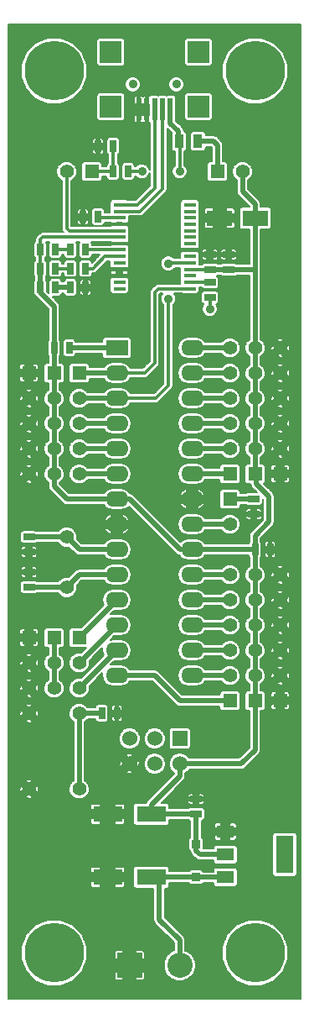
<source format=gtl>
G04 (created by PCBNEW (2012-12-10 BZR 3844)-stable) date Thu 10 Jan 2013 10:25:41 AM CET*
%MOIN*%
G04 Gerber Fmt 3.4, Leading zero omitted, Abs format*
%FSLAX34Y34*%
G01*
G70*
G90*
G04 APERTURE LIST*
%ADD10C,0.006*%
%ADD11C,0.056*%
%ADD12R,0.0709X0.0512*%
%ADD13R,0.0709X0.1496*%
%ADD14R,0.055X0.055*%
%ADD15C,0.055*%
%ADD16R,0.05X0.016*%
%ADD17R,0.035X0.055*%
%ADD18R,0.025X0.045*%
%ADD19R,0.045X0.025*%
%ADD20O,0.09X0.062*%
%ADD21R,0.09X0.062*%
%ADD22R,0.1X0.1*%
%ADD23C,0.1*%
%ADD24R,0.0335X0.0335*%
%ADD25C,0.2362*%
%ADD26R,0.0865X0.0865*%
%ADD27R,0.0196X0.0865*%
%ADD28C,0.0354*%
%ADD29R,0.06X0.06*%
%ADD30C,0.06*%
%ADD31R,0.1181X0.063*%
%ADD32R,0.1024X0.063*%
%ADD33C,0.0197*%
%ADD34C,0.0118*%
%ADD35C,0.008*%
%ADD36C,0.0067*%
G04 APERTURE END LIST*
G54D10*
G54D11*
X2500Y-20500D03*
X2500Y-22500D03*
G54D12*
X8819Y-32194D03*
X8819Y-33100D03*
X8819Y-34006D03*
G54D13*
X11181Y-33100D03*
G54D14*
X3500Y-6000D03*
G54D15*
X2500Y-6000D03*
X1000Y-27500D03*
X3000Y-27500D03*
X1000Y-30500D03*
X3000Y-30500D03*
G54D16*
X7400Y-10650D03*
X7400Y-10400D03*
X7400Y-10140D03*
X7400Y-9880D03*
X7400Y-9630D03*
X7400Y-9370D03*
X7400Y-9110D03*
X7400Y-8860D03*
X7400Y-8600D03*
X7400Y-8350D03*
X7400Y-8090D03*
X7400Y-7830D03*
X7400Y-7580D03*
X7400Y-7320D03*
X4600Y-7320D03*
X4600Y-7580D03*
X4600Y-7820D03*
X4600Y-8090D03*
X4600Y-8350D03*
X4600Y-8600D03*
X4600Y-8860D03*
X4600Y-9110D03*
X4600Y-9370D03*
X4600Y-9630D03*
X4600Y-9880D03*
X4600Y-10140D03*
X4600Y-10400D03*
X4600Y-10650D03*
G54D17*
X6975Y-4800D03*
X7725Y-4800D03*
G54D18*
X2650Y-9850D03*
X3250Y-9850D03*
X2000Y-13000D03*
X2600Y-13000D03*
X3900Y-27500D03*
X4500Y-27500D03*
X4950Y-6000D03*
X4350Y-6000D03*
X4350Y-5000D03*
X3750Y-5000D03*
X2650Y-9100D03*
X3250Y-9100D03*
X1450Y-9100D03*
X2050Y-9100D03*
X10000Y-21000D03*
X10600Y-21000D03*
G54D19*
X9950Y-19000D03*
X9950Y-19600D03*
X1000Y-21100D03*
X1000Y-20500D03*
X1000Y-21900D03*
X1000Y-22500D03*
X8200Y-9900D03*
X8200Y-9300D03*
X8950Y-9900D03*
X8950Y-9300D03*
G54D18*
X3750Y-7800D03*
X3150Y-7800D03*
X1450Y-9850D03*
X2050Y-9850D03*
G54D14*
X9000Y-27000D03*
G54D15*
X9000Y-26000D03*
X9000Y-25000D03*
X9000Y-24000D03*
X9000Y-23000D03*
X9000Y-22000D03*
G54D14*
X9000Y-18000D03*
G54D15*
X9000Y-17000D03*
X9000Y-16000D03*
X9000Y-15000D03*
X9000Y-14000D03*
X9000Y-13000D03*
G54D14*
X10000Y-27000D03*
G54D15*
X10000Y-26000D03*
X10000Y-25000D03*
X10000Y-24000D03*
X10000Y-23000D03*
X10000Y-22000D03*
G54D14*
X11000Y-27000D03*
G54D15*
X11000Y-26000D03*
X11000Y-25000D03*
X11000Y-24000D03*
X11000Y-23000D03*
X11000Y-22000D03*
G54D14*
X10000Y-18000D03*
G54D15*
X10000Y-17000D03*
X10000Y-16000D03*
X10000Y-15000D03*
X10000Y-14000D03*
X10000Y-13000D03*
G54D14*
X11000Y-18000D03*
G54D15*
X11000Y-17000D03*
X11000Y-16000D03*
X11000Y-15000D03*
X11000Y-14000D03*
X11000Y-13000D03*
G54D14*
X3000Y-14000D03*
G54D15*
X3000Y-15000D03*
X3000Y-16000D03*
X3000Y-17000D03*
X3000Y-18000D03*
G54D14*
X2000Y-14000D03*
G54D15*
X2000Y-15000D03*
X2000Y-16000D03*
X2000Y-17000D03*
X2000Y-18000D03*
G54D14*
X1000Y-14000D03*
G54D15*
X1000Y-15000D03*
X1000Y-16000D03*
X1000Y-17000D03*
X1000Y-18000D03*
G54D14*
X1000Y-24500D03*
G54D15*
X1000Y-25500D03*
X1000Y-26500D03*
G54D14*
X2000Y-24500D03*
G54D15*
X2000Y-25500D03*
X2000Y-26500D03*
G54D14*
X3000Y-24500D03*
G54D15*
X3000Y-25500D03*
X3000Y-26500D03*
G54D14*
X8500Y-6000D03*
G54D15*
X9500Y-6000D03*
G54D14*
X9000Y-19000D03*
G54D15*
X9000Y-20000D03*
G54D20*
X4500Y-14000D03*
X4500Y-15000D03*
X4500Y-16000D03*
X4500Y-17000D03*
X4500Y-18000D03*
X4500Y-19000D03*
X4500Y-20000D03*
X4500Y-21000D03*
X4500Y-22000D03*
X4500Y-23000D03*
X4500Y-24000D03*
X4500Y-25000D03*
X4500Y-26000D03*
G54D21*
X4500Y-13000D03*
G54D20*
X7500Y-26000D03*
X7500Y-25000D03*
X7500Y-24000D03*
X7500Y-23000D03*
X7500Y-22000D03*
X7500Y-21000D03*
X7500Y-20000D03*
X7500Y-19000D03*
X7500Y-18000D03*
X7500Y-17000D03*
X7500Y-16000D03*
X7500Y-15000D03*
X7500Y-14000D03*
X7500Y-13000D03*
G54D19*
X7650Y-31500D03*
X7650Y-30900D03*
G54D18*
X1450Y-10600D03*
X2050Y-10600D03*
X2650Y-10600D03*
X3250Y-10600D03*
G54D22*
X5000Y-37500D03*
G54D23*
X7000Y-37500D03*
G54D24*
X7650Y-34009D03*
X7650Y-32691D03*
G54D25*
X2000Y-2000D03*
X10000Y-2000D03*
X2000Y-37000D03*
X10000Y-37000D03*
G54D26*
X4256Y-3425D03*
G54D27*
X6629Y-3535D03*
X6314Y-3535D03*
X6000Y-3535D03*
X5686Y-3535D03*
X5371Y-3535D03*
G54D28*
X6865Y-2540D03*
X5134Y-2540D03*
G54D26*
X7744Y-3425D03*
X7744Y-1260D03*
X4256Y-1260D03*
G54D29*
X7000Y-28500D03*
G54D30*
X7000Y-29500D03*
X6000Y-28500D03*
X6000Y-29500D03*
X5000Y-28500D03*
X5000Y-29500D03*
G54D31*
X5866Y-34000D03*
X4134Y-34000D03*
X5866Y-31500D03*
X4134Y-31500D03*
G54D32*
X10009Y-7850D03*
X8591Y-7850D03*
G54D19*
X8200Y-10400D03*
X8200Y-11000D03*
G54D28*
X5500Y-6000D03*
X7000Y-6000D03*
X8200Y-11450D03*
X6550Y-11050D03*
X6550Y-9650D03*
G54D33*
X10000Y-7300D02*
X10000Y-7841D01*
X10000Y-7841D02*
X10009Y-7850D01*
X5866Y-31500D02*
X5866Y-31134D01*
X6181Y-30819D02*
X7000Y-30000D01*
X7000Y-30000D02*
X7000Y-29500D01*
X5866Y-31134D02*
X6181Y-30819D01*
X7650Y-31500D02*
X5866Y-31500D01*
X7650Y-32050D02*
X7650Y-31500D01*
X7650Y-32691D02*
X7650Y-32050D01*
X7650Y-32050D02*
X7650Y-31950D01*
X10000Y-27000D02*
X10000Y-28900D01*
X9450Y-29500D02*
X7000Y-29500D01*
X10000Y-28950D02*
X10000Y-28900D01*
X9450Y-29500D02*
X10000Y-28950D01*
X8950Y-9900D02*
X10000Y-9900D01*
X10000Y-14000D02*
X10000Y-13000D01*
X8950Y-9900D02*
X10000Y-9900D01*
X9500Y-6000D02*
X9500Y-6800D01*
X10000Y-8900D02*
X10000Y-7300D01*
X10000Y-8900D02*
X10000Y-9900D01*
X10000Y-7300D02*
X9500Y-6800D01*
X10000Y-13000D02*
X10000Y-9900D01*
X8819Y-33100D02*
X7800Y-33100D01*
X7650Y-32950D02*
X7800Y-33100D01*
X7650Y-32950D02*
X7650Y-32691D01*
X2000Y-12000D02*
X2000Y-11350D01*
X1450Y-10800D02*
X2000Y-11350D01*
X1450Y-10800D02*
X1450Y-10600D01*
X1450Y-9850D02*
X1450Y-10600D01*
X2000Y-25500D02*
X2000Y-26500D01*
X2000Y-24500D02*
X2000Y-25500D01*
X2000Y-24500D02*
X2000Y-26500D01*
X10000Y-26000D02*
X10000Y-27000D01*
X10000Y-25000D02*
X10000Y-26000D01*
X10000Y-24000D02*
X10000Y-25000D01*
X10000Y-23000D02*
X10000Y-27000D01*
X2000Y-13000D02*
X2000Y-14000D01*
X1450Y-9850D02*
X1450Y-10150D01*
X2000Y-14000D02*
X2000Y-12000D01*
X8200Y-9900D02*
X8950Y-9900D01*
X10000Y-27000D02*
X10000Y-22000D01*
X10050Y-18400D02*
X10050Y-18050D01*
X10000Y-20450D02*
X10550Y-19900D01*
X10550Y-19900D02*
X10550Y-18900D01*
X10550Y-18900D02*
X10050Y-18400D01*
X10000Y-21000D02*
X10000Y-20450D01*
X10050Y-18050D02*
X10000Y-18000D01*
X10000Y-13000D02*
X10000Y-15000D01*
X10000Y-16000D02*
X10000Y-15000D01*
X10000Y-17000D02*
X10000Y-16000D01*
X10000Y-18000D02*
X10000Y-17000D01*
X2000Y-15000D02*
X2000Y-14000D01*
X2000Y-16000D02*
X2000Y-15000D01*
X2000Y-17000D02*
X2000Y-16000D01*
X2000Y-18000D02*
X2000Y-17000D01*
X2000Y-18000D02*
X2000Y-18500D01*
X2500Y-19000D02*
X4500Y-19000D01*
X2000Y-18500D02*
X2500Y-19000D01*
X10000Y-22000D02*
X10000Y-21000D01*
X7500Y-21000D02*
X10000Y-21000D01*
X4500Y-19000D02*
X5000Y-19000D01*
X7000Y-21000D02*
X7500Y-21000D01*
X5000Y-19000D02*
X7000Y-21000D01*
G54D34*
X7400Y-9880D02*
X8180Y-9880D01*
X8180Y-9880D02*
X8200Y-9900D01*
X1450Y-9100D02*
X1450Y-8700D01*
X1550Y-8600D02*
X1450Y-8700D01*
X1550Y-8600D02*
X4600Y-8600D01*
X1450Y-9850D02*
X1450Y-9100D01*
G54D33*
X7500Y-23000D02*
X9000Y-23000D01*
X7500Y-24000D02*
X9000Y-24000D01*
X9950Y-19000D02*
X9000Y-19000D01*
X3000Y-18000D02*
X4500Y-18000D01*
X4500Y-24000D02*
X3500Y-25000D01*
X3500Y-25000D02*
X3000Y-25500D01*
X7500Y-20000D02*
X9000Y-20000D01*
X4500Y-23000D02*
X3000Y-24500D01*
X3000Y-17000D02*
X4500Y-17000D01*
X3000Y-16000D02*
X4500Y-16000D01*
X2500Y-22500D02*
X950Y-22500D01*
X2500Y-22500D02*
X3000Y-22000D01*
X3000Y-22000D02*
X4500Y-22000D01*
X1000Y-20500D02*
X2500Y-20500D01*
X2500Y-20500D02*
X3000Y-21000D01*
X3000Y-21000D02*
X4500Y-21000D01*
X4500Y-25000D02*
X3000Y-26500D01*
X7500Y-18000D02*
X9000Y-18000D01*
X9000Y-27000D02*
X7000Y-27000D01*
X6000Y-26000D02*
X4500Y-26000D01*
X7000Y-27000D02*
X6000Y-26000D01*
X7500Y-17000D02*
X9000Y-17000D01*
X7500Y-26000D02*
X9000Y-26000D01*
X9000Y-16000D02*
X7500Y-16000D01*
X7500Y-25000D02*
X9000Y-25000D01*
X7500Y-15000D02*
X9000Y-15000D01*
X7500Y-14000D02*
X9000Y-14000D01*
X9000Y-13000D02*
X7500Y-13000D01*
G54D34*
X6314Y-3535D02*
X6314Y-6686D01*
X5420Y-7580D02*
X6300Y-6700D01*
X5420Y-7580D02*
X4600Y-7580D01*
X6314Y-6686D02*
X6300Y-6700D01*
X6000Y-3535D02*
X6000Y-6650D01*
X5330Y-7320D02*
X4600Y-7320D01*
X6000Y-6650D02*
X5330Y-7320D01*
X6975Y-4800D02*
X6975Y-4975D01*
X7000Y-5000D02*
X7000Y-6000D01*
X6975Y-4975D02*
X7000Y-5000D01*
X5500Y-6000D02*
X4950Y-6000D01*
G54D33*
X6629Y-3535D02*
X6629Y-4079D01*
X6950Y-4400D02*
X6950Y-4725D01*
X6629Y-4079D02*
X6950Y-4400D01*
X6181Y-34000D02*
X6181Y-35681D01*
X7000Y-36500D02*
X7000Y-37500D01*
X6181Y-35681D02*
X7000Y-36500D01*
X6181Y-34000D02*
X7641Y-34000D01*
X7641Y-34000D02*
X7650Y-34009D01*
X7650Y-34009D02*
X8816Y-34009D01*
X8816Y-34009D02*
X8819Y-34006D01*
G54D34*
X3250Y-9850D02*
X3550Y-9850D01*
X4030Y-9370D02*
X4600Y-9370D01*
X3550Y-9850D02*
X4030Y-9370D01*
X2500Y-6000D02*
X2500Y-8250D01*
X2600Y-8350D02*
X4600Y-8350D01*
X2500Y-8250D02*
X2600Y-8350D01*
X4600Y-9110D02*
X3260Y-9110D01*
X3260Y-9110D02*
X3250Y-9100D01*
X4600Y-7820D02*
X3780Y-7820D01*
X3780Y-7820D02*
X3750Y-7850D01*
X8000Y-10400D02*
X8250Y-10400D01*
G54D35*
X7400Y-10400D02*
X8000Y-10400D01*
G54D34*
X7400Y-10400D02*
X8000Y-10400D01*
G54D33*
X2050Y-10600D02*
X2650Y-10600D01*
G54D34*
X4350Y-6000D02*
X4350Y-5000D01*
X4350Y-6000D02*
X3500Y-6000D01*
G54D33*
X7725Y-4800D02*
X8350Y-4800D01*
X8500Y-4950D02*
X8500Y-6000D01*
X8350Y-4800D02*
X8500Y-4950D01*
G54D34*
X2650Y-9850D02*
X2050Y-9850D01*
X2650Y-9100D02*
X2050Y-9100D01*
X8200Y-11000D02*
X8200Y-11450D01*
G54D33*
X3900Y-27500D02*
X3000Y-27500D01*
X4500Y-13000D02*
X2600Y-13000D01*
X3000Y-27500D02*
X3000Y-30500D01*
G54D34*
X2600Y-13000D02*
X4500Y-13000D01*
X7400Y-9630D02*
X6570Y-9630D01*
X6550Y-11050D02*
X6550Y-14500D01*
X6550Y-14500D02*
X6050Y-15000D01*
X6050Y-15000D02*
X4500Y-15000D01*
X6570Y-9630D02*
X6550Y-9650D01*
X7400Y-9630D02*
X6820Y-9630D01*
G54D33*
X3000Y-15000D02*
X4500Y-15000D01*
X7500Y-22000D02*
X9000Y-22000D01*
G54D34*
X6000Y-10800D02*
X6000Y-13600D01*
X6150Y-10650D02*
X6000Y-10800D01*
X7400Y-10650D02*
X6150Y-10650D01*
X5600Y-14000D02*
X4500Y-14000D01*
X6000Y-13600D02*
X5600Y-14000D01*
G54D33*
X3000Y-14000D02*
X4500Y-14000D01*
G54D36*
X175Y-175D02*
X11825Y-175D01*
X175Y-222D02*
X11825Y-222D01*
X175Y-269D02*
X11825Y-269D01*
X175Y-316D02*
X11825Y-316D01*
X175Y-363D02*
X11825Y-363D01*
X175Y-410D02*
X11825Y-410D01*
X175Y-457D02*
X11825Y-457D01*
X175Y-504D02*
X11825Y-504D01*
X175Y-551D02*
X11825Y-551D01*
X175Y-598D02*
X11825Y-598D01*
X175Y-645D02*
X11825Y-645D01*
X175Y-692D02*
X1727Y-692D01*
X2274Y-692D02*
X9727Y-692D01*
X10274Y-692D02*
X11825Y-692D01*
X175Y-739D02*
X1613Y-739D01*
X2387Y-739D02*
X3726Y-739D01*
X4786Y-739D02*
X7214Y-739D01*
X8274Y-739D02*
X9613Y-739D01*
X10387Y-739D02*
X11825Y-739D01*
X175Y-786D02*
X1499Y-786D01*
X2501Y-786D02*
X3698Y-786D01*
X4813Y-786D02*
X7186Y-786D01*
X8301Y-786D02*
X9499Y-786D01*
X10501Y-786D02*
X11825Y-786D01*
X175Y-833D02*
X1385Y-833D01*
X2614Y-833D02*
X3692Y-833D01*
X4820Y-833D02*
X7180Y-833D01*
X8308Y-833D02*
X9385Y-833D01*
X10614Y-833D02*
X11825Y-833D01*
X175Y-880D02*
X1271Y-880D01*
X2728Y-880D02*
X3692Y-880D01*
X4820Y-880D02*
X7180Y-880D01*
X8308Y-880D02*
X9271Y-880D01*
X10728Y-880D02*
X11825Y-880D01*
X175Y-927D02*
X1215Y-927D01*
X2784Y-927D02*
X3692Y-927D01*
X4820Y-927D02*
X7180Y-927D01*
X8308Y-927D02*
X9215Y-927D01*
X10784Y-927D02*
X11825Y-927D01*
X175Y-974D02*
X1168Y-974D01*
X2831Y-974D02*
X3692Y-974D01*
X4820Y-974D02*
X7180Y-974D01*
X8308Y-974D02*
X9168Y-974D01*
X10831Y-974D02*
X11825Y-974D01*
X175Y-1021D02*
X1121Y-1021D01*
X2878Y-1021D02*
X3692Y-1021D01*
X4820Y-1021D02*
X7180Y-1021D01*
X8308Y-1021D02*
X9121Y-1021D01*
X10878Y-1021D02*
X11825Y-1021D01*
X175Y-1068D02*
X1074Y-1068D01*
X2925Y-1068D02*
X3692Y-1068D01*
X4820Y-1068D02*
X7180Y-1068D01*
X8308Y-1068D02*
X9074Y-1068D01*
X10925Y-1068D02*
X11825Y-1068D01*
X175Y-1115D02*
X1027Y-1115D01*
X2972Y-1115D02*
X3692Y-1115D01*
X4820Y-1115D02*
X7180Y-1115D01*
X8308Y-1115D02*
X9027Y-1115D01*
X10972Y-1115D02*
X11825Y-1115D01*
X175Y-1162D02*
X980Y-1162D01*
X3019Y-1162D02*
X3692Y-1162D01*
X4820Y-1162D02*
X7180Y-1162D01*
X8308Y-1162D02*
X8980Y-1162D01*
X11019Y-1162D02*
X11825Y-1162D01*
X175Y-1209D02*
X933Y-1209D01*
X3066Y-1209D02*
X3692Y-1209D01*
X4820Y-1209D02*
X7180Y-1209D01*
X8308Y-1209D02*
X8933Y-1209D01*
X11066Y-1209D02*
X11825Y-1209D01*
X175Y-1256D02*
X886Y-1256D01*
X3113Y-1256D02*
X3692Y-1256D01*
X4820Y-1256D02*
X7180Y-1256D01*
X8308Y-1256D02*
X8886Y-1256D01*
X11113Y-1256D02*
X11825Y-1256D01*
X175Y-1303D02*
X867Y-1303D01*
X3132Y-1303D02*
X3692Y-1303D01*
X4820Y-1303D02*
X7180Y-1303D01*
X8308Y-1303D02*
X8867Y-1303D01*
X11132Y-1303D02*
X11825Y-1303D01*
X175Y-1350D02*
X847Y-1350D01*
X3152Y-1350D02*
X3692Y-1350D01*
X4820Y-1350D02*
X7180Y-1350D01*
X8308Y-1350D02*
X8847Y-1350D01*
X11152Y-1350D02*
X11825Y-1350D01*
X175Y-1397D02*
X828Y-1397D01*
X3171Y-1397D02*
X3692Y-1397D01*
X4820Y-1397D02*
X7180Y-1397D01*
X8308Y-1397D02*
X8828Y-1397D01*
X11171Y-1397D02*
X11825Y-1397D01*
X175Y-1444D02*
X808Y-1444D01*
X3191Y-1444D02*
X3692Y-1444D01*
X4820Y-1444D02*
X7180Y-1444D01*
X8308Y-1444D02*
X8808Y-1444D01*
X11191Y-1444D02*
X11825Y-1444D01*
X175Y-1491D02*
X789Y-1491D01*
X3210Y-1491D02*
X3692Y-1491D01*
X4820Y-1491D02*
X7180Y-1491D01*
X8308Y-1491D02*
X8789Y-1491D01*
X11210Y-1491D02*
X11825Y-1491D01*
X175Y-1538D02*
X769Y-1538D01*
X3229Y-1538D02*
X3692Y-1538D01*
X4820Y-1538D02*
X7180Y-1538D01*
X8308Y-1538D02*
X8769Y-1538D01*
X11229Y-1538D02*
X11825Y-1538D01*
X175Y-1585D02*
X750Y-1585D01*
X3249Y-1585D02*
X3692Y-1585D01*
X4820Y-1585D02*
X7180Y-1585D01*
X8308Y-1585D02*
X8750Y-1585D01*
X11249Y-1585D02*
X11825Y-1585D01*
X175Y-1632D02*
X730Y-1632D01*
X3268Y-1632D02*
X3692Y-1632D01*
X4820Y-1632D02*
X7180Y-1632D01*
X8308Y-1632D02*
X8730Y-1632D01*
X11268Y-1632D02*
X11825Y-1632D01*
X175Y-1679D02*
X711Y-1679D01*
X3287Y-1679D02*
X3692Y-1679D01*
X4820Y-1679D02*
X7180Y-1679D01*
X8308Y-1679D02*
X8711Y-1679D01*
X11287Y-1679D02*
X11825Y-1679D01*
X175Y-1726D02*
X691Y-1726D01*
X3307Y-1726D02*
X3696Y-1726D01*
X4817Y-1726D02*
X4820Y-1726D01*
X4820Y-1726D02*
X7184Y-1726D01*
X8305Y-1726D02*
X8308Y-1726D01*
X8308Y-1726D02*
X8691Y-1726D01*
X11307Y-1726D02*
X11825Y-1726D01*
X175Y-1773D02*
X687Y-1773D01*
X3313Y-1773D02*
X3718Y-1773D01*
X4794Y-1773D02*
X4820Y-1773D01*
X4820Y-1773D02*
X7206Y-1773D01*
X8282Y-1773D02*
X8308Y-1773D01*
X8308Y-1773D02*
X8687Y-1773D01*
X11313Y-1773D02*
X11825Y-1773D01*
X175Y-1820D02*
X687Y-1820D01*
X3313Y-1820D02*
X3789Y-1820D01*
X4724Y-1820D02*
X4820Y-1820D01*
X4820Y-1820D02*
X7277Y-1820D01*
X8212Y-1820D02*
X8308Y-1820D01*
X8308Y-1820D02*
X8687Y-1820D01*
X11313Y-1820D02*
X11825Y-1820D01*
X175Y-1867D02*
X687Y-1867D01*
X3313Y-1867D02*
X4820Y-1867D01*
X4820Y-1867D02*
X8308Y-1867D01*
X8308Y-1867D02*
X8687Y-1867D01*
X11313Y-1867D02*
X11825Y-1867D01*
X175Y-1914D02*
X687Y-1914D01*
X3313Y-1914D02*
X4820Y-1914D01*
X4820Y-1914D02*
X8308Y-1914D01*
X8308Y-1914D02*
X8687Y-1914D01*
X11313Y-1914D02*
X11825Y-1914D01*
X175Y-1961D02*
X687Y-1961D01*
X3313Y-1961D02*
X4820Y-1961D01*
X4820Y-1961D02*
X8308Y-1961D01*
X8308Y-1961D02*
X8687Y-1961D01*
X11313Y-1961D02*
X11825Y-1961D01*
X175Y-2008D02*
X687Y-2008D01*
X3313Y-2008D02*
X4820Y-2008D01*
X4820Y-2008D02*
X8308Y-2008D01*
X8308Y-2008D02*
X8687Y-2008D01*
X11313Y-2008D02*
X11825Y-2008D01*
X175Y-2055D02*
X687Y-2055D01*
X3313Y-2055D02*
X4820Y-2055D01*
X4820Y-2055D02*
X8308Y-2055D01*
X8308Y-2055D02*
X8687Y-2055D01*
X11313Y-2055D02*
X11825Y-2055D01*
X175Y-2102D02*
X687Y-2102D01*
X3313Y-2102D02*
X4820Y-2102D01*
X4820Y-2102D02*
X8308Y-2102D01*
X8308Y-2102D02*
X8687Y-2102D01*
X11313Y-2102D02*
X11825Y-2102D01*
X175Y-2149D02*
X687Y-2149D01*
X3313Y-2149D02*
X4820Y-2149D01*
X4820Y-2149D02*
X8308Y-2149D01*
X8308Y-2149D02*
X8687Y-2149D01*
X11313Y-2149D02*
X11825Y-2149D01*
X175Y-2196D02*
X687Y-2196D01*
X3313Y-2196D02*
X4820Y-2196D01*
X4820Y-2196D02*
X8308Y-2196D01*
X8308Y-2196D02*
X8687Y-2196D01*
X11313Y-2196D02*
X11825Y-2196D01*
X175Y-2243D02*
X687Y-2243D01*
X3313Y-2243D02*
X4820Y-2243D01*
X4820Y-2243D02*
X5041Y-2243D01*
X5227Y-2243D02*
X6772Y-2243D01*
X6958Y-2243D02*
X8308Y-2243D01*
X8308Y-2243D02*
X8687Y-2243D01*
X11313Y-2243D02*
X11825Y-2243D01*
X175Y-2290D02*
X700Y-2290D01*
X3302Y-2290D02*
X3313Y-2290D01*
X3313Y-2290D02*
X4820Y-2290D01*
X4820Y-2290D02*
X4945Y-2290D01*
X5322Y-2290D02*
X6676Y-2290D01*
X7053Y-2290D02*
X8308Y-2290D01*
X8308Y-2290D02*
X8700Y-2290D01*
X11302Y-2290D02*
X11313Y-2290D01*
X11313Y-2290D02*
X11825Y-2290D01*
X175Y-2337D02*
X719Y-2337D01*
X3282Y-2337D02*
X3313Y-2337D01*
X3313Y-2337D02*
X4820Y-2337D01*
X4820Y-2337D02*
X4898Y-2337D01*
X5369Y-2337D02*
X6629Y-2337D01*
X7100Y-2337D02*
X8308Y-2337D01*
X8308Y-2337D02*
X8719Y-2337D01*
X11282Y-2337D02*
X11313Y-2337D01*
X11313Y-2337D02*
X11825Y-2337D01*
X175Y-2384D02*
X739Y-2384D01*
X3263Y-2384D02*
X3313Y-2384D01*
X3313Y-2384D02*
X4820Y-2384D01*
X4820Y-2384D02*
X4862Y-2384D01*
X5404Y-2384D02*
X6593Y-2384D01*
X7135Y-2384D02*
X8308Y-2384D01*
X8308Y-2384D02*
X8739Y-2384D01*
X11263Y-2384D02*
X11313Y-2384D01*
X11313Y-2384D02*
X11825Y-2384D01*
X175Y-2431D02*
X758Y-2431D01*
X3244Y-2431D02*
X3313Y-2431D01*
X3313Y-2431D02*
X4820Y-2431D01*
X4820Y-2431D02*
X4843Y-2431D01*
X5424Y-2431D02*
X6574Y-2431D01*
X7155Y-2431D02*
X8308Y-2431D01*
X8308Y-2431D02*
X8758Y-2431D01*
X11244Y-2431D02*
X11313Y-2431D01*
X11313Y-2431D02*
X11825Y-2431D01*
X175Y-2478D02*
X777Y-2478D01*
X3224Y-2478D02*
X3313Y-2478D01*
X3313Y-2478D02*
X4820Y-2478D01*
X4820Y-2478D02*
X4824Y-2478D01*
X5443Y-2478D02*
X6555Y-2478D01*
X7174Y-2478D02*
X8308Y-2478D01*
X8308Y-2478D02*
X8777Y-2478D01*
X11224Y-2478D02*
X11313Y-2478D01*
X11313Y-2478D02*
X11825Y-2478D01*
X175Y-2525D02*
X797Y-2525D01*
X3205Y-2525D02*
X3313Y-2525D01*
X3313Y-2525D02*
X4820Y-2525D01*
X4820Y-2525D02*
X4824Y-2525D01*
X5444Y-2525D02*
X6555Y-2525D01*
X7175Y-2525D02*
X8308Y-2525D01*
X8308Y-2525D02*
X8797Y-2525D01*
X11205Y-2525D02*
X11313Y-2525D01*
X11313Y-2525D02*
X11825Y-2525D01*
X175Y-2572D02*
X816Y-2572D01*
X3185Y-2572D02*
X3313Y-2572D01*
X3313Y-2572D02*
X4820Y-2572D01*
X4820Y-2572D02*
X4824Y-2572D01*
X5444Y-2572D02*
X6555Y-2572D01*
X7175Y-2572D02*
X8308Y-2572D01*
X8308Y-2572D02*
X8816Y-2572D01*
X11185Y-2572D02*
X11313Y-2572D01*
X11313Y-2572D02*
X11825Y-2572D01*
X175Y-2619D02*
X835Y-2619D01*
X3166Y-2619D02*
X3313Y-2619D01*
X3313Y-2619D02*
X4820Y-2619D01*
X4820Y-2619D02*
X4832Y-2619D01*
X5437Y-2619D02*
X5444Y-2619D01*
X5444Y-2619D02*
X6563Y-2619D01*
X7168Y-2619D02*
X7175Y-2619D01*
X7175Y-2619D02*
X8308Y-2619D01*
X8308Y-2619D02*
X8835Y-2619D01*
X11166Y-2619D02*
X11313Y-2619D01*
X11313Y-2619D02*
X11825Y-2619D01*
X175Y-2666D02*
X855Y-2666D01*
X3146Y-2666D02*
X3313Y-2666D01*
X3313Y-2666D02*
X4820Y-2666D01*
X4820Y-2666D02*
X4851Y-2666D01*
X5418Y-2666D02*
X5444Y-2666D01*
X5444Y-2666D02*
X6582Y-2666D01*
X7149Y-2666D02*
X7175Y-2666D01*
X7175Y-2666D02*
X8308Y-2666D01*
X8308Y-2666D02*
X8855Y-2666D01*
X11146Y-2666D02*
X11313Y-2666D01*
X11313Y-2666D02*
X11825Y-2666D01*
X175Y-2713D02*
X874Y-2713D01*
X3127Y-2713D02*
X3313Y-2713D01*
X3313Y-2713D02*
X4820Y-2713D01*
X4820Y-2713D02*
X4871Y-2713D01*
X5399Y-2713D02*
X5444Y-2713D01*
X5444Y-2713D02*
X6602Y-2713D01*
X7130Y-2713D02*
X7175Y-2713D01*
X7175Y-2713D02*
X8308Y-2713D01*
X8308Y-2713D02*
X8874Y-2713D01*
X11127Y-2713D02*
X11313Y-2713D01*
X11313Y-2713D02*
X11825Y-2713D01*
X175Y-2760D02*
X903Y-2760D01*
X3098Y-2760D02*
X3313Y-2760D01*
X3313Y-2760D02*
X4820Y-2760D01*
X4820Y-2760D02*
X4916Y-2760D01*
X5353Y-2760D02*
X5444Y-2760D01*
X5444Y-2760D02*
X6647Y-2760D01*
X7084Y-2760D02*
X7175Y-2760D01*
X7175Y-2760D02*
X8308Y-2760D01*
X8308Y-2760D02*
X8903Y-2760D01*
X11098Y-2760D02*
X11313Y-2760D01*
X11313Y-2760D02*
X11825Y-2760D01*
X175Y-2807D02*
X950Y-2807D01*
X3051Y-2807D02*
X3313Y-2807D01*
X3313Y-2807D02*
X4820Y-2807D01*
X4820Y-2807D02*
X4968Y-2807D01*
X5300Y-2807D02*
X5444Y-2807D01*
X5444Y-2807D02*
X6699Y-2807D01*
X7031Y-2807D02*
X7175Y-2807D01*
X7175Y-2807D02*
X8308Y-2807D01*
X8308Y-2807D02*
X8950Y-2807D01*
X11051Y-2807D02*
X11313Y-2807D01*
X11313Y-2807D02*
X11825Y-2807D01*
X175Y-2854D02*
X997Y-2854D01*
X3004Y-2854D02*
X3313Y-2854D01*
X3313Y-2854D02*
X4820Y-2854D01*
X4820Y-2854D02*
X5444Y-2854D01*
X5444Y-2854D02*
X7175Y-2854D01*
X7175Y-2854D02*
X8308Y-2854D01*
X8308Y-2854D02*
X8997Y-2854D01*
X11004Y-2854D02*
X11313Y-2854D01*
X11313Y-2854D02*
X11825Y-2854D01*
X175Y-2901D02*
X1044Y-2901D01*
X2957Y-2901D02*
X3313Y-2901D01*
X3313Y-2901D02*
X3729Y-2901D01*
X4783Y-2901D02*
X4820Y-2901D01*
X4820Y-2901D02*
X5444Y-2901D01*
X5444Y-2901D02*
X7175Y-2901D01*
X7175Y-2901D02*
X7217Y-2901D01*
X8271Y-2901D02*
X8308Y-2901D01*
X8308Y-2901D02*
X9044Y-2901D01*
X10957Y-2901D02*
X11313Y-2901D01*
X11313Y-2901D02*
X11825Y-2901D01*
X175Y-2948D02*
X1091Y-2948D01*
X2910Y-2948D02*
X3313Y-2948D01*
X3313Y-2948D02*
X3699Y-2948D01*
X4812Y-2948D02*
X4820Y-2948D01*
X4820Y-2948D02*
X5444Y-2948D01*
X5444Y-2948D02*
X7175Y-2948D01*
X7175Y-2948D02*
X7187Y-2948D01*
X8300Y-2948D02*
X8308Y-2948D01*
X8308Y-2948D02*
X9091Y-2948D01*
X10910Y-2948D02*
X11313Y-2948D01*
X11313Y-2948D02*
X11825Y-2948D01*
X175Y-2995D02*
X1138Y-2995D01*
X2863Y-2995D02*
X3313Y-2995D01*
X3313Y-2995D02*
X3692Y-2995D01*
X4820Y-2995D02*
X5444Y-2995D01*
X5444Y-2995D02*
X5822Y-2995D01*
X6806Y-2995D02*
X7175Y-2995D01*
X7175Y-2995D02*
X7180Y-2995D01*
X8308Y-2995D02*
X9138Y-2995D01*
X10863Y-2995D02*
X11313Y-2995D01*
X11313Y-2995D02*
X11825Y-2995D01*
X175Y-3042D02*
X1185Y-3042D01*
X2816Y-3042D02*
X3313Y-3042D01*
X3313Y-3042D02*
X3692Y-3042D01*
X4820Y-3042D02*
X5194Y-3042D01*
X5322Y-3042D02*
X5420Y-3042D01*
X5637Y-3042D02*
X5735Y-3042D01*
X6844Y-3042D02*
X7175Y-3042D01*
X7175Y-3042D02*
X7180Y-3042D01*
X8308Y-3042D02*
X9185Y-3042D01*
X10816Y-3042D02*
X11313Y-3042D01*
X11313Y-3042D02*
X11825Y-3042D01*
X175Y-3089D02*
X1232Y-3089D01*
X2769Y-3089D02*
X3313Y-3089D01*
X3313Y-3089D02*
X3692Y-3089D01*
X4820Y-3089D02*
X5174Y-3089D01*
X5322Y-3089D02*
X5420Y-3089D01*
X5637Y-3089D02*
X5735Y-3089D01*
X6859Y-3089D02*
X7175Y-3089D01*
X7175Y-3089D02*
X7180Y-3089D01*
X8308Y-3089D02*
X9232Y-3089D01*
X10769Y-3089D02*
X11313Y-3089D01*
X11313Y-3089D02*
X11825Y-3089D01*
X175Y-3136D02*
X1311Y-3136D01*
X2690Y-3136D02*
X3313Y-3136D01*
X3313Y-3136D02*
X3692Y-3136D01*
X4820Y-3136D02*
X5173Y-3136D01*
X5322Y-3136D02*
X5420Y-3136D01*
X5637Y-3136D02*
X5735Y-3136D01*
X6859Y-3136D02*
X7175Y-3136D01*
X7175Y-3136D02*
X7180Y-3136D01*
X8308Y-3136D02*
X9311Y-3136D01*
X10690Y-3136D02*
X11313Y-3136D01*
X11313Y-3136D02*
X11825Y-3136D01*
X175Y-3183D02*
X1425Y-3183D01*
X2576Y-3183D02*
X3313Y-3183D01*
X3313Y-3183D02*
X3692Y-3183D01*
X4820Y-3183D02*
X5173Y-3183D01*
X5322Y-3183D02*
X5420Y-3183D01*
X5637Y-3183D02*
X5735Y-3183D01*
X6859Y-3183D02*
X7175Y-3183D01*
X7175Y-3183D02*
X7180Y-3183D01*
X8308Y-3183D02*
X9425Y-3183D01*
X10576Y-3183D02*
X11313Y-3183D01*
X11313Y-3183D02*
X11825Y-3183D01*
X175Y-3230D02*
X1538Y-3230D01*
X2462Y-3230D02*
X3313Y-3230D01*
X3313Y-3230D02*
X3692Y-3230D01*
X4820Y-3230D02*
X5173Y-3230D01*
X5322Y-3230D02*
X5420Y-3230D01*
X5637Y-3230D02*
X5735Y-3230D01*
X6859Y-3230D02*
X7175Y-3230D01*
X7175Y-3230D02*
X7180Y-3230D01*
X8308Y-3230D02*
X9538Y-3230D01*
X10462Y-3230D02*
X11313Y-3230D01*
X11313Y-3230D02*
X11825Y-3230D01*
X175Y-3277D02*
X1652Y-3277D01*
X2348Y-3277D02*
X3313Y-3277D01*
X3313Y-3277D02*
X3692Y-3277D01*
X4820Y-3277D02*
X5173Y-3277D01*
X5322Y-3277D02*
X5420Y-3277D01*
X5637Y-3277D02*
X5735Y-3277D01*
X6859Y-3277D02*
X7175Y-3277D01*
X7175Y-3277D02*
X7180Y-3277D01*
X8308Y-3277D02*
X9652Y-3277D01*
X10348Y-3277D02*
X11313Y-3277D01*
X11313Y-3277D02*
X11825Y-3277D01*
X175Y-3324D02*
X3313Y-3324D01*
X3313Y-3324D02*
X3692Y-3324D01*
X4820Y-3324D02*
X5322Y-3324D01*
X5322Y-3324D02*
X5637Y-3324D01*
X5637Y-3324D02*
X5770Y-3324D01*
X6859Y-3324D02*
X7175Y-3324D01*
X7175Y-3324D02*
X7180Y-3324D01*
X8308Y-3324D02*
X11313Y-3324D01*
X11313Y-3324D02*
X11825Y-3324D01*
X175Y-3371D02*
X3313Y-3371D01*
X3313Y-3371D02*
X3692Y-3371D01*
X4820Y-3371D02*
X5322Y-3371D01*
X5322Y-3371D02*
X5637Y-3371D01*
X5637Y-3371D02*
X5770Y-3371D01*
X6859Y-3371D02*
X7175Y-3371D01*
X7175Y-3371D02*
X7180Y-3371D01*
X8308Y-3371D02*
X11313Y-3371D01*
X11313Y-3371D02*
X11825Y-3371D01*
X175Y-3418D02*
X3313Y-3418D01*
X3313Y-3418D02*
X3692Y-3418D01*
X4820Y-3418D02*
X5322Y-3418D01*
X5322Y-3418D02*
X5637Y-3418D01*
X5637Y-3418D02*
X5770Y-3418D01*
X6859Y-3418D02*
X7175Y-3418D01*
X7175Y-3418D02*
X7180Y-3418D01*
X8308Y-3418D02*
X11313Y-3418D01*
X11313Y-3418D02*
X11825Y-3418D01*
X175Y-3465D02*
X3313Y-3465D01*
X3313Y-3465D02*
X3692Y-3465D01*
X4820Y-3465D02*
X5322Y-3465D01*
X5322Y-3465D02*
X5637Y-3465D01*
X5637Y-3465D02*
X5770Y-3465D01*
X6859Y-3465D02*
X7175Y-3465D01*
X7175Y-3465D02*
X7180Y-3465D01*
X8308Y-3465D02*
X11313Y-3465D01*
X11313Y-3465D02*
X11825Y-3465D01*
X175Y-3512D02*
X3313Y-3512D01*
X3313Y-3512D02*
X3692Y-3512D01*
X4820Y-3512D02*
X5322Y-3512D01*
X5322Y-3512D02*
X5637Y-3512D01*
X5637Y-3512D02*
X5770Y-3512D01*
X6859Y-3512D02*
X7175Y-3512D01*
X7175Y-3512D02*
X7180Y-3512D01*
X8308Y-3512D02*
X11313Y-3512D01*
X11313Y-3512D02*
X11825Y-3512D01*
X175Y-3559D02*
X3313Y-3559D01*
X3313Y-3559D02*
X3692Y-3559D01*
X4820Y-3559D02*
X5322Y-3559D01*
X5322Y-3559D02*
X5637Y-3559D01*
X5637Y-3559D02*
X5770Y-3559D01*
X6860Y-3559D02*
X7175Y-3559D01*
X7175Y-3559D02*
X7180Y-3559D01*
X8308Y-3559D02*
X11313Y-3559D01*
X11313Y-3559D02*
X11825Y-3559D01*
X175Y-3606D02*
X3313Y-3606D01*
X3313Y-3606D02*
X3692Y-3606D01*
X4820Y-3606D02*
X5322Y-3606D01*
X5322Y-3606D02*
X5637Y-3606D01*
X5637Y-3606D02*
X5770Y-3606D01*
X6860Y-3606D02*
X7175Y-3606D01*
X7175Y-3606D02*
X7180Y-3606D01*
X8308Y-3606D02*
X11313Y-3606D01*
X11313Y-3606D02*
X11825Y-3606D01*
X175Y-3653D02*
X3313Y-3653D01*
X3313Y-3653D02*
X3692Y-3653D01*
X4820Y-3653D02*
X5322Y-3653D01*
X5322Y-3653D02*
X5637Y-3653D01*
X5637Y-3653D02*
X5770Y-3653D01*
X6860Y-3653D02*
X7175Y-3653D01*
X7175Y-3653D02*
X7180Y-3653D01*
X8308Y-3653D02*
X11313Y-3653D01*
X11313Y-3653D02*
X11825Y-3653D01*
X175Y-3700D02*
X3313Y-3700D01*
X3313Y-3700D02*
X3692Y-3700D01*
X4820Y-3700D02*
X5322Y-3700D01*
X5322Y-3700D02*
X5637Y-3700D01*
X5637Y-3700D02*
X5770Y-3700D01*
X6860Y-3700D02*
X7175Y-3700D01*
X7175Y-3700D02*
X7180Y-3700D01*
X8308Y-3700D02*
X11313Y-3700D01*
X11313Y-3700D02*
X11825Y-3700D01*
X175Y-3747D02*
X3313Y-3747D01*
X3313Y-3747D02*
X3692Y-3747D01*
X4820Y-3747D02*
X5322Y-3747D01*
X5322Y-3747D02*
X5637Y-3747D01*
X5637Y-3747D02*
X5770Y-3747D01*
X6860Y-3747D02*
X7175Y-3747D01*
X7175Y-3747D02*
X7180Y-3747D01*
X8308Y-3747D02*
X11313Y-3747D01*
X11313Y-3747D02*
X11825Y-3747D01*
X175Y-3794D02*
X3313Y-3794D01*
X3313Y-3794D02*
X3692Y-3794D01*
X4820Y-3794D02*
X5174Y-3794D01*
X5322Y-3794D02*
X5420Y-3794D01*
X5637Y-3794D02*
X5735Y-3794D01*
X6860Y-3794D02*
X7175Y-3794D01*
X7175Y-3794D02*
X7180Y-3794D01*
X8308Y-3794D02*
X11313Y-3794D01*
X11313Y-3794D02*
X11825Y-3794D01*
X175Y-3841D02*
X3313Y-3841D01*
X3313Y-3841D02*
X3692Y-3841D01*
X4820Y-3841D02*
X5174Y-3841D01*
X5322Y-3841D02*
X5420Y-3841D01*
X5637Y-3841D02*
X5735Y-3841D01*
X6860Y-3841D02*
X7175Y-3841D01*
X7175Y-3841D02*
X7180Y-3841D01*
X8308Y-3841D02*
X11313Y-3841D01*
X11313Y-3841D02*
X11825Y-3841D01*
X175Y-3888D02*
X3313Y-3888D01*
X3313Y-3888D02*
X3695Y-3888D01*
X4818Y-3888D02*
X4820Y-3888D01*
X4820Y-3888D02*
X5174Y-3888D01*
X5322Y-3888D02*
X5420Y-3888D01*
X5637Y-3888D02*
X5735Y-3888D01*
X6860Y-3888D02*
X7175Y-3888D01*
X7175Y-3888D02*
X7183Y-3888D01*
X8306Y-3888D02*
X8308Y-3888D01*
X8308Y-3888D02*
X11313Y-3888D01*
X11313Y-3888D02*
X11825Y-3888D01*
X175Y-3935D02*
X3313Y-3935D01*
X3313Y-3935D02*
X3715Y-3935D01*
X4797Y-3935D02*
X4820Y-3935D01*
X4820Y-3935D02*
X5174Y-3935D01*
X5322Y-3935D02*
X5420Y-3935D01*
X5637Y-3935D02*
X5735Y-3935D01*
X6860Y-3935D02*
X7175Y-3935D01*
X7175Y-3935D02*
X7203Y-3935D01*
X8285Y-3935D02*
X8308Y-3935D01*
X8308Y-3935D02*
X11313Y-3935D01*
X11313Y-3935D02*
X11825Y-3935D01*
X175Y-3982D02*
X3313Y-3982D01*
X3313Y-3982D02*
X3781Y-3982D01*
X4732Y-3982D02*
X4820Y-3982D01*
X4820Y-3982D02*
X5174Y-3982D01*
X5322Y-3982D02*
X5420Y-3982D01*
X5637Y-3982D02*
X5735Y-3982D01*
X6860Y-3982D02*
X7175Y-3982D01*
X7175Y-3982D02*
X7269Y-3982D01*
X8220Y-3982D02*
X8308Y-3982D01*
X8308Y-3982D02*
X11313Y-3982D01*
X11313Y-3982D02*
X11825Y-3982D01*
X175Y-4029D02*
X3313Y-4029D01*
X3313Y-4029D02*
X4820Y-4029D01*
X4820Y-4029D02*
X5195Y-4029D01*
X5322Y-4029D02*
X5420Y-4029D01*
X5637Y-4029D02*
X5735Y-4029D01*
X6906Y-4029D02*
X7175Y-4029D01*
X7175Y-4029D02*
X8308Y-4029D01*
X8308Y-4029D02*
X11313Y-4029D01*
X11313Y-4029D02*
X11825Y-4029D01*
X175Y-4076D02*
X3313Y-4076D01*
X3313Y-4076D02*
X4820Y-4076D01*
X4820Y-4076D02*
X5322Y-4076D01*
X5322Y-4076D02*
X5637Y-4076D01*
X5637Y-4076D02*
X5808Y-4076D01*
X6953Y-4076D02*
X7175Y-4076D01*
X7175Y-4076D02*
X8308Y-4076D01*
X8308Y-4076D02*
X11313Y-4076D01*
X11313Y-4076D02*
X11825Y-4076D01*
X175Y-4123D02*
X3313Y-4123D01*
X3313Y-4123D02*
X4820Y-4123D01*
X4820Y-4123D02*
X5322Y-4123D01*
X5322Y-4123D02*
X5637Y-4123D01*
X5637Y-4123D02*
X5808Y-4123D01*
X7000Y-4123D02*
X7175Y-4123D01*
X7175Y-4123D02*
X8308Y-4123D01*
X8308Y-4123D02*
X11313Y-4123D01*
X11313Y-4123D02*
X11825Y-4123D01*
X175Y-4170D02*
X3313Y-4170D01*
X3313Y-4170D02*
X4820Y-4170D01*
X4820Y-4170D02*
X5322Y-4170D01*
X5322Y-4170D02*
X5637Y-4170D01*
X5637Y-4170D02*
X5808Y-4170D01*
X7047Y-4170D02*
X7175Y-4170D01*
X7175Y-4170D02*
X8308Y-4170D01*
X8308Y-4170D02*
X11313Y-4170D01*
X11313Y-4170D02*
X11825Y-4170D01*
X175Y-4217D02*
X3313Y-4217D01*
X3313Y-4217D02*
X4820Y-4217D01*
X4820Y-4217D02*
X5322Y-4217D01*
X5322Y-4217D02*
X5637Y-4217D01*
X5637Y-4217D02*
X5808Y-4217D01*
X7094Y-4217D02*
X7175Y-4217D01*
X7175Y-4217D02*
X8308Y-4217D01*
X8308Y-4217D02*
X11313Y-4217D01*
X11313Y-4217D02*
X11825Y-4217D01*
X175Y-4264D02*
X3313Y-4264D01*
X3313Y-4264D02*
X4820Y-4264D01*
X4820Y-4264D02*
X5322Y-4264D01*
X5322Y-4264D02*
X5637Y-4264D01*
X5637Y-4264D02*
X5808Y-4264D01*
X7130Y-4264D02*
X7175Y-4264D01*
X7175Y-4264D02*
X8308Y-4264D01*
X8308Y-4264D02*
X11313Y-4264D01*
X11313Y-4264D02*
X11825Y-4264D01*
X175Y-4311D02*
X3313Y-4311D01*
X3313Y-4311D02*
X4820Y-4311D01*
X4820Y-4311D02*
X5322Y-4311D01*
X5322Y-4311D02*
X5637Y-4311D01*
X5637Y-4311D02*
X5808Y-4311D01*
X6506Y-4311D02*
X6535Y-4311D01*
X7162Y-4311D02*
X7175Y-4311D01*
X7175Y-4311D02*
X8308Y-4311D01*
X8308Y-4311D02*
X11313Y-4311D01*
X11313Y-4311D02*
X11825Y-4311D01*
X175Y-4358D02*
X3313Y-4358D01*
X3313Y-4358D02*
X4820Y-4358D01*
X4820Y-4358D02*
X5322Y-4358D01*
X5322Y-4358D02*
X5637Y-4358D01*
X5637Y-4358D02*
X5808Y-4358D01*
X6506Y-4358D02*
X6582Y-4358D01*
X7172Y-4358D02*
X7175Y-4358D01*
X7175Y-4358D02*
X8308Y-4358D01*
X8308Y-4358D02*
X11313Y-4358D01*
X11313Y-4358D02*
X11825Y-4358D01*
X175Y-4405D02*
X3313Y-4405D01*
X3313Y-4405D02*
X4820Y-4405D01*
X4820Y-4405D02*
X5322Y-4405D01*
X5322Y-4405D02*
X5637Y-4405D01*
X5637Y-4405D02*
X5808Y-4405D01*
X6506Y-4405D02*
X6629Y-4405D01*
X7205Y-4405D02*
X7494Y-4405D01*
X7955Y-4405D02*
X8308Y-4405D01*
X8308Y-4405D02*
X11313Y-4405D01*
X11313Y-4405D02*
X11825Y-4405D01*
X175Y-4452D02*
X3313Y-4452D01*
X3313Y-4452D02*
X4820Y-4452D01*
X4820Y-4452D02*
X5322Y-4452D01*
X5322Y-4452D02*
X5637Y-4452D01*
X5637Y-4452D02*
X5808Y-4452D01*
X6506Y-4452D02*
X6676Y-4452D01*
X7262Y-4452D02*
X7437Y-4452D01*
X8012Y-4452D02*
X8308Y-4452D01*
X8308Y-4452D02*
X11313Y-4452D01*
X11313Y-4452D02*
X11825Y-4452D01*
X175Y-4499D02*
X3313Y-4499D01*
X3313Y-4499D02*
X4820Y-4499D01*
X4820Y-4499D02*
X5322Y-4499D01*
X5322Y-4499D02*
X5637Y-4499D01*
X5637Y-4499D02*
X5808Y-4499D01*
X6506Y-4499D02*
X6668Y-4499D01*
X7282Y-4499D02*
X7418Y-4499D01*
X8032Y-4499D02*
X8308Y-4499D01*
X8308Y-4499D02*
X11313Y-4499D01*
X11313Y-4499D02*
X11825Y-4499D01*
X175Y-4546D02*
X3313Y-4546D01*
X3313Y-4546D02*
X4820Y-4546D01*
X4820Y-4546D02*
X5322Y-4546D01*
X5322Y-4546D02*
X5637Y-4546D01*
X5637Y-4546D02*
X5808Y-4546D01*
X6506Y-4546D02*
X6668Y-4546D01*
X7282Y-4546D02*
X7418Y-4546D01*
X8032Y-4546D02*
X8308Y-4546D01*
X8308Y-4546D02*
X11313Y-4546D01*
X11313Y-4546D02*
X11825Y-4546D01*
X175Y-4593D02*
X3313Y-4593D01*
X3313Y-4593D02*
X4820Y-4593D01*
X4820Y-4593D02*
X5322Y-4593D01*
X5322Y-4593D02*
X5637Y-4593D01*
X5637Y-4593D02*
X5808Y-4593D01*
X6506Y-4593D02*
X6668Y-4593D01*
X7282Y-4593D02*
X7418Y-4593D01*
X8447Y-4593D02*
X11313Y-4593D01*
X11313Y-4593D02*
X11825Y-4593D01*
X175Y-4640D02*
X3313Y-4640D01*
X3313Y-4640D02*
X4820Y-4640D01*
X4820Y-4640D02*
X5322Y-4640D01*
X5322Y-4640D02*
X5637Y-4640D01*
X5637Y-4640D02*
X5808Y-4640D01*
X6506Y-4640D02*
X6668Y-4640D01*
X7282Y-4640D02*
X7418Y-4640D01*
X8516Y-4640D02*
X11313Y-4640D01*
X11313Y-4640D02*
X11825Y-4640D01*
X175Y-4687D02*
X3313Y-4687D01*
X3313Y-4687D02*
X3578Y-4687D01*
X3675Y-4687D02*
X3825Y-4687D01*
X3921Y-4687D02*
X4126Y-4687D01*
X4574Y-4687D02*
X4820Y-4687D01*
X4820Y-4687D02*
X5322Y-4687D01*
X5322Y-4687D02*
X5637Y-4687D01*
X5637Y-4687D02*
X5808Y-4687D01*
X6506Y-4687D02*
X6668Y-4687D01*
X7282Y-4687D02*
X7418Y-4687D01*
X8563Y-4687D02*
X11313Y-4687D01*
X11313Y-4687D02*
X11825Y-4687D01*
X175Y-4734D02*
X3313Y-4734D01*
X3313Y-4734D02*
X3534Y-4734D01*
X3688Y-4734D02*
X3812Y-4734D01*
X3965Y-4734D02*
X4099Y-4734D01*
X4600Y-4734D02*
X4820Y-4734D01*
X4820Y-4734D02*
X5322Y-4734D01*
X5322Y-4734D02*
X5637Y-4734D01*
X5637Y-4734D02*
X5808Y-4734D01*
X6506Y-4734D02*
X6668Y-4734D01*
X7282Y-4734D02*
X7418Y-4734D01*
X8610Y-4734D02*
X11313Y-4734D01*
X11313Y-4734D02*
X11825Y-4734D01*
X175Y-4781D02*
X3313Y-4781D01*
X3313Y-4781D02*
X3526Y-4781D01*
X3688Y-4781D02*
X3812Y-4781D01*
X3974Y-4781D02*
X4093Y-4781D01*
X4607Y-4781D02*
X4820Y-4781D01*
X4820Y-4781D02*
X5322Y-4781D01*
X5322Y-4781D02*
X5637Y-4781D01*
X5637Y-4781D02*
X5808Y-4781D01*
X6506Y-4781D02*
X6668Y-4781D01*
X7282Y-4781D02*
X7418Y-4781D01*
X8657Y-4781D02*
X11313Y-4781D01*
X11313Y-4781D02*
X11825Y-4781D01*
X175Y-4828D02*
X3313Y-4828D01*
X3313Y-4828D02*
X3525Y-4828D01*
X3688Y-4828D02*
X3812Y-4828D01*
X3974Y-4828D02*
X4093Y-4828D01*
X4607Y-4828D02*
X4820Y-4828D01*
X4820Y-4828D02*
X5322Y-4828D01*
X5322Y-4828D02*
X5637Y-4828D01*
X5637Y-4828D02*
X5808Y-4828D01*
X6506Y-4828D02*
X6668Y-4828D01*
X7282Y-4828D02*
X7418Y-4828D01*
X8690Y-4828D02*
X11313Y-4828D01*
X11313Y-4828D02*
X11825Y-4828D01*
X175Y-4875D02*
X3313Y-4875D01*
X3313Y-4875D02*
X3537Y-4875D01*
X3688Y-4875D02*
X3812Y-4875D01*
X3963Y-4875D02*
X3975Y-4875D01*
X3975Y-4875D02*
X4093Y-4875D01*
X4607Y-4875D02*
X4820Y-4875D01*
X4820Y-4875D02*
X5322Y-4875D01*
X5322Y-4875D02*
X5637Y-4875D01*
X5637Y-4875D02*
X5808Y-4875D01*
X6506Y-4875D02*
X6668Y-4875D01*
X7282Y-4875D02*
X7418Y-4875D01*
X8715Y-4875D02*
X11313Y-4875D01*
X11313Y-4875D02*
X11825Y-4875D01*
X175Y-4922D02*
X3313Y-4922D01*
X3313Y-4922D02*
X3688Y-4922D01*
X3688Y-4922D02*
X3975Y-4922D01*
X3975Y-4922D02*
X4093Y-4922D01*
X4607Y-4922D02*
X4820Y-4922D01*
X4820Y-4922D02*
X5322Y-4922D01*
X5322Y-4922D02*
X5637Y-4922D01*
X5637Y-4922D02*
X5808Y-4922D01*
X6506Y-4922D02*
X6668Y-4922D01*
X7282Y-4922D02*
X7418Y-4922D01*
X8725Y-4922D02*
X11313Y-4922D01*
X11313Y-4922D02*
X11825Y-4922D01*
X175Y-4969D02*
X3313Y-4969D01*
X3313Y-4969D02*
X3688Y-4969D01*
X3688Y-4969D02*
X3975Y-4969D01*
X3975Y-4969D02*
X4093Y-4969D01*
X4607Y-4969D02*
X4820Y-4969D01*
X4820Y-4969D02*
X5322Y-4969D01*
X5322Y-4969D02*
X5637Y-4969D01*
X5637Y-4969D02*
X5808Y-4969D01*
X6506Y-4969D02*
X6668Y-4969D01*
X7282Y-4969D02*
X7418Y-4969D01*
X8731Y-4969D02*
X11313Y-4969D01*
X11313Y-4969D02*
X11825Y-4969D01*
X175Y-5016D02*
X3313Y-5016D01*
X3313Y-5016D02*
X3688Y-5016D01*
X3688Y-5016D02*
X3975Y-5016D01*
X3975Y-5016D02*
X4093Y-5016D01*
X4607Y-5016D02*
X4820Y-5016D01*
X4820Y-5016D02*
X5322Y-5016D01*
X5322Y-5016D02*
X5637Y-5016D01*
X5637Y-5016D02*
X5808Y-5016D01*
X6506Y-5016D02*
X6668Y-5016D01*
X7282Y-5016D02*
X7418Y-5016D01*
X8731Y-5016D02*
X11313Y-5016D01*
X11313Y-5016D02*
X11825Y-5016D01*
X175Y-5063D02*
X3313Y-5063D01*
X3313Y-5063D02*
X3688Y-5063D01*
X3688Y-5063D02*
X3975Y-5063D01*
X3975Y-5063D02*
X4093Y-5063D01*
X4607Y-5063D02*
X4820Y-5063D01*
X4820Y-5063D02*
X5322Y-5063D01*
X5322Y-5063D02*
X5637Y-5063D01*
X5637Y-5063D02*
X5808Y-5063D01*
X6506Y-5063D02*
X6668Y-5063D01*
X7282Y-5063D02*
X7418Y-5063D01*
X8032Y-5063D02*
X8269Y-5063D01*
X8731Y-5063D02*
X11313Y-5063D01*
X11313Y-5063D02*
X11825Y-5063D01*
X175Y-5110D02*
X3313Y-5110D01*
X3313Y-5110D02*
X3688Y-5110D01*
X3688Y-5110D02*
X3975Y-5110D01*
X3975Y-5110D02*
X4093Y-5110D01*
X4607Y-5110D02*
X4820Y-5110D01*
X4820Y-5110D02*
X5322Y-5110D01*
X5322Y-5110D02*
X5637Y-5110D01*
X5637Y-5110D02*
X5808Y-5110D01*
X6506Y-5110D02*
X6672Y-5110D01*
X7279Y-5110D02*
X7422Y-5110D01*
X8029Y-5110D02*
X8269Y-5110D01*
X8731Y-5110D02*
X11313Y-5110D01*
X11313Y-5110D02*
X11825Y-5110D01*
X175Y-5157D02*
X3313Y-5157D01*
X3313Y-5157D02*
X3526Y-5157D01*
X3688Y-5157D02*
X3812Y-5157D01*
X3975Y-5157D02*
X3975Y-5157D01*
X3975Y-5157D02*
X4093Y-5157D01*
X4607Y-5157D02*
X4820Y-5157D01*
X4820Y-5157D02*
X5322Y-5157D01*
X5322Y-5157D02*
X5637Y-5157D01*
X5637Y-5157D02*
X5808Y-5157D01*
X6506Y-5157D02*
X6695Y-5157D01*
X7255Y-5157D02*
X7445Y-5157D01*
X8005Y-5157D02*
X8269Y-5157D01*
X8731Y-5157D02*
X11313Y-5157D01*
X11313Y-5157D02*
X11825Y-5157D01*
X175Y-5204D02*
X3313Y-5204D01*
X3313Y-5204D02*
X3526Y-5204D01*
X3688Y-5204D02*
X3812Y-5204D01*
X3975Y-5204D02*
X3975Y-5204D01*
X3975Y-5204D02*
X4093Y-5204D01*
X4607Y-5204D02*
X4820Y-5204D01*
X4820Y-5204D02*
X5322Y-5204D01*
X5322Y-5204D02*
X5637Y-5204D01*
X5637Y-5204D02*
X5808Y-5204D01*
X6506Y-5204D02*
X6767Y-5204D01*
X7192Y-5204D02*
X7517Y-5204D01*
X7934Y-5204D02*
X8269Y-5204D01*
X8731Y-5204D02*
X11313Y-5204D01*
X11313Y-5204D02*
X11825Y-5204D01*
X175Y-5251D02*
X3313Y-5251D01*
X3313Y-5251D02*
X3529Y-5251D01*
X3688Y-5251D02*
X3812Y-5251D01*
X3972Y-5251D02*
X3975Y-5251D01*
X3975Y-5251D02*
X4093Y-5251D01*
X4607Y-5251D02*
X4820Y-5251D01*
X4820Y-5251D02*
X5322Y-5251D01*
X5322Y-5251D02*
X5637Y-5251D01*
X5637Y-5251D02*
X5808Y-5251D01*
X6506Y-5251D02*
X6808Y-5251D01*
X7192Y-5251D02*
X8269Y-5251D01*
X8731Y-5251D02*
X11313Y-5251D01*
X11313Y-5251D02*
X11825Y-5251D01*
X175Y-5298D02*
X3313Y-5298D01*
X3313Y-5298D02*
X3558Y-5298D01*
X3688Y-5298D02*
X3812Y-5298D01*
X3942Y-5298D02*
X3975Y-5298D01*
X3975Y-5298D02*
X4113Y-5298D01*
X4588Y-5298D02*
X4820Y-5298D01*
X4820Y-5298D02*
X5322Y-5298D01*
X5322Y-5298D02*
X5637Y-5298D01*
X5637Y-5298D02*
X5808Y-5298D01*
X6506Y-5298D02*
X6808Y-5298D01*
X7192Y-5298D02*
X8269Y-5298D01*
X8731Y-5298D02*
X11313Y-5298D01*
X11313Y-5298D02*
X11825Y-5298D01*
X175Y-5345D02*
X3313Y-5345D01*
X3313Y-5345D02*
X3688Y-5345D01*
X3688Y-5345D02*
X3975Y-5345D01*
X3975Y-5345D02*
X4158Y-5345D01*
X4542Y-5345D02*
X4820Y-5345D01*
X4820Y-5345D02*
X5322Y-5345D01*
X5322Y-5345D02*
X5637Y-5345D01*
X5637Y-5345D02*
X5808Y-5345D01*
X6506Y-5345D02*
X6808Y-5345D01*
X7192Y-5345D02*
X8269Y-5345D01*
X8731Y-5345D02*
X11313Y-5345D01*
X11313Y-5345D02*
X11825Y-5345D01*
X175Y-5392D02*
X3313Y-5392D01*
X3313Y-5392D02*
X3688Y-5392D01*
X3688Y-5392D02*
X3975Y-5392D01*
X3975Y-5392D02*
X4158Y-5392D01*
X4542Y-5392D02*
X4820Y-5392D01*
X4820Y-5392D02*
X5322Y-5392D01*
X5322Y-5392D02*
X5637Y-5392D01*
X5637Y-5392D02*
X5808Y-5392D01*
X6506Y-5392D02*
X6808Y-5392D01*
X7192Y-5392D02*
X8269Y-5392D01*
X8731Y-5392D02*
X11313Y-5392D01*
X11313Y-5392D02*
X11825Y-5392D01*
X175Y-5439D02*
X3313Y-5439D01*
X3313Y-5439D02*
X3688Y-5439D01*
X3688Y-5439D02*
X3975Y-5439D01*
X3975Y-5439D02*
X4158Y-5439D01*
X4542Y-5439D02*
X4820Y-5439D01*
X4820Y-5439D02*
X5322Y-5439D01*
X5322Y-5439D02*
X5637Y-5439D01*
X5637Y-5439D02*
X5808Y-5439D01*
X6506Y-5439D02*
X6808Y-5439D01*
X7192Y-5439D02*
X8269Y-5439D01*
X8731Y-5439D02*
X11313Y-5439D01*
X11313Y-5439D02*
X11825Y-5439D01*
X175Y-5486D02*
X3313Y-5486D01*
X3313Y-5486D02*
X3688Y-5486D01*
X3688Y-5486D02*
X3975Y-5486D01*
X3975Y-5486D02*
X4158Y-5486D01*
X4542Y-5486D02*
X4820Y-5486D01*
X4820Y-5486D02*
X5322Y-5486D01*
X5322Y-5486D02*
X5637Y-5486D01*
X5637Y-5486D02*
X5808Y-5486D01*
X6506Y-5486D02*
X6808Y-5486D01*
X7192Y-5486D02*
X8269Y-5486D01*
X8731Y-5486D02*
X11313Y-5486D01*
X11313Y-5486D02*
X11825Y-5486D01*
X175Y-5533D02*
X3313Y-5533D01*
X3313Y-5533D02*
X3688Y-5533D01*
X3688Y-5533D02*
X3975Y-5533D01*
X3975Y-5533D02*
X4158Y-5533D01*
X4542Y-5533D02*
X4820Y-5533D01*
X4820Y-5533D02*
X5322Y-5533D01*
X5322Y-5533D02*
X5637Y-5533D01*
X5637Y-5533D02*
X5808Y-5533D01*
X6506Y-5533D02*
X6808Y-5533D01*
X7192Y-5533D02*
X8269Y-5533D01*
X8731Y-5533D02*
X11313Y-5533D01*
X11313Y-5533D02*
X11825Y-5533D01*
X175Y-5580D02*
X3313Y-5580D01*
X3313Y-5580D02*
X3688Y-5580D01*
X3688Y-5580D02*
X3975Y-5580D01*
X3975Y-5580D02*
X4158Y-5580D01*
X4542Y-5580D02*
X4820Y-5580D01*
X4820Y-5580D02*
X5322Y-5580D01*
X5322Y-5580D02*
X5637Y-5580D01*
X5637Y-5580D02*
X5808Y-5580D01*
X6506Y-5580D02*
X6808Y-5580D01*
X7192Y-5580D02*
X8269Y-5580D01*
X8731Y-5580D02*
X11313Y-5580D01*
X11313Y-5580D02*
X11825Y-5580D01*
X175Y-5627D02*
X2337Y-5627D01*
X2663Y-5627D02*
X3136Y-5627D01*
X3864Y-5627D02*
X3975Y-5627D01*
X3975Y-5627D02*
X4158Y-5627D01*
X4542Y-5627D02*
X4820Y-5627D01*
X4820Y-5627D02*
X5322Y-5627D01*
X5322Y-5627D02*
X5637Y-5627D01*
X5637Y-5627D02*
X5808Y-5627D01*
X6506Y-5627D02*
X6808Y-5627D01*
X7192Y-5627D02*
X8136Y-5627D01*
X8864Y-5627D02*
X9337Y-5627D01*
X9663Y-5627D02*
X11313Y-5627D01*
X11313Y-5627D02*
X11825Y-5627D01*
X175Y-5674D02*
X2250Y-5674D01*
X2749Y-5674D02*
X3103Y-5674D01*
X3896Y-5674D02*
X3975Y-5674D01*
X3975Y-5674D02*
X4139Y-5674D01*
X4561Y-5674D02*
X4739Y-5674D01*
X5161Y-5674D02*
X5322Y-5674D01*
X5322Y-5674D02*
X5637Y-5674D01*
X5637Y-5674D02*
X5808Y-5674D01*
X6506Y-5674D02*
X6808Y-5674D01*
X7192Y-5674D02*
X8103Y-5674D01*
X8896Y-5674D02*
X9250Y-5674D01*
X9749Y-5674D02*
X11313Y-5674D01*
X11313Y-5674D02*
X11825Y-5674D01*
X175Y-5721D02*
X2203Y-5721D01*
X2796Y-5721D02*
X3093Y-5721D01*
X3907Y-5721D02*
X3975Y-5721D01*
X3975Y-5721D02*
X4104Y-5721D01*
X4595Y-5721D02*
X4704Y-5721D01*
X5195Y-5721D02*
X5322Y-5721D01*
X5322Y-5721D02*
X5363Y-5721D01*
X5639Y-5721D02*
X5808Y-5721D01*
X6506Y-5721D02*
X6808Y-5721D01*
X7192Y-5721D02*
X8093Y-5721D01*
X8907Y-5721D02*
X9203Y-5721D01*
X9796Y-5721D02*
X11313Y-5721D01*
X11313Y-5721D02*
X11825Y-5721D01*
X175Y-5768D02*
X2156Y-5768D01*
X2843Y-5768D02*
X3093Y-5768D01*
X3907Y-5768D02*
X3975Y-5768D01*
X3975Y-5768D02*
X4093Y-5768D01*
X4607Y-5768D02*
X4693Y-5768D01*
X5207Y-5768D02*
X5293Y-5768D01*
X5706Y-5768D02*
X5808Y-5768D01*
X6506Y-5768D02*
X6793Y-5768D01*
X7206Y-5768D02*
X8093Y-5768D01*
X8907Y-5768D02*
X9156Y-5768D01*
X9843Y-5768D02*
X11313Y-5768D01*
X11313Y-5768D02*
X11825Y-5768D01*
X175Y-5815D02*
X2135Y-5815D01*
X2863Y-5815D02*
X3093Y-5815D01*
X4607Y-5815D02*
X4693Y-5815D01*
X5753Y-5815D02*
X5808Y-5815D01*
X6506Y-5815D02*
X6746Y-5815D01*
X7253Y-5815D02*
X8093Y-5815D01*
X8907Y-5815D02*
X9135Y-5815D01*
X9863Y-5815D02*
X11313Y-5815D01*
X11313Y-5815D02*
X11825Y-5815D01*
X175Y-5862D02*
X2116Y-5862D01*
X2883Y-5862D02*
X3093Y-5862D01*
X4607Y-5862D02*
X4693Y-5862D01*
X5778Y-5862D02*
X5808Y-5862D01*
X6506Y-5862D02*
X6721Y-5862D01*
X7278Y-5862D02*
X8093Y-5862D01*
X8907Y-5862D02*
X9116Y-5862D01*
X9883Y-5862D02*
X11313Y-5862D01*
X11313Y-5862D02*
X11825Y-5862D01*
X175Y-5909D02*
X2097Y-5909D01*
X2902Y-5909D02*
X3093Y-5909D01*
X4607Y-5909D02*
X4693Y-5909D01*
X5797Y-5909D02*
X5808Y-5909D01*
X6506Y-5909D02*
X6701Y-5909D01*
X7297Y-5909D02*
X8093Y-5909D01*
X8907Y-5909D02*
X9097Y-5909D01*
X9902Y-5909D02*
X11313Y-5909D01*
X11313Y-5909D02*
X11825Y-5909D01*
X175Y-5956D02*
X2093Y-5956D01*
X2907Y-5956D02*
X3093Y-5956D01*
X4607Y-5956D02*
X4693Y-5956D01*
X6506Y-5956D02*
X6690Y-5956D01*
X7310Y-5956D02*
X8093Y-5956D01*
X8907Y-5956D02*
X9093Y-5956D01*
X9907Y-5956D02*
X11313Y-5956D01*
X11313Y-5956D02*
X11825Y-5956D01*
X175Y-6003D02*
X2093Y-6003D01*
X2907Y-6003D02*
X3093Y-6003D01*
X4607Y-6003D02*
X4693Y-6003D01*
X6506Y-6003D02*
X6690Y-6003D01*
X7310Y-6003D02*
X8093Y-6003D01*
X8907Y-6003D02*
X9093Y-6003D01*
X9907Y-6003D02*
X11313Y-6003D01*
X11313Y-6003D02*
X11825Y-6003D01*
X175Y-6050D02*
X2093Y-6050D01*
X2907Y-6050D02*
X3093Y-6050D01*
X4607Y-6050D02*
X4693Y-6050D01*
X6506Y-6050D02*
X6690Y-6050D01*
X7310Y-6050D02*
X8093Y-6050D01*
X8907Y-6050D02*
X9093Y-6050D01*
X9907Y-6050D02*
X11313Y-6050D01*
X11313Y-6050D02*
X11825Y-6050D01*
X175Y-6097D02*
X2100Y-6097D01*
X2901Y-6097D02*
X3093Y-6097D01*
X4607Y-6097D02*
X4693Y-6097D01*
X5796Y-6097D02*
X5808Y-6097D01*
X6506Y-6097D02*
X6705Y-6097D01*
X7296Y-6097D02*
X7310Y-6097D01*
X7310Y-6097D02*
X8093Y-6097D01*
X8907Y-6097D02*
X9100Y-6097D01*
X9901Y-6097D02*
X11313Y-6097D01*
X11313Y-6097D02*
X11825Y-6097D01*
X175Y-6144D02*
X2120Y-6144D01*
X2881Y-6144D02*
X3093Y-6144D01*
X4607Y-6144D02*
X4693Y-6144D01*
X5777Y-6144D02*
X5808Y-6144D01*
X6506Y-6144D02*
X6725Y-6144D01*
X7277Y-6144D02*
X7310Y-6144D01*
X7310Y-6144D02*
X8093Y-6144D01*
X8907Y-6144D02*
X9120Y-6144D01*
X9881Y-6144D02*
X11313Y-6144D01*
X11313Y-6144D02*
X11825Y-6144D01*
X175Y-6191D02*
X2139Y-6191D01*
X2862Y-6191D02*
X3093Y-6191D01*
X4607Y-6191D02*
X4693Y-6191D01*
X5748Y-6191D02*
X5808Y-6191D01*
X6506Y-6191D02*
X6753Y-6191D01*
X7248Y-6191D02*
X7310Y-6191D01*
X7310Y-6191D02*
X8093Y-6191D01*
X8907Y-6191D02*
X9139Y-6191D01*
X9862Y-6191D02*
X11313Y-6191D01*
X11313Y-6191D02*
X11825Y-6191D01*
X175Y-6238D02*
X2163Y-6238D01*
X2838Y-6238D02*
X3093Y-6238D01*
X3907Y-6238D02*
X4093Y-6238D01*
X4607Y-6238D02*
X4693Y-6238D01*
X5207Y-6238D02*
X5299Y-6238D01*
X5701Y-6238D02*
X5808Y-6238D01*
X6506Y-6238D02*
X6800Y-6238D01*
X7201Y-6238D02*
X7310Y-6238D01*
X7310Y-6238D02*
X8093Y-6238D01*
X8907Y-6238D02*
X9163Y-6238D01*
X9838Y-6238D02*
X11313Y-6238D01*
X11313Y-6238D02*
X11825Y-6238D01*
X175Y-6285D02*
X2210Y-6285D01*
X2791Y-6285D02*
X3093Y-6285D01*
X3907Y-6285D02*
X4107Y-6285D01*
X4594Y-6285D02*
X4607Y-6285D01*
X4607Y-6285D02*
X4707Y-6285D01*
X5194Y-6285D02*
X5378Y-6285D01*
X5622Y-6285D02*
X5808Y-6285D01*
X6506Y-6285D02*
X6878Y-6285D01*
X7122Y-6285D02*
X7310Y-6285D01*
X7310Y-6285D02*
X8093Y-6285D01*
X8907Y-6285D02*
X9210Y-6285D01*
X9791Y-6285D02*
X11313Y-6285D01*
X11313Y-6285D02*
X11825Y-6285D01*
X175Y-6332D02*
X2257Y-6332D01*
X2744Y-6332D02*
X3106Y-6332D01*
X3895Y-6332D02*
X4145Y-6332D01*
X4555Y-6332D02*
X4607Y-6332D01*
X4607Y-6332D02*
X4745Y-6332D01*
X5155Y-6332D02*
X5808Y-6332D01*
X6506Y-6332D02*
X7310Y-6332D01*
X7310Y-6332D02*
X8106Y-6332D01*
X8895Y-6332D02*
X8907Y-6332D01*
X8907Y-6332D02*
X9257Y-6332D01*
X9744Y-6332D02*
X11313Y-6332D01*
X11313Y-6332D02*
X11825Y-6332D01*
X175Y-6379D02*
X2308Y-6379D01*
X2692Y-6379D02*
X3142Y-6379D01*
X3858Y-6379D02*
X4607Y-6379D01*
X4607Y-6379D02*
X5808Y-6379D01*
X6506Y-6379D02*
X7310Y-6379D01*
X7310Y-6379D02*
X8142Y-6379D01*
X8858Y-6379D02*
X8907Y-6379D01*
X8907Y-6379D02*
X9269Y-6379D01*
X9731Y-6379D02*
X11313Y-6379D01*
X11313Y-6379D02*
X11825Y-6379D01*
X175Y-6426D02*
X2308Y-6426D01*
X2692Y-6426D02*
X4607Y-6426D01*
X4607Y-6426D02*
X5808Y-6426D01*
X6506Y-6426D02*
X7310Y-6426D01*
X7310Y-6426D02*
X8907Y-6426D01*
X8907Y-6426D02*
X9269Y-6426D01*
X9731Y-6426D02*
X11313Y-6426D01*
X11313Y-6426D02*
X11825Y-6426D01*
X175Y-6473D02*
X2308Y-6473D01*
X2692Y-6473D02*
X4607Y-6473D01*
X4607Y-6473D02*
X5808Y-6473D01*
X6506Y-6473D02*
X7310Y-6473D01*
X7310Y-6473D02*
X8907Y-6473D01*
X8907Y-6473D02*
X9269Y-6473D01*
X9731Y-6473D02*
X11313Y-6473D01*
X11313Y-6473D02*
X11825Y-6473D01*
X175Y-6520D02*
X2308Y-6520D01*
X2692Y-6520D02*
X4607Y-6520D01*
X4607Y-6520D02*
X5808Y-6520D01*
X6506Y-6520D02*
X7310Y-6520D01*
X7310Y-6520D02*
X8907Y-6520D01*
X8907Y-6520D02*
X9269Y-6520D01*
X9731Y-6520D02*
X11313Y-6520D01*
X11313Y-6520D02*
X11825Y-6520D01*
X175Y-6567D02*
X2308Y-6567D01*
X2692Y-6567D02*
X4607Y-6567D01*
X4607Y-6567D02*
X5808Y-6567D01*
X6506Y-6567D02*
X7310Y-6567D01*
X7310Y-6567D02*
X8907Y-6567D01*
X8907Y-6567D02*
X9269Y-6567D01*
X9731Y-6567D02*
X11313Y-6567D01*
X11313Y-6567D02*
X11825Y-6567D01*
X175Y-6614D02*
X2308Y-6614D01*
X2692Y-6614D02*
X4607Y-6614D01*
X4607Y-6614D02*
X5764Y-6614D01*
X6506Y-6614D02*
X7310Y-6614D01*
X7310Y-6614D02*
X8907Y-6614D01*
X8907Y-6614D02*
X9269Y-6614D01*
X9731Y-6614D02*
X11313Y-6614D01*
X11313Y-6614D02*
X11825Y-6614D01*
X175Y-6661D02*
X2308Y-6661D01*
X2692Y-6661D02*
X4607Y-6661D01*
X4607Y-6661D02*
X5717Y-6661D01*
X6506Y-6661D02*
X7310Y-6661D01*
X7310Y-6661D02*
X8907Y-6661D01*
X8907Y-6661D02*
X9269Y-6661D01*
X9731Y-6661D02*
X11313Y-6661D01*
X11313Y-6661D02*
X11825Y-6661D01*
X175Y-6708D02*
X2308Y-6708D01*
X2692Y-6708D02*
X4607Y-6708D01*
X4607Y-6708D02*
X5670Y-6708D01*
X6501Y-6708D02*
X7310Y-6708D01*
X7310Y-6708D02*
X8907Y-6708D01*
X8907Y-6708D02*
X9269Y-6708D01*
X9734Y-6708D02*
X11313Y-6708D01*
X11313Y-6708D02*
X11825Y-6708D01*
X175Y-6755D02*
X2308Y-6755D01*
X2692Y-6755D02*
X4607Y-6755D01*
X4607Y-6755D02*
X5623Y-6755D01*
X6492Y-6755D02*
X7310Y-6755D01*
X7310Y-6755D02*
X8907Y-6755D01*
X8907Y-6755D02*
X9269Y-6755D01*
X9781Y-6755D02*
X11313Y-6755D01*
X11313Y-6755D02*
X11825Y-6755D01*
X175Y-6802D02*
X2308Y-6802D01*
X2692Y-6802D02*
X4607Y-6802D01*
X4607Y-6802D02*
X5576Y-6802D01*
X6463Y-6802D02*
X7310Y-6802D01*
X7310Y-6802D02*
X8907Y-6802D01*
X8907Y-6802D02*
X9270Y-6802D01*
X9828Y-6802D02*
X11313Y-6802D01*
X11313Y-6802D02*
X11825Y-6802D01*
X175Y-6849D02*
X2308Y-6849D01*
X2692Y-6849D02*
X4607Y-6849D01*
X4607Y-6849D02*
X5529Y-6849D01*
X6422Y-6849D02*
X7310Y-6849D01*
X7310Y-6849D02*
X8907Y-6849D01*
X8907Y-6849D02*
X9280Y-6849D01*
X9875Y-6849D02*
X11313Y-6849D01*
X11313Y-6849D02*
X11825Y-6849D01*
X175Y-6896D02*
X2308Y-6896D01*
X2692Y-6896D02*
X4607Y-6896D01*
X4607Y-6896D02*
X5482Y-6896D01*
X6375Y-6896D02*
X7310Y-6896D01*
X7310Y-6896D02*
X8907Y-6896D01*
X8907Y-6896D02*
X9293Y-6896D01*
X9922Y-6896D02*
X11313Y-6896D01*
X11313Y-6896D02*
X11825Y-6896D01*
X175Y-6943D02*
X2308Y-6943D01*
X2692Y-6943D02*
X4607Y-6943D01*
X4607Y-6943D02*
X5435Y-6943D01*
X6328Y-6943D02*
X7310Y-6943D01*
X7310Y-6943D02*
X8907Y-6943D01*
X8907Y-6943D02*
X9324Y-6943D01*
X9969Y-6943D02*
X11313Y-6943D01*
X11313Y-6943D02*
X11825Y-6943D01*
X175Y-6990D02*
X2308Y-6990D01*
X2692Y-6990D02*
X4607Y-6990D01*
X4607Y-6990D02*
X5388Y-6990D01*
X6281Y-6990D02*
X7310Y-6990D01*
X7310Y-6990D02*
X8907Y-6990D01*
X8907Y-6990D02*
X9364Y-6990D01*
X10016Y-6990D02*
X11313Y-6990D01*
X11313Y-6990D02*
X11825Y-6990D01*
X175Y-7037D02*
X2308Y-7037D01*
X2692Y-7037D02*
X4607Y-7037D01*
X4607Y-7037D02*
X5341Y-7037D01*
X6234Y-7037D02*
X7310Y-7037D01*
X7310Y-7037D02*
X8907Y-7037D01*
X8907Y-7037D02*
X9411Y-7037D01*
X10063Y-7037D02*
X11313Y-7037D01*
X11313Y-7037D02*
X11825Y-7037D01*
X175Y-7084D02*
X2308Y-7084D01*
X2692Y-7084D02*
X4607Y-7084D01*
X4607Y-7084D02*
X5294Y-7084D01*
X6187Y-7084D02*
X7310Y-7084D01*
X7310Y-7084D02*
X8907Y-7084D01*
X8907Y-7084D02*
X9458Y-7084D01*
X10110Y-7084D02*
X11313Y-7084D01*
X11313Y-7084D02*
X11825Y-7084D01*
X175Y-7131D02*
X2308Y-7131D01*
X2692Y-7131D02*
X4272Y-7131D01*
X6140Y-7131D02*
X7072Y-7131D01*
X7728Y-7131D02*
X8907Y-7131D01*
X8907Y-7131D02*
X9505Y-7131D01*
X10157Y-7131D02*
X11313Y-7131D01*
X11313Y-7131D02*
X11825Y-7131D01*
X175Y-7178D02*
X2308Y-7178D01*
X2692Y-7178D02*
X4232Y-7178D01*
X6093Y-7178D02*
X7032Y-7178D01*
X7767Y-7178D02*
X8907Y-7178D01*
X8907Y-7178D02*
X9552Y-7178D01*
X10190Y-7178D02*
X11313Y-7178D01*
X11313Y-7178D02*
X11825Y-7178D01*
X175Y-7225D02*
X2308Y-7225D01*
X2692Y-7225D02*
X4218Y-7225D01*
X6046Y-7225D02*
X7018Y-7225D01*
X7782Y-7225D02*
X8907Y-7225D01*
X8907Y-7225D02*
X9599Y-7225D01*
X10215Y-7225D02*
X11313Y-7225D01*
X11313Y-7225D02*
X11825Y-7225D01*
X175Y-7272D02*
X2308Y-7272D01*
X2692Y-7272D02*
X4218Y-7272D01*
X5999Y-7272D02*
X7018Y-7272D01*
X7782Y-7272D02*
X8907Y-7272D01*
X8907Y-7272D02*
X9646Y-7272D01*
X10225Y-7272D02*
X11313Y-7272D01*
X11313Y-7272D02*
X11825Y-7272D01*
X175Y-7319D02*
X2308Y-7319D01*
X2692Y-7319D02*
X4218Y-7319D01*
X5953Y-7319D02*
X7018Y-7319D01*
X7782Y-7319D02*
X8907Y-7319D01*
X8907Y-7319D02*
X9693Y-7319D01*
X10231Y-7319D02*
X11313Y-7319D01*
X11313Y-7319D02*
X11825Y-7319D01*
X175Y-7366D02*
X2308Y-7366D01*
X2692Y-7366D02*
X4218Y-7366D01*
X5906Y-7366D02*
X7018Y-7366D01*
X7782Y-7366D02*
X8907Y-7366D01*
X8907Y-7366D02*
X9740Y-7366D01*
X10231Y-7366D02*
X11313Y-7366D01*
X11313Y-7366D02*
X11825Y-7366D01*
X175Y-7413D02*
X2308Y-7413D01*
X2692Y-7413D02*
X4218Y-7413D01*
X5859Y-7413D02*
X7018Y-7413D01*
X7782Y-7413D02*
X8907Y-7413D01*
X8907Y-7413D02*
X9446Y-7413D01*
X10571Y-7413D02*
X11313Y-7413D01*
X11313Y-7413D02*
X11825Y-7413D01*
X175Y-7460D02*
X2308Y-7460D01*
X2692Y-7460D02*
X3557Y-7460D01*
X3942Y-7460D02*
X4223Y-7460D01*
X5812Y-7460D02*
X7023Y-7460D01*
X7776Y-7460D02*
X8014Y-7460D01*
X8335Y-7460D02*
X8847Y-7460D01*
X9168Y-7460D02*
X9385Y-7460D01*
X10633Y-7460D02*
X11313Y-7460D01*
X11313Y-7460D02*
X11825Y-7460D01*
X175Y-7507D02*
X2308Y-7507D01*
X2692Y-7507D02*
X2953Y-7507D01*
X3088Y-7507D02*
X3212Y-7507D01*
X3347Y-7507D02*
X3510Y-7507D01*
X3989Y-7507D02*
X4218Y-7507D01*
X5765Y-7507D02*
X7018Y-7507D01*
X7782Y-7507D02*
X7983Y-7507D01*
X8335Y-7507D02*
X8847Y-7507D01*
X9198Y-7507D02*
X9365Y-7507D01*
X10652Y-7507D02*
X11313Y-7507D01*
X11313Y-7507D02*
X11825Y-7507D01*
X175Y-7554D02*
X2308Y-7554D01*
X2692Y-7554D02*
X2926Y-7554D01*
X3088Y-7554D02*
X3212Y-7554D01*
X3373Y-7554D02*
X3493Y-7554D01*
X4007Y-7554D02*
X4218Y-7554D01*
X5718Y-7554D02*
X7018Y-7554D01*
X7782Y-7554D02*
X7980Y-7554D01*
X8335Y-7554D02*
X8847Y-7554D01*
X9202Y-7554D02*
X9365Y-7554D01*
X10653Y-7554D02*
X11313Y-7554D01*
X11313Y-7554D02*
X11825Y-7554D01*
X175Y-7601D02*
X2308Y-7601D01*
X2692Y-7601D02*
X2925Y-7601D01*
X3088Y-7601D02*
X3212Y-7601D01*
X3374Y-7601D02*
X3493Y-7601D01*
X4007Y-7601D02*
X4218Y-7601D01*
X5671Y-7601D02*
X7018Y-7601D01*
X7782Y-7601D02*
X7979Y-7601D01*
X8335Y-7601D02*
X8847Y-7601D01*
X9202Y-7601D02*
X9365Y-7601D01*
X10653Y-7601D02*
X11313Y-7601D01*
X11313Y-7601D02*
X11825Y-7601D01*
X175Y-7648D02*
X2308Y-7648D01*
X2692Y-7648D02*
X2925Y-7648D01*
X3088Y-7648D02*
X3212Y-7648D01*
X3374Y-7648D02*
X3493Y-7648D01*
X5624Y-7648D02*
X7018Y-7648D01*
X7782Y-7648D02*
X7979Y-7648D01*
X8335Y-7648D02*
X8847Y-7648D01*
X9202Y-7648D02*
X9365Y-7648D01*
X10653Y-7648D02*
X11313Y-7648D01*
X11313Y-7648D02*
X11825Y-7648D01*
X175Y-7695D02*
X2308Y-7695D01*
X2692Y-7695D02*
X3088Y-7695D01*
X3088Y-7695D02*
X3375Y-7695D01*
X3375Y-7695D02*
X3493Y-7695D01*
X5577Y-7695D02*
X7022Y-7695D01*
X7779Y-7695D02*
X8335Y-7695D01*
X8335Y-7695D02*
X9203Y-7695D01*
X9203Y-7695D02*
X9365Y-7695D01*
X10653Y-7695D02*
X11313Y-7695D01*
X11313Y-7695D02*
X11825Y-7695D01*
X175Y-7742D02*
X2308Y-7742D01*
X2692Y-7742D02*
X3088Y-7742D01*
X3088Y-7742D02*
X3375Y-7742D01*
X3375Y-7742D02*
X3493Y-7742D01*
X5517Y-7742D02*
X7018Y-7742D01*
X7782Y-7742D02*
X8335Y-7742D01*
X8335Y-7742D02*
X9203Y-7742D01*
X9203Y-7742D02*
X9365Y-7742D01*
X10653Y-7742D02*
X11313Y-7742D01*
X11313Y-7742D02*
X11825Y-7742D01*
X175Y-7789D02*
X2308Y-7789D01*
X2692Y-7789D02*
X3088Y-7789D01*
X3088Y-7789D02*
X3375Y-7789D01*
X3375Y-7789D02*
X3493Y-7789D01*
X4982Y-7789D02*
X7018Y-7789D01*
X7782Y-7789D02*
X8335Y-7789D01*
X8335Y-7789D02*
X9203Y-7789D01*
X9203Y-7789D02*
X9365Y-7789D01*
X10653Y-7789D02*
X11313Y-7789D01*
X11313Y-7789D02*
X11825Y-7789D01*
X175Y-7836D02*
X2308Y-7836D01*
X2692Y-7836D02*
X3088Y-7836D01*
X3088Y-7836D02*
X3375Y-7836D01*
X3375Y-7836D02*
X3493Y-7836D01*
X4982Y-7836D02*
X7018Y-7836D01*
X7782Y-7836D02*
X8335Y-7836D01*
X8335Y-7836D02*
X9203Y-7836D01*
X9203Y-7836D02*
X9365Y-7836D01*
X10653Y-7836D02*
X11313Y-7836D01*
X11313Y-7836D02*
X11825Y-7836D01*
X175Y-7883D02*
X2308Y-7883D01*
X2692Y-7883D02*
X3088Y-7883D01*
X3088Y-7883D02*
X3375Y-7883D01*
X3375Y-7883D02*
X3493Y-7883D01*
X4982Y-7883D02*
X7018Y-7883D01*
X7782Y-7883D02*
X8335Y-7883D01*
X8335Y-7883D02*
X9203Y-7883D01*
X9203Y-7883D02*
X9365Y-7883D01*
X10653Y-7883D02*
X11313Y-7883D01*
X11313Y-7883D02*
X11825Y-7883D01*
X175Y-7930D02*
X2308Y-7930D01*
X2692Y-7930D02*
X2932Y-7930D01*
X3088Y-7930D02*
X3212Y-7930D01*
X3368Y-7930D02*
X3375Y-7930D01*
X3375Y-7930D02*
X3493Y-7930D01*
X4993Y-7930D02*
X7018Y-7930D01*
X7782Y-7930D02*
X8335Y-7930D01*
X8335Y-7930D02*
X9203Y-7930D01*
X9203Y-7930D02*
X9365Y-7930D01*
X10653Y-7930D02*
X11313Y-7930D01*
X11313Y-7930D02*
X11825Y-7930D01*
X175Y-7977D02*
X2308Y-7977D01*
X2692Y-7977D02*
X2926Y-7977D01*
X3088Y-7977D02*
X3212Y-7977D01*
X3375Y-7977D02*
X3375Y-7977D01*
X3375Y-7977D02*
X3493Y-7977D01*
X4993Y-7977D02*
X7020Y-7977D01*
X7779Y-7977D02*
X8335Y-7977D01*
X8335Y-7977D02*
X9203Y-7977D01*
X9203Y-7977D02*
X9365Y-7977D01*
X10653Y-7977D02*
X11313Y-7977D01*
X11313Y-7977D02*
X11825Y-7977D01*
X175Y-8024D02*
X2308Y-8024D01*
X2692Y-8024D02*
X2926Y-8024D01*
X3088Y-8024D02*
X3212Y-8024D01*
X3374Y-8024D02*
X3375Y-8024D01*
X3375Y-8024D02*
X3493Y-8024D01*
X4007Y-8024D02*
X4250Y-8024D01*
X4949Y-8024D02*
X7018Y-8024D01*
X7782Y-8024D02*
X7987Y-8024D01*
X8335Y-8024D02*
X8847Y-8024D01*
X9195Y-8024D02*
X9203Y-8024D01*
X9203Y-8024D02*
X9365Y-8024D01*
X10653Y-8024D02*
X11313Y-8024D01*
X11313Y-8024D02*
X11825Y-8024D01*
X175Y-8071D02*
X2308Y-8071D01*
X2692Y-8071D02*
X2937Y-8071D01*
X3088Y-8071D02*
X3212Y-8071D01*
X3364Y-8071D02*
X3375Y-8071D01*
X3375Y-8071D02*
X3502Y-8071D01*
X3999Y-8071D02*
X7018Y-8071D01*
X7782Y-8071D02*
X7980Y-8071D01*
X8335Y-8071D02*
X8847Y-8071D01*
X9203Y-8071D02*
X9203Y-8071D01*
X9203Y-8071D02*
X9365Y-8071D01*
X10653Y-8071D02*
X11313Y-8071D01*
X11313Y-8071D02*
X11825Y-8071D01*
X175Y-8118D02*
X2308Y-8118D01*
X2692Y-8118D02*
X2991Y-8118D01*
X3070Y-8118D02*
X3088Y-8118D01*
X3088Y-8118D02*
X3230Y-8118D01*
X3310Y-8118D02*
X3375Y-8118D01*
X3375Y-8118D02*
X3531Y-8118D01*
X3969Y-8118D02*
X7018Y-8118D01*
X7782Y-8118D02*
X7980Y-8118D01*
X8335Y-8118D02*
X8847Y-8118D01*
X9203Y-8118D02*
X9203Y-8118D01*
X9203Y-8118D02*
X9365Y-8118D01*
X10653Y-8118D02*
X11313Y-8118D01*
X11313Y-8118D02*
X11825Y-8118D01*
X175Y-8165D02*
X2308Y-8165D01*
X4950Y-8165D02*
X7018Y-8165D01*
X7782Y-8165D02*
X7980Y-8165D01*
X8335Y-8165D02*
X8847Y-8165D01*
X9202Y-8165D02*
X9203Y-8165D01*
X9203Y-8165D02*
X9365Y-8165D01*
X10653Y-8165D02*
X11313Y-8165D01*
X11313Y-8165D02*
X11825Y-8165D01*
X175Y-8212D02*
X2308Y-8212D01*
X4993Y-8212D02*
X7024Y-8212D01*
X7776Y-8212D02*
X7992Y-8212D01*
X8335Y-8212D02*
X8847Y-8212D01*
X9191Y-8212D02*
X9203Y-8212D01*
X9203Y-8212D02*
X9374Y-8212D01*
X10645Y-8212D02*
X11313Y-8212D01*
X11313Y-8212D02*
X11825Y-8212D01*
X175Y-8259D02*
X2310Y-8259D01*
X4993Y-8259D02*
X7018Y-8259D01*
X7782Y-8259D02*
X8047Y-8259D01*
X8316Y-8259D02*
X8335Y-8259D01*
X8335Y-8259D02*
X8866Y-8259D01*
X9135Y-8259D02*
X9203Y-8259D01*
X9203Y-8259D02*
X9404Y-8259D01*
X10614Y-8259D02*
X11313Y-8259D01*
X11313Y-8259D02*
X11825Y-8259D01*
X175Y-8306D02*
X2320Y-8306D01*
X4982Y-8306D02*
X7018Y-8306D01*
X7782Y-8306D02*
X8335Y-8306D01*
X8335Y-8306D02*
X9203Y-8306D01*
X9203Y-8306D02*
X9769Y-8306D01*
X10231Y-8306D02*
X11313Y-8306D01*
X11313Y-8306D02*
X11825Y-8306D01*
X175Y-8353D02*
X2343Y-8353D01*
X4982Y-8353D02*
X7018Y-8353D01*
X7782Y-8353D02*
X8335Y-8353D01*
X8335Y-8353D02*
X9203Y-8353D01*
X9203Y-8353D02*
X9769Y-8353D01*
X10231Y-8353D02*
X11313Y-8353D01*
X11313Y-8353D02*
X11825Y-8353D01*
X175Y-8400D02*
X2378Y-8400D01*
X4982Y-8400D02*
X7018Y-8400D01*
X7782Y-8400D02*
X8335Y-8400D01*
X8335Y-8400D02*
X9203Y-8400D01*
X9203Y-8400D02*
X9769Y-8400D01*
X10231Y-8400D02*
X11313Y-8400D01*
X11313Y-8400D02*
X11825Y-8400D01*
X175Y-8447D02*
X1440Y-8447D01*
X4982Y-8447D02*
X7018Y-8447D01*
X7782Y-8447D02*
X8335Y-8447D01*
X8335Y-8447D02*
X9203Y-8447D01*
X9203Y-8447D02*
X9769Y-8447D01*
X10231Y-8447D02*
X11313Y-8447D01*
X11313Y-8447D02*
X11825Y-8447D01*
X175Y-8494D02*
X1384Y-8494D01*
X4982Y-8494D02*
X7018Y-8494D01*
X7782Y-8494D02*
X8335Y-8494D01*
X8335Y-8494D02*
X9203Y-8494D01*
X9203Y-8494D02*
X9769Y-8494D01*
X10231Y-8494D02*
X11313Y-8494D01*
X11313Y-8494D02*
X11825Y-8494D01*
X175Y-8541D02*
X1337Y-8541D01*
X4982Y-8541D02*
X7018Y-8541D01*
X7782Y-8541D02*
X8335Y-8541D01*
X8335Y-8541D02*
X9203Y-8541D01*
X9203Y-8541D02*
X9769Y-8541D01*
X10231Y-8541D02*
X11313Y-8541D01*
X11313Y-8541D02*
X11825Y-8541D01*
X175Y-8588D02*
X1298Y-8588D01*
X4982Y-8588D02*
X7018Y-8588D01*
X7782Y-8588D02*
X8335Y-8588D01*
X8335Y-8588D02*
X9203Y-8588D01*
X9203Y-8588D02*
X9769Y-8588D01*
X10231Y-8588D02*
X11313Y-8588D01*
X11313Y-8588D02*
X11825Y-8588D01*
X175Y-8635D02*
X1271Y-8635D01*
X4982Y-8635D02*
X7018Y-8635D01*
X7782Y-8635D02*
X8335Y-8635D01*
X8335Y-8635D02*
X9203Y-8635D01*
X9203Y-8635D02*
X9769Y-8635D01*
X10231Y-8635D02*
X11313Y-8635D01*
X11313Y-8635D02*
X11825Y-8635D01*
X175Y-8682D02*
X1261Y-8682D01*
X4993Y-8682D02*
X7018Y-8682D01*
X7782Y-8682D02*
X8335Y-8682D01*
X8335Y-8682D02*
X9203Y-8682D01*
X9203Y-8682D02*
X9769Y-8682D01*
X10231Y-8682D02*
X11313Y-8682D01*
X11313Y-8682D02*
X11825Y-8682D01*
X175Y-8729D02*
X1258Y-8729D01*
X4993Y-8729D02*
X7027Y-8729D01*
X7773Y-8729D02*
X8335Y-8729D01*
X8335Y-8729D02*
X9203Y-8729D01*
X9203Y-8729D02*
X9769Y-8729D01*
X10231Y-8729D02*
X11313Y-8729D01*
X11313Y-8729D02*
X11825Y-8729D01*
X175Y-8776D02*
X1237Y-8776D01*
X4993Y-8776D02*
X7018Y-8776D01*
X7782Y-8776D02*
X8335Y-8776D01*
X8335Y-8776D02*
X9203Y-8776D01*
X9203Y-8776D02*
X9769Y-8776D01*
X10231Y-8776D02*
X11313Y-8776D01*
X11313Y-8776D02*
X11825Y-8776D01*
X175Y-8823D02*
X1203Y-8823D01*
X1696Y-8823D02*
X1803Y-8823D01*
X2896Y-8823D02*
X3003Y-8823D01*
X3496Y-8823D02*
X7018Y-8823D01*
X7782Y-8823D02*
X8335Y-8823D01*
X8335Y-8823D02*
X9203Y-8823D01*
X9203Y-8823D02*
X9769Y-8823D01*
X10231Y-8823D02*
X11313Y-8823D01*
X11313Y-8823D02*
X11825Y-8823D01*
X175Y-8870D02*
X1193Y-8870D01*
X1707Y-8870D02*
X1793Y-8870D01*
X2907Y-8870D02*
X2993Y-8870D01*
X3507Y-8870D02*
X7018Y-8870D01*
X7782Y-8870D02*
X8335Y-8870D01*
X8335Y-8870D02*
X9203Y-8870D01*
X9203Y-8870D02*
X9769Y-8870D01*
X10231Y-8870D02*
X11313Y-8870D01*
X11313Y-8870D02*
X11825Y-8870D01*
X175Y-8917D02*
X1193Y-8917D01*
X1707Y-8917D02*
X1793Y-8917D01*
X2907Y-8917D02*
X2993Y-8917D01*
X3507Y-8917D02*
X4258Y-8917D01*
X4942Y-8917D02*
X7018Y-8917D01*
X7782Y-8917D02*
X8335Y-8917D01*
X8335Y-8917D02*
X9203Y-8917D01*
X9203Y-8917D02*
X9769Y-8917D01*
X10231Y-8917D02*
X11313Y-8917D01*
X11313Y-8917D02*
X11825Y-8917D01*
X175Y-8964D02*
X1193Y-8964D01*
X1707Y-8964D02*
X1793Y-8964D01*
X2907Y-8964D02*
X2993Y-8964D01*
X4993Y-8964D02*
X7007Y-8964D01*
X7793Y-8964D02*
X8335Y-8964D01*
X8335Y-8964D02*
X9203Y-8964D01*
X9203Y-8964D02*
X9769Y-8964D01*
X10231Y-8964D02*
X11313Y-8964D01*
X11313Y-8964D02*
X11825Y-8964D01*
X175Y-9011D02*
X1193Y-9011D01*
X1707Y-9011D02*
X1793Y-9011D01*
X2907Y-9011D02*
X2993Y-9011D01*
X4993Y-9011D02*
X7007Y-9011D01*
X7793Y-9011D02*
X8335Y-9011D01*
X8335Y-9011D02*
X9203Y-9011D01*
X9203Y-9011D02*
X9769Y-9011D01*
X10231Y-9011D02*
X11313Y-9011D01*
X11313Y-9011D02*
X11825Y-9011D01*
X175Y-9058D02*
X1193Y-9058D01*
X1707Y-9058D02*
X1793Y-9058D01*
X2907Y-9058D02*
X2993Y-9058D01*
X4982Y-9058D02*
X7063Y-9058D01*
X7737Y-9058D02*
X7793Y-9058D01*
X7793Y-9058D02*
X8335Y-9058D01*
X8335Y-9058D02*
X9203Y-9058D01*
X9203Y-9058D02*
X9769Y-9058D01*
X10231Y-9058D02*
X11313Y-9058D01*
X11313Y-9058D02*
X11825Y-9058D01*
X175Y-9105D02*
X1193Y-9105D01*
X1707Y-9105D02*
X1793Y-9105D01*
X2907Y-9105D02*
X2993Y-9105D01*
X4982Y-9105D02*
X7793Y-9105D01*
X7793Y-9105D02*
X7905Y-9105D01*
X8088Y-9105D02*
X8312Y-9105D01*
X8495Y-9105D02*
X8655Y-9105D01*
X8838Y-9105D02*
X9062Y-9105D01*
X9245Y-9105D02*
X9769Y-9105D01*
X10231Y-9105D02*
X11313Y-9105D01*
X11313Y-9105D02*
X11825Y-9105D01*
X175Y-9152D02*
X1193Y-9152D01*
X1707Y-9152D02*
X1793Y-9152D01*
X2907Y-9152D02*
X2993Y-9152D01*
X4982Y-9152D02*
X7073Y-9152D01*
X7275Y-9152D02*
X7525Y-9152D01*
X7727Y-9152D02*
X7793Y-9152D01*
X7793Y-9152D02*
X7877Y-9152D01*
X8088Y-9152D02*
X8312Y-9152D01*
X8522Y-9152D02*
X8627Y-9152D01*
X8838Y-9152D02*
X9062Y-9152D01*
X9272Y-9152D02*
X9769Y-9152D01*
X10231Y-9152D02*
X11313Y-9152D01*
X11313Y-9152D02*
X11825Y-9152D01*
X175Y-9199D02*
X1193Y-9199D01*
X1707Y-9199D02*
X1793Y-9199D01*
X2907Y-9199D02*
X2993Y-9199D01*
X4982Y-9199D02*
X7007Y-9199D01*
X7793Y-9199D02*
X7875Y-9199D01*
X8088Y-9199D02*
X8312Y-9199D01*
X8524Y-9199D02*
X8625Y-9199D01*
X8838Y-9199D02*
X9062Y-9199D01*
X9274Y-9199D02*
X9769Y-9199D01*
X10231Y-9199D02*
X11313Y-9199D01*
X11313Y-9199D02*
X11825Y-9199D01*
X175Y-9246D02*
X1193Y-9246D01*
X1707Y-9246D02*
X1793Y-9246D01*
X2907Y-9246D02*
X2993Y-9246D01*
X4974Y-9246D02*
X7007Y-9246D01*
X7793Y-9246D02*
X8088Y-9246D01*
X8088Y-9246D02*
X8525Y-9246D01*
X8525Y-9246D02*
X8838Y-9246D01*
X8838Y-9246D02*
X9275Y-9246D01*
X9275Y-9246D02*
X9769Y-9246D01*
X10231Y-9246D02*
X11313Y-9246D01*
X11313Y-9246D02*
X11825Y-9246D01*
X175Y-9293D02*
X1193Y-9293D01*
X1707Y-9293D02*
X1793Y-9293D01*
X2307Y-9293D02*
X2393Y-9293D01*
X2907Y-9293D02*
X2993Y-9293D01*
X4982Y-9293D02*
X7018Y-9293D01*
X7782Y-9293D02*
X8088Y-9293D01*
X8088Y-9293D02*
X8525Y-9293D01*
X8525Y-9293D02*
X8838Y-9293D01*
X8838Y-9293D02*
X9275Y-9293D01*
X9275Y-9293D02*
X9769Y-9293D01*
X10231Y-9293D02*
X11313Y-9293D01*
X11313Y-9293D02*
X11825Y-9293D01*
X175Y-9340D02*
X1193Y-9340D01*
X1707Y-9340D02*
X1793Y-9340D01*
X2307Y-9340D02*
X2393Y-9340D01*
X2907Y-9340D02*
X2993Y-9340D01*
X3507Y-9340D02*
X3788Y-9340D01*
X4982Y-9340D02*
X6489Y-9340D01*
X6612Y-9340D02*
X7018Y-9340D01*
X7782Y-9340D02*
X8088Y-9340D01*
X8088Y-9340D02*
X8525Y-9340D01*
X8525Y-9340D02*
X8838Y-9340D01*
X8838Y-9340D02*
X9275Y-9340D01*
X9275Y-9340D02*
X9769Y-9340D01*
X10231Y-9340D02*
X11313Y-9340D01*
X11313Y-9340D02*
X11825Y-9340D01*
X175Y-9387D02*
X1208Y-9387D01*
X1693Y-9387D02*
X1808Y-9387D01*
X2293Y-9387D02*
X2408Y-9387D01*
X2893Y-9387D02*
X3008Y-9387D01*
X3493Y-9387D02*
X3741Y-9387D01*
X4982Y-9387D02*
X6374Y-9387D01*
X6726Y-9387D02*
X7018Y-9387D01*
X7782Y-9387D02*
X7875Y-9387D01*
X8088Y-9387D02*
X8312Y-9387D01*
X8525Y-9387D02*
X8525Y-9387D01*
X8525Y-9387D02*
X8625Y-9387D01*
X8838Y-9387D02*
X9062Y-9387D01*
X9275Y-9387D02*
X9275Y-9387D01*
X9275Y-9387D02*
X9769Y-9387D01*
X10231Y-9387D02*
X11313Y-9387D01*
X11313Y-9387D02*
X11825Y-9387D01*
X175Y-9434D02*
X1247Y-9434D01*
X1653Y-9434D02*
X1847Y-9434D01*
X2253Y-9434D02*
X2447Y-9434D01*
X2853Y-9434D02*
X3047Y-9434D01*
X3453Y-9434D02*
X3694Y-9434D01*
X4982Y-9434D02*
X6327Y-9434D01*
X6772Y-9434D02*
X7018Y-9434D01*
X7782Y-9434D02*
X7876Y-9434D01*
X8088Y-9434D02*
X8312Y-9434D01*
X8525Y-9434D02*
X8525Y-9434D01*
X8525Y-9434D02*
X8626Y-9434D01*
X8838Y-9434D02*
X9062Y-9434D01*
X9275Y-9434D02*
X9275Y-9434D01*
X9275Y-9434D02*
X9769Y-9434D01*
X10231Y-9434D02*
X11313Y-9434D01*
X11313Y-9434D02*
X11825Y-9434D01*
X175Y-9481D02*
X1258Y-9481D01*
X1642Y-9481D02*
X3647Y-9481D01*
X4980Y-9481D02*
X6284Y-9481D01*
X7780Y-9481D02*
X7891Y-9481D01*
X8088Y-9481D02*
X8312Y-9481D01*
X8509Y-9481D02*
X8525Y-9481D01*
X8525Y-9481D02*
X8641Y-9481D01*
X8838Y-9481D02*
X9062Y-9481D01*
X9259Y-9481D02*
X9275Y-9481D01*
X9275Y-9481D02*
X9769Y-9481D01*
X10231Y-9481D02*
X11313Y-9481D01*
X11313Y-9481D02*
X11825Y-9481D01*
X175Y-9528D02*
X1235Y-9528D01*
X1665Y-9528D02*
X1835Y-9528D01*
X2265Y-9528D02*
X2435Y-9528D01*
X2865Y-9528D02*
X3035Y-9528D01*
X3465Y-9528D02*
X3600Y-9528D01*
X4982Y-9528D02*
X6264Y-9528D01*
X7782Y-9528D02*
X8088Y-9528D01*
X8088Y-9528D02*
X8525Y-9528D01*
X8525Y-9528D02*
X8838Y-9528D01*
X8838Y-9528D02*
X9275Y-9528D01*
X9275Y-9528D02*
X9769Y-9528D01*
X10231Y-9528D02*
X11313Y-9528D01*
X11313Y-9528D02*
X11825Y-9528D01*
X175Y-9575D02*
X1202Y-9575D01*
X1697Y-9575D02*
X1802Y-9575D01*
X2297Y-9575D02*
X2402Y-9575D01*
X2897Y-9575D02*
X3002Y-9575D01*
X3497Y-9575D02*
X3553Y-9575D01*
X4097Y-9575D02*
X4218Y-9575D01*
X4982Y-9575D02*
X6245Y-9575D01*
X7782Y-9575D02*
X8088Y-9575D01*
X8088Y-9575D02*
X8525Y-9575D01*
X8525Y-9575D02*
X8838Y-9575D01*
X8838Y-9575D02*
X9275Y-9575D01*
X9275Y-9575D02*
X9769Y-9575D01*
X10231Y-9575D02*
X11313Y-9575D01*
X11313Y-9575D02*
X11825Y-9575D01*
X175Y-9622D02*
X1193Y-9622D01*
X1707Y-9622D02*
X1793Y-9622D01*
X2307Y-9622D02*
X2393Y-9622D01*
X2907Y-9622D02*
X2993Y-9622D01*
X4050Y-9622D02*
X4218Y-9622D01*
X4982Y-9622D02*
X6240Y-9622D01*
X7782Y-9622D02*
X8088Y-9622D01*
X8088Y-9622D02*
X8525Y-9622D01*
X8525Y-9622D02*
X8838Y-9622D01*
X8838Y-9622D02*
X9275Y-9622D01*
X9275Y-9622D02*
X9769Y-9622D01*
X10231Y-9622D02*
X11313Y-9622D01*
X11313Y-9622D02*
X11825Y-9622D01*
X175Y-9669D02*
X1193Y-9669D01*
X1707Y-9669D02*
X1793Y-9669D01*
X2907Y-9669D02*
X2993Y-9669D01*
X4003Y-9669D02*
X4218Y-9669D01*
X4982Y-9669D02*
X6240Y-9669D01*
X7782Y-9669D02*
X7894Y-9669D01*
X10231Y-9669D02*
X11313Y-9669D01*
X11313Y-9669D02*
X11825Y-9669D01*
X175Y-9716D02*
X1193Y-9716D01*
X1707Y-9716D02*
X1793Y-9716D01*
X2907Y-9716D02*
X2993Y-9716D01*
X3956Y-9716D02*
X4207Y-9716D01*
X4993Y-9716D02*
X6243Y-9716D01*
X10231Y-9716D02*
X11313Y-9716D01*
X11313Y-9716D02*
X11825Y-9716D01*
X175Y-9763D02*
X1193Y-9763D01*
X1707Y-9763D02*
X1793Y-9763D01*
X2907Y-9763D02*
X2993Y-9763D01*
X3909Y-9763D02*
X4207Y-9763D01*
X4993Y-9763D02*
X6262Y-9763D01*
X10231Y-9763D02*
X11313Y-9763D01*
X11313Y-9763D02*
X11825Y-9763D01*
X175Y-9810D02*
X1193Y-9810D01*
X1707Y-9810D02*
X1793Y-9810D01*
X2907Y-9810D02*
X2993Y-9810D01*
X3862Y-9810D02*
X4250Y-9810D01*
X4949Y-9810D02*
X6281Y-9810D01*
X10231Y-9810D02*
X11313Y-9810D01*
X11313Y-9810D02*
X11825Y-9810D01*
X175Y-9857D02*
X1193Y-9857D01*
X1707Y-9857D02*
X1793Y-9857D01*
X2907Y-9857D02*
X2993Y-9857D01*
X3815Y-9857D02*
X6319Y-9857D01*
X6782Y-9857D02*
X7018Y-9857D01*
X10231Y-9857D02*
X11313Y-9857D01*
X11313Y-9857D02*
X11825Y-9857D01*
X175Y-9904D02*
X1193Y-9904D01*
X1707Y-9904D02*
X1793Y-9904D01*
X2907Y-9904D02*
X2993Y-9904D01*
X3768Y-9904D02*
X6366Y-9904D01*
X6735Y-9904D02*
X7018Y-9904D01*
X10231Y-9904D02*
X11313Y-9904D01*
X11313Y-9904D02*
X11825Y-9904D01*
X175Y-9951D02*
X1193Y-9951D01*
X1707Y-9951D02*
X1793Y-9951D01*
X2907Y-9951D02*
X2993Y-9951D01*
X3721Y-9951D02*
X4251Y-9951D01*
X4475Y-9951D02*
X4725Y-9951D01*
X4950Y-9951D02*
X6467Y-9951D01*
X6633Y-9951D02*
X7018Y-9951D01*
X10231Y-9951D02*
X11313Y-9951D01*
X11313Y-9951D02*
X11825Y-9951D01*
X175Y-9998D02*
X1193Y-9998D01*
X1707Y-9998D02*
X1793Y-9998D01*
X2907Y-9998D02*
X2993Y-9998D01*
X3668Y-9998D02*
X4259Y-9998D01*
X4475Y-9998D02*
X4725Y-9998D01*
X4942Y-9998D02*
X7023Y-9998D01*
X10231Y-9998D02*
X11313Y-9998D01*
X11313Y-9998D02*
X11825Y-9998D01*
X175Y-10045D02*
X1193Y-10045D01*
X1707Y-10045D02*
X1793Y-10045D01*
X2307Y-10045D02*
X2393Y-10045D01*
X2907Y-10045D02*
X2993Y-10045D01*
X3507Y-10045D02*
X4250Y-10045D01*
X4475Y-10045D02*
X4725Y-10045D01*
X4949Y-10045D02*
X7018Y-10045D01*
X10231Y-10045D02*
X11313Y-10045D01*
X11313Y-10045D02*
X11825Y-10045D01*
X175Y-10092D02*
X1193Y-10092D01*
X1707Y-10092D02*
X1793Y-10092D01*
X2307Y-10092D02*
X2393Y-10092D01*
X2907Y-10092D02*
X2993Y-10092D01*
X3507Y-10092D02*
X4267Y-10092D01*
X4475Y-10092D02*
X4725Y-10092D01*
X4933Y-10092D02*
X4950Y-10092D01*
X4950Y-10092D02*
X7018Y-10092D01*
X10231Y-10092D02*
X11313Y-10092D01*
X11313Y-10092D02*
X11825Y-10092D01*
X175Y-10139D02*
X1209Y-10139D01*
X1692Y-10139D02*
X1809Y-10139D01*
X2292Y-10139D02*
X2409Y-10139D01*
X2892Y-10139D02*
X2907Y-10139D01*
X2907Y-10139D02*
X3009Y-10139D01*
X3492Y-10139D02*
X4475Y-10139D01*
X4475Y-10139D02*
X4950Y-10139D01*
X4950Y-10139D02*
X7018Y-10139D01*
X8496Y-10139D02*
X8655Y-10139D01*
X9246Y-10139D02*
X9769Y-10139D01*
X10231Y-10139D02*
X11313Y-10139D01*
X11313Y-10139D02*
X11825Y-10139D01*
X175Y-10186D02*
X1219Y-10186D01*
X1681Y-10186D02*
X1849Y-10186D01*
X2251Y-10186D02*
X2449Y-10186D01*
X2851Y-10186D02*
X2907Y-10186D01*
X2907Y-10186D02*
X3049Y-10186D01*
X3451Y-10186D02*
X4269Y-10186D01*
X4475Y-10186D02*
X4725Y-10186D01*
X4931Y-10186D02*
X4950Y-10186D01*
X4950Y-10186D02*
X7018Y-10186D01*
X8523Y-10186D02*
X9769Y-10186D01*
X10231Y-10186D02*
X11313Y-10186D01*
X11313Y-10186D02*
X11825Y-10186D01*
X175Y-10233D02*
X1219Y-10233D01*
X1681Y-10233D02*
X2907Y-10233D01*
X2907Y-10233D02*
X4207Y-10233D01*
X4993Y-10233D02*
X7018Y-10233D01*
X8550Y-10233D02*
X9769Y-10233D01*
X10231Y-10233D02*
X11313Y-10233D01*
X11313Y-10233D02*
X11825Y-10233D01*
X175Y-10280D02*
X1219Y-10280D01*
X1681Y-10280D02*
X1833Y-10280D01*
X2267Y-10280D02*
X2433Y-10280D01*
X2867Y-10280D02*
X2907Y-10280D01*
X2907Y-10280D02*
X3095Y-10280D01*
X3168Y-10280D02*
X3332Y-10280D01*
X3404Y-10280D02*
X4207Y-10280D01*
X4993Y-10280D02*
X7023Y-10280D01*
X8557Y-10280D02*
X9769Y-10280D01*
X10231Y-10280D02*
X11313Y-10280D01*
X11313Y-10280D02*
X11825Y-10280D01*
X175Y-10327D02*
X1201Y-10327D01*
X1698Y-10327D02*
X1801Y-10327D01*
X2298Y-10327D02*
X2401Y-10327D01*
X2898Y-10327D02*
X2907Y-10327D01*
X2907Y-10327D02*
X3037Y-10327D01*
X3188Y-10327D02*
X3312Y-10327D01*
X3462Y-10327D02*
X4218Y-10327D01*
X4982Y-10327D02*
X4993Y-10327D01*
X4993Y-10327D02*
X7018Y-10327D01*
X8557Y-10327D02*
X9769Y-10327D01*
X10231Y-10327D02*
X11313Y-10327D01*
X11313Y-10327D02*
X11825Y-10327D01*
X175Y-10374D02*
X1193Y-10374D01*
X1707Y-10374D02*
X1793Y-10374D01*
X2907Y-10374D02*
X3026Y-10374D01*
X3188Y-10374D02*
X3312Y-10374D01*
X3474Y-10374D02*
X4218Y-10374D01*
X4982Y-10374D02*
X4993Y-10374D01*
X4993Y-10374D02*
X7018Y-10374D01*
X8557Y-10374D02*
X9769Y-10374D01*
X10231Y-10374D02*
X11313Y-10374D01*
X11313Y-10374D02*
X11825Y-10374D01*
X175Y-10421D02*
X1193Y-10421D01*
X1707Y-10421D02*
X1793Y-10421D01*
X2907Y-10421D02*
X3025Y-10421D01*
X3188Y-10421D02*
X3312Y-10421D01*
X3474Y-10421D02*
X4218Y-10421D01*
X4982Y-10421D02*
X4993Y-10421D01*
X4993Y-10421D02*
X7018Y-10421D01*
X8557Y-10421D02*
X9769Y-10421D01*
X10231Y-10421D02*
X11313Y-10421D01*
X11313Y-10421D02*
X11825Y-10421D01*
X175Y-10468D02*
X1193Y-10468D01*
X1707Y-10468D02*
X1793Y-10468D01*
X2907Y-10468D02*
X3030Y-10468D01*
X3188Y-10468D02*
X3312Y-10468D01*
X3470Y-10468D02*
X3475Y-10468D01*
X3475Y-10468D02*
X4218Y-10468D01*
X4982Y-10468D02*
X4993Y-10468D01*
X4993Y-10468D02*
X6100Y-10468D01*
X8557Y-10468D02*
X9769Y-10468D01*
X10231Y-10468D02*
X11313Y-10468D01*
X11313Y-10468D02*
X11825Y-10468D01*
X175Y-10515D02*
X1193Y-10515D01*
X1707Y-10515D02*
X1793Y-10515D01*
X2907Y-10515D02*
X3188Y-10515D01*
X3188Y-10515D02*
X3475Y-10515D01*
X3475Y-10515D02*
X4222Y-10515D01*
X4979Y-10515D02*
X4993Y-10515D01*
X4993Y-10515D02*
X6013Y-10515D01*
X8557Y-10515D02*
X9769Y-10515D01*
X10231Y-10515D02*
X11313Y-10515D01*
X11313Y-10515D02*
X11825Y-10515D01*
X175Y-10562D02*
X1193Y-10562D01*
X1707Y-10562D02*
X1793Y-10562D01*
X2907Y-10562D02*
X3188Y-10562D01*
X3188Y-10562D02*
X3475Y-10562D01*
X3475Y-10562D02*
X4218Y-10562D01*
X4982Y-10562D02*
X4993Y-10562D01*
X4993Y-10562D02*
X5966Y-10562D01*
X8553Y-10562D02*
X9769Y-10562D01*
X10231Y-10562D02*
X11313Y-10562D01*
X11313Y-10562D02*
X11825Y-10562D01*
X175Y-10609D02*
X1193Y-10609D01*
X1707Y-10609D02*
X1793Y-10609D01*
X2907Y-10609D02*
X3188Y-10609D01*
X3188Y-10609D02*
X3475Y-10609D01*
X3475Y-10609D02*
X4218Y-10609D01*
X4982Y-10609D02*
X4993Y-10609D01*
X4993Y-10609D02*
X5919Y-10609D01*
X7782Y-10609D02*
X7872Y-10609D01*
X8528Y-10609D02*
X9769Y-10609D01*
X10231Y-10609D02*
X11313Y-10609D01*
X11313Y-10609D02*
X11825Y-10609D01*
X175Y-10656D02*
X1193Y-10656D01*
X1707Y-10656D02*
X1793Y-10656D01*
X2907Y-10656D02*
X3188Y-10656D01*
X3188Y-10656D02*
X3475Y-10656D01*
X3475Y-10656D02*
X4218Y-10656D01*
X4982Y-10656D02*
X4993Y-10656D01*
X4993Y-10656D02*
X5872Y-10656D01*
X7782Y-10656D02*
X7947Y-10656D01*
X8454Y-10656D02*
X9769Y-10656D01*
X10231Y-10656D02*
X11313Y-10656D01*
X11313Y-10656D02*
X11825Y-10656D01*
X175Y-10703D02*
X1193Y-10703D01*
X1707Y-10703D02*
X1793Y-10703D01*
X2907Y-10703D02*
X3188Y-10703D01*
X3188Y-10703D02*
X3475Y-10703D01*
X3475Y-10703D02*
X4218Y-10703D01*
X4982Y-10703D02*
X4993Y-10703D01*
X4993Y-10703D02*
X5838Y-10703D01*
X7782Y-10703D02*
X9769Y-10703D01*
X10231Y-10703D02*
X11313Y-10703D01*
X11313Y-10703D02*
X11825Y-10703D01*
X175Y-10750D02*
X1193Y-10750D01*
X1727Y-10750D02*
X1793Y-10750D01*
X2907Y-10750D02*
X3026Y-10750D01*
X3188Y-10750D02*
X3312Y-10750D01*
X3475Y-10750D02*
X3475Y-10750D01*
X3475Y-10750D02*
X4218Y-10750D01*
X4982Y-10750D02*
X4993Y-10750D01*
X4993Y-10750D02*
X5818Y-10750D01*
X7782Y-10750D02*
X7931Y-10750D01*
X8468Y-10750D02*
X9769Y-10750D01*
X10231Y-10750D02*
X11313Y-10750D01*
X11313Y-10750D02*
X11825Y-10750D01*
X175Y-10797D02*
X1193Y-10797D01*
X1774Y-10797D02*
X1793Y-10797D01*
X2907Y-10797D02*
X3026Y-10797D01*
X3188Y-10797D02*
X3312Y-10797D01*
X3475Y-10797D02*
X3475Y-10797D01*
X3475Y-10797D02*
X4235Y-10797D01*
X4966Y-10797D02*
X4993Y-10797D01*
X4993Y-10797D02*
X5808Y-10797D01*
X7766Y-10797D02*
X7866Y-10797D01*
X8534Y-10797D02*
X9769Y-10797D01*
X10231Y-10797D02*
X11313Y-10797D01*
X11313Y-10797D02*
X11825Y-10797D01*
X175Y-10844D02*
X1193Y-10844D01*
X2307Y-10844D02*
X2393Y-10844D01*
X2907Y-10844D02*
X3026Y-10844D01*
X3188Y-10844D02*
X3312Y-10844D01*
X3474Y-10844D02*
X3475Y-10844D01*
X3475Y-10844D02*
X4280Y-10844D01*
X4921Y-10844D02*
X4993Y-10844D01*
X4993Y-10844D02*
X5808Y-10844D01*
X6228Y-10844D02*
X6317Y-10844D01*
X6782Y-10844D02*
X7080Y-10844D01*
X7721Y-10844D02*
X7845Y-10844D01*
X8554Y-10844D02*
X9769Y-10844D01*
X10231Y-10844D02*
X11313Y-10844D01*
X11313Y-10844D02*
X11825Y-10844D01*
X175Y-10891D02*
X1210Y-10891D01*
X2291Y-10891D02*
X2410Y-10891D01*
X2891Y-10891D02*
X3051Y-10891D01*
X3188Y-10891D02*
X3312Y-10891D01*
X3449Y-10891D02*
X3475Y-10891D01*
X3475Y-10891D02*
X4993Y-10891D01*
X4993Y-10891D02*
X5808Y-10891D01*
X6192Y-10891D02*
X6279Y-10891D01*
X6819Y-10891D02*
X7843Y-10891D01*
X8557Y-10891D02*
X9769Y-10891D01*
X10231Y-10891D02*
X11313Y-10891D01*
X11313Y-10891D02*
X11825Y-10891D01*
X175Y-10938D02*
X1253Y-10938D01*
X2248Y-10938D02*
X2453Y-10938D01*
X2848Y-10938D02*
X3188Y-10938D01*
X3188Y-10938D02*
X3475Y-10938D01*
X3475Y-10938D02*
X4993Y-10938D01*
X4993Y-10938D02*
X5808Y-10938D01*
X6192Y-10938D02*
X6260Y-10938D01*
X6838Y-10938D02*
X7843Y-10938D01*
X8557Y-10938D02*
X9769Y-10938D01*
X10231Y-10938D02*
X11313Y-10938D01*
X11313Y-10938D02*
X11825Y-10938D01*
X175Y-10985D02*
X1309Y-10985D01*
X1961Y-10985D02*
X3188Y-10985D01*
X3188Y-10985D02*
X3475Y-10985D01*
X3475Y-10985D02*
X4993Y-10985D01*
X4993Y-10985D02*
X5808Y-10985D01*
X6192Y-10985D02*
X6241Y-10985D01*
X6858Y-10985D02*
X7843Y-10985D01*
X8557Y-10985D02*
X9769Y-10985D01*
X10231Y-10985D02*
X11313Y-10985D01*
X11313Y-10985D02*
X11825Y-10985D01*
X175Y-11032D02*
X1356Y-11032D01*
X2008Y-11032D02*
X3188Y-11032D01*
X3188Y-11032D02*
X3475Y-11032D01*
X3475Y-11032D02*
X4993Y-11032D01*
X4993Y-11032D02*
X5808Y-11032D01*
X6192Y-11032D02*
X6240Y-11032D01*
X6860Y-11032D02*
X7843Y-11032D01*
X8557Y-11032D02*
X9769Y-11032D01*
X10231Y-11032D02*
X11313Y-11032D01*
X11313Y-11032D02*
X11825Y-11032D01*
X175Y-11079D02*
X1403Y-11079D01*
X2055Y-11079D02*
X3188Y-11079D01*
X3188Y-11079D02*
X3475Y-11079D01*
X3475Y-11079D02*
X4993Y-11079D01*
X4993Y-11079D02*
X5808Y-11079D01*
X6192Y-11079D02*
X6240Y-11079D01*
X6860Y-11079D02*
X7843Y-11079D01*
X8557Y-11079D02*
X9769Y-11079D01*
X10231Y-11079D02*
X11313Y-11079D01*
X11313Y-11079D02*
X11825Y-11079D01*
X175Y-11126D02*
X1450Y-11126D01*
X2102Y-11126D02*
X3188Y-11126D01*
X3188Y-11126D02*
X3475Y-11126D01*
X3475Y-11126D02*
X4993Y-11126D01*
X4993Y-11126D02*
X5808Y-11126D01*
X6192Y-11126D02*
X6247Y-11126D01*
X6855Y-11126D02*
X7843Y-11126D01*
X8557Y-11126D02*
X9769Y-11126D01*
X10231Y-11126D02*
X11313Y-11126D01*
X11313Y-11126D02*
X11825Y-11126D01*
X175Y-11173D02*
X1497Y-11173D01*
X2149Y-11173D02*
X3188Y-11173D01*
X3188Y-11173D02*
X3475Y-11173D01*
X3475Y-11173D02*
X4993Y-11173D01*
X4993Y-11173D02*
X5808Y-11173D01*
X6192Y-11173D02*
X6266Y-11173D01*
X6835Y-11173D02*
X7852Y-11173D01*
X8549Y-11173D02*
X8557Y-11173D01*
X8557Y-11173D02*
X9769Y-11173D01*
X10231Y-11173D02*
X11313Y-11173D01*
X11313Y-11173D02*
X11825Y-11173D01*
X175Y-11220D02*
X1544Y-11220D01*
X2184Y-11220D02*
X3188Y-11220D01*
X3188Y-11220D02*
X3475Y-11220D01*
X3475Y-11220D02*
X4993Y-11220D01*
X4993Y-11220D02*
X5808Y-11220D01*
X6192Y-11220D02*
X6285Y-11220D01*
X6816Y-11220D02*
X7883Y-11220D01*
X8517Y-11220D02*
X8557Y-11220D01*
X8557Y-11220D02*
X9769Y-11220D01*
X10231Y-11220D02*
X11313Y-11220D01*
X11313Y-11220D02*
X11825Y-11220D01*
X175Y-11267D02*
X1591Y-11267D01*
X2213Y-11267D02*
X3188Y-11267D01*
X3188Y-11267D02*
X3475Y-11267D01*
X3475Y-11267D02*
X4993Y-11267D01*
X4993Y-11267D02*
X5808Y-11267D01*
X6192Y-11267D02*
X6329Y-11267D01*
X6772Y-11267D02*
X7944Y-11267D01*
X8455Y-11267D02*
X8557Y-11267D01*
X8557Y-11267D02*
X9769Y-11267D01*
X10231Y-11267D02*
X11313Y-11267D01*
X11313Y-11267D02*
X11825Y-11267D01*
X175Y-11314D02*
X1638Y-11314D01*
X2223Y-11314D02*
X3188Y-11314D01*
X3188Y-11314D02*
X3475Y-11314D01*
X3475Y-11314D02*
X4993Y-11314D01*
X4993Y-11314D02*
X5808Y-11314D01*
X6192Y-11314D02*
X6358Y-11314D01*
X6742Y-11314D02*
X7920Y-11314D01*
X8479Y-11314D02*
X8557Y-11314D01*
X8557Y-11314D02*
X9769Y-11314D01*
X10231Y-11314D02*
X11313Y-11314D01*
X11313Y-11314D02*
X11825Y-11314D01*
X175Y-11361D02*
X1685Y-11361D01*
X2231Y-11361D02*
X3188Y-11361D01*
X3188Y-11361D02*
X3475Y-11361D01*
X3475Y-11361D02*
X4993Y-11361D01*
X4993Y-11361D02*
X5808Y-11361D01*
X6192Y-11361D02*
X6358Y-11361D01*
X6742Y-11361D02*
X7901Y-11361D01*
X8498Y-11361D02*
X8557Y-11361D01*
X8557Y-11361D02*
X9769Y-11361D01*
X10231Y-11361D02*
X11313Y-11361D01*
X11313Y-11361D02*
X11825Y-11361D01*
X175Y-11408D02*
X1732Y-11408D01*
X2231Y-11408D02*
X3188Y-11408D01*
X3188Y-11408D02*
X3475Y-11408D01*
X3475Y-11408D02*
X4993Y-11408D01*
X4993Y-11408D02*
X5808Y-11408D01*
X6192Y-11408D02*
X6358Y-11408D01*
X6742Y-11408D02*
X7890Y-11408D01*
X8510Y-11408D02*
X8557Y-11408D01*
X8557Y-11408D02*
X9769Y-11408D01*
X10231Y-11408D02*
X11313Y-11408D01*
X11313Y-11408D02*
X11825Y-11408D01*
X175Y-11455D02*
X1769Y-11455D01*
X2231Y-11455D02*
X3188Y-11455D01*
X3188Y-11455D02*
X3475Y-11455D01*
X3475Y-11455D02*
X4993Y-11455D01*
X4993Y-11455D02*
X5808Y-11455D01*
X6192Y-11455D02*
X6358Y-11455D01*
X6742Y-11455D02*
X7890Y-11455D01*
X8510Y-11455D02*
X8557Y-11455D01*
X8557Y-11455D02*
X9769Y-11455D01*
X10231Y-11455D02*
X11313Y-11455D01*
X11313Y-11455D02*
X11825Y-11455D01*
X175Y-11502D02*
X1769Y-11502D01*
X2231Y-11502D02*
X3188Y-11502D01*
X3188Y-11502D02*
X3475Y-11502D01*
X3475Y-11502D02*
X4993Y-11502D01*
X4993Y-11502D02*
X5808Y-11502D01*
X6192Y-11502D02*
X6358Y-11502D01*
X6742Y-11502D02*
X7890Y-11502D01*
X8510Y-11502D02*
X8557Y-11502D01*
X8557Y-11502D02*
X9769Y-11502D01*
X10231Y-11502D02*
X11313Y-11502D01*
X11313Y-11502D02*
X11825Y-11502D01*
X175Y-11549D02*
X1769Y-11549D01*
X2231Y-11549D02*
X3188Y-11549D01*
X3188Y-11549D02*
X3475Y-11549D01*
X3475Y-11549D02*
X4993Y-11549D01*
X4993Y-11549D02*
X5808Y-11549D01*
X6192Y-11549D02*
X6358Y-11549D01*
X6742Y-11549D02*
X7906Y-11549D01*
X8495Y-11549D02*
X8557Y-11549D01*
X8557Y-11549D02*
X9769Y-11549D01*
X10231Y-11549D02*
X11313Y-11549D01*
X11313Y-11549D02*
X11825Y-11549D01*
X175Y-11596D02*
X1769Y-11596D01*
X2231Y-11596D02*
X3188Y-11596D01*
X3188Y-11596D02*
X3475Y-11596D01*
X3475Y-11596D02*
X4993Y-11596D01*
X4993Y-11596D02*
X5808Y-11596D01*
X6192Y-11596D02*
X6358Y-11596D01*
X6742Y-11596D02*
X7926Y-11596D01*
X8476Y-11596D02*
X8557Y-11596D01*
X8557Y-11596D02*
X9769Y-11596D01*
X10231Y-11596D02*
X11313Y-11596D01*
X11313Y-11596D02*
X11825Y-11596D01*
X175Y-11643D02*
X1769Y-11643D01*
X2231Y-11643D02*
X3188Y-11643D01*
X3188Y-11643D02*
X3475Y-11643D01*
X3475Y-11643D02*
X4993Y-11643D01*
X4993Y-11643D02*
X5808Y-11643D01*
X6192Y-11643D02*
X6358Y-11643D01*
X6742Y-11643D02*
X7955Y-11643D01*
X8446Y-11643D02*
X8557Y-11643D01*
X8557Y-11643D02*
X9769Y-11643D01*
X10231Y-11643D02*
X11313Y-11643D01*
X11313Y-11643D02*
X11825Y-11643D01*
X175Y-11690D02*
X1769Y-11690D01*
X2231Y-11690D02*
X3188Y-11690D01*
X3188Y-11690D02*
X3475Y-11690D01*
X3475Y-11690D02*
X4993Y-11690D01*
X4993Y-11690D02*
X5808Y-11690D01*
X6192Y-11690D02*
X6358Y-11690D01*
X6742Y-11690D02*
X8002Y-11690D01*
X8399Y-11690D02*
X8557Y-11690D01*
X8557Y-11690D02*
X9769Y-11690D01*
X10231Y-11690D02*
X11313Y-11690D01*
X11313Y-11690D02*
X11825Y-11690D01*
X175Y-11737D02*
X1769Y-11737D01*
X2231Y-11737D02*
X3188Y-11737D01*
X3188Y-11737D02*
X3475Y-11737D01*
X3475Y-11737D02*
X4993Y-11737D01*
X4993Y-11737D02*
X5808Y-11737D01*
X6192Y-11737D02*
X6358Y-11737D01*
X6742Y-11737D02*
X8083Y-11737D01*
X8317Y-11737D02*
X8557Y-11737D01*
X8557Y-11737D02*
X9769Y-11737D01*
X10231Y-11737D02*
X11313Y-11737D01*
X11313Y-11737D02*
X11825Y-11737D01*
X175Y-11784D02*
X1769Y-11784D01*
X2231Y-11784D02*
X3188Y-11784D01*
X3188Y-11784D02*
X3475Y-11784D01*
X3475Y-11784D02*
X4993Y-11784D01*
X4993Y-11784D02*
X5808Y-11784D01*
X6192Y-11784D02*
X6358Y-11784D01*
X6742Y-11784D02*
X8557Y-11784D01*
X8557Y-11784D02*
X9769Y-11784D01*
X10231Y-11784D02*
X11313Y-11784D01*
X11313Y-11784D02*
X11825Y-11784D01*
X175Y-11831D02*
X1769Y-11831D01*
X2231Y-11831D02*
X3188Y-11831D01*
X3188Y-11831D02*
X3475Y-11831D01*
X3475Y-11831D02*
X4993Y-11831D01*
X4993Y-11831D02*
X5808Y-11831D01*
X6192Y-11831D02*
X6358Y-11831D01*
X6742Y-11831D02*
X8557Y-11831D01*
X8557Y-11831D02*
X9769Y-11831D01*
X10231Y-11831D02*
X11313Y-11831D01*
X11313Y-11831D02*
X11825Y-11831D01*
X175Y-11878D02*
X1769Y-11878D01*
X2231Y-11878D02*
X3188Y-11878D01*
X3188Y-11878D02*
X3475Y-11878D01*
X3475Y-11878D02*
X4993Y-11878D01*
X4993Y-11878D02*
X5808Y-11878D01*
X6192Y-11878D02*
X6358Y-11878D01*
X6742Y-11878D02*
X8557Y-11878D01*
X8557Y-11878D02*
X9769Y-11878D01*
X10231Y-11878D02*
X11313Y-11878D01*
X11313Y-11878D02*
X11825Y-11878D01*
X175Y-11925D02*
X1769Y-11925D01*
X2231Y-11925D02*
X3188Y-11925D01*
X3188Y-11925D02*
X3475Y-11925D01*
X3475Y-11925D02*
X4993Y-11925D01*
X4993Y-11925D02*
X5808Y-11925D01*
X6192Y-11925D02*
X6358Y-11925D01*
X6742Y-11925D02*
X8557Y-11925D01*
X8557Y-11925D02*
X9769Y-11925D01*
X10231Y-11925D02*
X11313Y-11925D01*
X11313Y-11925D02*
X11825Y-11925D01*
X175Y-11972D02*
X1769Y-11972D01*
X2231Y-11972D02*
X3188Y-11972D01*
X3188Y-11972D02*
X3475Y-11972D01*
X3475Y-11972D02*
X4993Y-11972D01*
X4993Y-11972D02*
X5808Y-11972D01*
X6192Y-11972D02*
X6358Y-11972D01*
X6742Y-11972D02*
X8557Y-11972D01*
X8557Y-11972D02*
X9769Y-11972D01*
X10231Y-11972D02*
X11313Y-11972D01*
X11313Y-11972D02*
X11825Y-11972D01*
X175Y-12019D02*
X1769Y-12019D01*
X2231Y-12019D02*
X3188Y-12019D01*
X3188Y-12019D02*
X3475Y-12019D01*
X3475Y-12019D02*
X4993Y-12019D01*
X4993Y-12019D02*
X5808Y-12019D01*
X6192Y-12019D02*
X6358Y-12019D01*
X6742Y-12019D02*
X8557Y-12019D01*
X8557Y-12019D02*
X9769Y-12019D01*
X10231Y-12019D02*
X11313Y-12019D01*
X11313Y-12019D02*
X11825Y-12019D01*
X175Y-12066D02*
X1769Y-12066D01*
X2231Y-12066D02*
X3188Y-12066D01*
X3188Y-12066D02*
X3475Y-12066D01*
X3475Y-12066D02*
X4993Y-12066D01*
X4993Y-12066D02*
X5808Y-12066D01*
X6192Y-12066D02*
X6358Y-12066D01*
X6742Y-12066D02*
X8557Y-12066D01*
X8557Y-12066D02*
X9769Y-12066D01*
X10231Y-12066D02*
X11313Y-12066D01*
X11313Y-12066D02*
X11825Y-12066D01*
X175Y-12113D02*
X1769Y-12113D01*
X2231Y-12113D02*
X3188Y-12113D01*
X3188Y-12113D02*
X3475Y-12113D01*
X3475Y-12113D02*
X4993Y-12113D01*
X4993Y-12113D02*
X5808Y-12113D01*
X6192Y-12113D02*
X6358Y-12113D01*
X6742Y-12113D02*
X8557Y-12113D01*
X8557Y-12113D02*
X9769Y-12113D01*
X10231Y-12113D02*
X11313Y-12113D01*
X11313Y-12113D02*
X11825Y-12113D01*
X175Y-12160D02*
X1769Y-12160D01*
X2231Y-12160D02*
X3188Y-12160D01*
X3188Y-12160D02*
X3475Y-12160D01*
X3475Y-12160D02*
X4993Y-12160D01*
X4993Y-12160D02*
X5808Y-12160D01*
X6192Y-12160D02*
X6358Y-12160D01*
X6742Y-12160D02*
X8557Y-12160D01*
X8557Y-12160D02*
X9769Y-12160D01*
X10231Y-12160D02*
X11313Y-12160D01*
X11313Y-12160D02*
X11825Y-12160D01*
X175Y-12207D02*
X1769Y-12207D01*
X2231Y-12207D02*
X3188Y-12207D01*
X3188Y-12207D02*
X3475Y-12207D01*
X3475Y-12207D02*
X4993Y-12207D01*
X4993Y-12207D02*
X5808Y-12207D01*
X6192Y-12207D02*
X6358Y-12207D01*
X6742Y-12207D02*
X8557Y-12207D01*
X8557Y-12207D02*
X9769Y-12207D01*
X10231Y-12207D02*
X11313Y-12207D01*
X11313Y-12207D02*
X11825Y-12207D01*
X175Y-12254D02*
X1769Y-12254D01*
X2231Y-12254D02*
X3188Y-12254D01*
X3188Y-12254D02*
X3475Y-12254D01*
X3475Y-12254D02*
X4993Y-12254D01*
X4993Y-12254D02*
X5808Y-12254D01*
X6192Y-12254D02*
X6358Y-12254D01*
X6742Y-12254D02*
X8557Y-12254D01*
X8557Y-12254D02*
X9769Y-12254D01*
X10231Y-12254D02*
X11313Y-12254D01*
X11313Y-12254D02*
X11825Y-12254D01*
X175Y-12301D02*
X1769Y-12301D01*
X2231Y-12301D02*
X3188Y-12301D01*
X3188Y-12301D02*
X3475Y-12301D01*
X3475Y-12301D02*
X4993Y-12301D01*
X4993Y-12301D02*
X5808Y-12301D01*
X6192Y-12301D02*
X6358Y-12301D01*
X6742Y-12301D02*
X8557Y-12301D01*
X8557Y-12301D02*
X9769Y-12301D01*
X10231Y-12301D02*
X11313Y-12301D01*
X11313Y-12301D02*
X11825Y-12301D01*
X175Y-12348D02*
X1769Y-12348D01*
X2231Y-12348D02*
X3188Y-12348D01*
X3188Y-12348D02*
X3475Y-12348D01*
X3475Y-12348D02*
X4993Y-12348D01*
X4993Y-12348D02*
X5808Y-12348D01*
X6192Y-12348D02*
X6358Y-12348D01*
X6742Y-12348D02*
X8557Y-12348D01*
X8557Y-12348D02*
X9769Y-12348D01*
X10231Y-12348D02*
X11313Y-12348D01*
X11313Y-12348D02*
X11825Y-12348D01*
X175Y-12395D02*
X1769Y-12395D01*
X2231Y-12395D02*
X3188Y-12395D01*
X3188Y-12395D02*
X3475Y-12395D01*
X3475Y-12395D02*
X4993Y-12395D01*
X4993Y-12395D02*
X5808Y-12395D01*
X6192Y-12395D02*
X6358Y-12395D01*
X6742Y-12395D02*
X8557Y-12395D01*
X8557Y-12395D02*
X9769Y-12395D01*
X10231Y-12395D02*
X11313Y-12395D01*
X11313Y-12395D02*
X11825Y-12395D01*
X175Y-12442D02*
X1769Y-12442D01*
X2231Y-12442D02*
X3188Y-12442D01*
X3188Y-12442D02*
X3475Y-12442D01*
X3475Y-12442D02*
X4993Y-12442D01*
X4993Y-12442D02*
X5808Y-12442D01*
X6192Y-12442D02*
X6358Y-12442D01*
X6742Y-12442D02*
X8557Y-12442D01*
X8557Y-12442D02*
X9769Y-12442D01*
X10231Y-12442D02*
X11313Y-12442D01*
X11313Y-12442D02*
X11825Y-12442D01*
X175Y-12489D02*
X1769Y-12489D01*
X2231Y-12489D02*
X3188Y-12489D01*
X3188Y-12489D02*
X3475Y-12489D01*
X3475Y-12489D02*
X4993Y-12489D01*
X4993Y-12489D02*
X5808Y-12489D01*
X6192Y-12489D02*
X6358Y-12489D01*
X6742Y-12489D02*
X8557Y-12489D01*
X8557Y-12489D02*
X9769Y-12489D01*
X10231Y-12489D02*
X11313Y-12489D01*
X11313Y-12489D02*
X11825Y-12489D01*
X175Y-12536D02*
X1769Y-12536D01*
X2231Y-12536D02*
X3188Y-12536D01*
X3188Y-12536D02*
X3475Y-12536D01*
X3475Y-12536D02*
X4993Y-12536D01*
X4993Y-12536D02*
X5808Y-12536D01*
X6192Y-12536D02*
X6358Y-12536D01*
X6742Y-12536D02*
X8557Y-12536D01*
X8557Y-12536D02*
X9769Y-12536D01*
X10231Y-12536D02*
X11313Y-12536D01*
X11313Y-12536D02*
X11825Y-12536D01*
X175Y-12583D02*
X1769Y-12583D01*
X2231Y-12583D02*
X3188Y-12583D01*
X3188Y-12583D02*
X3475Y-12583D01*
X3475Y-12583D02*
X3970Y-12583D01*
X5030Y-12583D02*
X5808Y-12583D01*
X6192Y-12583D02*
X6358Y-12583D01*
X6742Y-12583D02*
X7219Y-12583D01*
X7781Y-12583D02*
X8557Y-12583D01*
X8557Y-12583D02*
X9769Y-12583D01*
X10231Y-12583D02*
X11313Y-12583D01*
X11313Y-12583D02*
X11825Y-12583D01*
X175Y-12630D02*
X1769Y-12630D01*
X2231Y-12630D02*
X3188Y-12630D01*
X3188Y-12630D02*
X3475Y-12630D01*
X3475Y-12630D02*
X3931Y-12630D01*
X5068Y-12630D02*
X5808Y-12630D01*
X6192Y-12630D02*
X6358Y-12630D01*
X6742Y-12630D02*
X7120Y-12630D01*
X7879Y-12630D02*
X8557Y-12630D01*
X8557Y-12630D02*
X8830Y-12630D01*
X9170Y-12630D02*
X9769Y-12630D01*
X10231Y-12630D02*
X10911Y-12630D01*
X11068Y-12630D02*
X11313Y-12630D01*
X11313Y-12630D02*
X11825Y-12630D01*
X175Y-12677D02*
X1769Y-12677D01*
X2231Y-12677D02*
X2386Y-12677D01*
X2814Y-12677D02*
X3188Y-12677D01*
X3188Y-12677D02*
X3475Y-12677D01*
X3475Y-12677D02*
X3918Y-12677D01*
X5082Y-12677D02*
X5808Y-12677D01*
X6192Y-12677D02*
X6358Y-12677D01*
X6742Y-12677D02*
X7050Y-12677D01*
X7949Y-12677D02*
X8557Y-12677D01*
X8557Y-12677D02*
X8747Y-12677D01*
X9252Y-12677D02*
X9747Y-12677D01*
X10252Y-12677D02*
X10871Y-12677D01*
X11129Y-12677D02*
X11136Y-12677D01*
X11136Y-12677D02*
X11313Y-12677D01*
X11313Y-12677D02*
X11825Y-12677D01*
X175Y-12724D02*
X1753Y-12724D01*
X2246Y-12724D02*
X2353Y-12724D01*
X2846Y-12724D02*
X3188Y-12724D01*
X3188Y-12724D02*
X3475Y-12724D01*
X3475Y-12724D02*
X3918Y-12724D01*
X5082Y-12724D02*
X5808Y-12724D01*
X6192Y-12724D02*
X6358Y-12724D01*
X6742Y-12724D02*
X7011Y-12724D01*
X7988Y-12724D02*
X8557Y-12724D01*
X8557Y-12724D02*
X8700Y-12724D01*
X9299Y-12724D02*
X9700Y-12724D01*
X10299Y-12724D02*
X10918Y-12724D01*
X11082Y-12724D02*
X11136Y-12724D01*
X11136Y-12724D02*
X11313Y-12724D01*
X11313Y-12724D02*
X11825Y-12724D01*
X175Y-12771D02*
X1743Y-12771D01*
X2257Y-12771D02*
X2343Y-12771D01*
X5082Y-12771D02*
X5808Y-12771D01*
X6192Y-12771D02*
X6358Y-12771D01*
X6742Y-12771D02*
X6979Y-12771D01*
X9345Y-12771D02*
X9654Y-12771D01*
X10345Y-12771D02*
X10965Y-12771D01*
X11035Y-12771D02*
X11136Y-12771D01*
X11136Y-12771D02*
X11313Y-12771D01*
X11313Y-12771D02*
X11825Y-12771D01*
X175Y-12818D02*
X1743Y-12818D01*
X2257Y-12818D02*
X2343Y-12818D01*
X5082Y-12818D02*
X5808Y-12818D01*
X6192Y-12818D02*
X6358Y-12818D01*
X6742Y-12818D02*
X6948Y-12818D01*
X9364Y-12818D02*
X9634Y-12818D01*
X10364Y-12818D02*
X11136Y-12818D01*
X11136Y-12818D02*
X11313Y-12818D01*
X11313Y-12818D02*
X11825Y-12818D01*
X175Y-12865D02*
X1743Y-12865D01*
X2257Y-12865D02*
X2343Y-12865D01*
X5082Y-12865D02*
X5808Y-12865D01*
X6192Y-12865D02*
X6358Y-12865D01*
X6742Y-12865D02*
X6933Y-12865D01*
X9384Y-12865D02*
X9615Y-12865D01*
X10384Y-12865D02*
X10669Y-12865D01*
X10671Y-12865D02*
X11136Y-12865D01*
X11136Y-12865D02*
X11313Y-12865D01*
X11313Y-12865D02*
X11329Y-12865D01*
X11331Y-12865D02*
X11825Y-12865D01*
X175Y-12912D02*
X1743Y-12912D01*
X2257Y-12912D02*
X2343Y-12912D01*
X5082Y-12912D02*
X5808Y-12912D01*
X6192Y-12912D02*
X6358Y-12912D01*
X6742Y-12912D02*
X6923Y-12912D01*
X9404Y-12912D02*
X9595Y-12912D01*
X10404Y-12912D02*
X10631Y-12912D01*
X10718Y-12912D02*
X11136Y-12912D01*
X11136Y-12912D02*
X11282Y-12912D01*
X11370Y-12912D02*
X11825Y-12912D01*
X175Y-12959D02*
X1743Y-12959D01*
X2257Y-12959D02*
X2343Y-12959D01*
X5082Y-12959D02*
X5808Y-12959D01*
X6192Y-12959D02*
X6358Y-12959D01*
X6742Y-12959D02*
X6914Y-12959D01*
X9407Y-12959D02*
X9593Y-12959D01*
X10407Y-12959D02*
X10628Y-12959D01*
X10765Y-12959D02*
X11136Y-12959D01*
X11136Y-12959D02*
X11235Y-12959D01*
X11378Y-12959D02*
X11378Y-12959D01*
X11378Y-12959D02*
X11825Y-12959D01*
X175Y-13006D02*
X1743Y-13006D01*
X2257Y-13006D02*
X2343Y-13006D01*
X5082Y-13006D02*
X5808Y-13006D01*
X6192Y-13006D02*
X6358Y-13006D01*
X6742Y-13006D02*
X6908Y-13006D01*
X9407Y-13006D02*
X9593Y-13006D01*
X10407Y-13006D02*
X10624Y-13006D01*
X10800Y-13006D02*
X10806Y-13006D01*
X10806Y-13006D02*
X11136Y-13006D01*
X11136Y-13006D02*
X11200Y-13006D01*
X11375Y-13006D02*
X11378Y-13006D01*
X11378Y-13006D02*
X11825Y-13006D01*
X175Y-13053D02*
X1743Y-13053D01*
X2257Y-13053D02*
X2343Y-13053D01*
X5082Y-13053D02*
X5808Y-13053D01*
X6192Y-13053D02*
X6358Y-13053D01*
X6742Y-13053D02*
X6917Y-13053D01*
X9407Y-13053D02*
X9593Y-13053D01*
X10407Y-13053D02*
X10623Y-13053D01*
X10753Y-13053D02*
X10806Y-13053D01*
X10806Y-13053D02*
X11136Y-13053D01*
X11136Y-13053D02*
X11247Y-13053D01*
X11372Y-13053D02*
X11378Y-13053D01*
X11378Y-13053D02*
X11825Y-13053D01*
X175Y-13100D02*
X1743Y-13100D01*
X2257Y-13100D02*
X2343Y-13100D01*
X5082Y-13100D02*
X5808Y-13100D01*
X6192Y-13100D02*
X6358Y-13100D01*
X6742Y-13100D02*
X6926Y-13100D01*
X9400Y-13100D02*
X9407Y-13100D01*
X9407Y-13100D02*
X9601Y-13100D01*
X10400Y-13100D02*
X10634Y-13100D01*
X10706Y-13100D02*
X10806Y-13100D01*
X10806Y-13100D02*
X11136Y-13100D01*
X11136Y-13100D02*
X11294Y-13100D01*
X11366Y-13100D02*
X11378Y-13100D01*
X11378Y-13100D02*
X11825Y-13100D01*
X175Y-13147D02*
X1743Y-13147D01*
X2257Y-13147D02*
X2343Y-13147D01*
X5082Y-13147D02*
X5808Y-13147D01*
X6192Y-13147D02*
X6358Y-13147D01*
X6742Y-13147D02*
X6936Y-13147D01*
X9380Y-13147D02*
X9407Y-13147D01*
X9407Y-13147D02*
X9621Y-13147D01*
X10380Y-13147D02*
X10806Y-13147D01*
X10806Y-13147D02*
X11136Y-13147D01*
X11136Y-13147D02*
X11378Y-13147D01*
X11378Y-13147D02*
X11825Y-13147D01*
X175Y-13194D02*
X1743Y-13194D01*
X2257Y-13194D02*
X2343Y-13194D01*
X5082Y-13194D02*
X5808Y-13194D01*
X6192Y-13194D02*
X6358Y-13194D01*
X6742Y-13194D02*
X6957Y-13194D01*
X9361Y-13194D02*
X9407Y-13194D01*
X9407Y-13194D02*
X9641Y-13194D01*
X10361Y-13194D02*
X10806Y-13194D01*
X10806Y-13194D02*
X11000Y-13194D01*
X11000Y-13194D02*
X11136Y-13194D01*
X11136Y-13194D02*
X11378Y-13194D01*
X11378Y-13194D02*
X11825Y-13194D01*
X175Y-13241D02*
X1743Y-13241D01*
X2257Y-13241D02*
X2343Y-13241D01*
X2857Y-13241D02*
X3918Y-13241D01*
X5082Y-13241D02*
X5808Y-13241D01*
X6192Y-13241D02*
X6358Y-13241D01*
X6742Y-13241D02*
X6988Y-13241D01*
X8013Y-13241D02*
X8665Y-13241D01*
X9335Y-13241D02*
X9407Y-13241D01*
X9407Y-13241D02*
X9666Y-13241D01*
X10335Y-13241D02*
X10806Y-13241D01*
X10806Y-13241D02*
X10953Y-13241D01*
X11047Y-13241D02*
X11136Y-13241D01*
X11136Y-13241D02*
X11378Y-13241D01*
X11378Y-13241D02*
X11825Y-13241D01*
X175Y-13288D02*
X1759Y-13288D01*
X2242Y-13288D02*
X2359Y-13288D01*
X2842Y-13288D02*
X3918Y-13288D01*
X5082Y-13288D02*
X5808Y-13288D01*
X6192Y-13288D02*
X6358Y-13288D01*
X6742Y-13288D02*
X7020Y-13288D01*
X7981Y-13288D02*
X8712Y-13288D01*
X9288Y-13288D02*
X9407Y-13288D01*
X9407Y-13288D02*
X9713Y-13288D01*
X10288Y-13288D02*
X10806Y-13288D01*
X10806Y-13288D02*
X10906Y-13288D01*
X11094Y-13288D02*
X11136Y-13288D01*
X11136Y-13288D02*
X11378Y-13288D01*
X11378Y-13288D02*
X11825Y-13288D01*
X175Y-13335D02*
X1769Y-13335D01*
X2231Y-13335D02*
X2398Y-13335D01*
X2802Y-13335D02*
X3918Y-13335D01*
X5082Y-13335D02*
X5808Y-13335D01*
X6192Y-13335D02*
X6358Y-13335D01*
X6742Y-13335D02*
X7069Y-13335D01*
X7932Y-13335D02*
X8759Y-13335D01*
X9241Y-13335D02*
X9407Y-13335D01*
X9407Y-13335D02*
X9760Y-13335D01*
X10241Y-13335D02*
X10806Y-13335D01*
X10806Y-13335D02*
X10869Y-13335D01*
X11131Y-13335D02*
X11136Y-13335D01*
X11136Y-13335D02*
X11378Y-13335D01*
X11378Y-13335D02*
X11825Y-13335D01*
X175Y-13382D02*
X1769Y-13382D01*
X2231Y-13382D02*
X3937Y-13382D01*
X5064Y-13382D02*
X5082Y-13382D01*
X5082Y-13382D02*
X5808Y-13382D01*
X6192Y-13382D02*
X6358Y-13382D01*
X6742Y-13382D02*
X7139Y-13382D01*
X7862Y-13382D02*
X8859Y-13382D01*
X9142Y-13382D02*
X9407Y-13382D01*
X9407Y-13382D02*
X9769Y-13382D01*
X10231Y-13382D02*
X10806Y-13382D01*
X10806Y-13382D02*
X11136Y-13382D01*
X11136Y-13382D02*
X11378Y-13382D01*
X11378Y-13382D02*
X11825Y-13382D01*
X175Y-13429D02*
X1769Y-13429D01*
X2231Y-13429D02*
X3993Y-13429D01*
X5008Y-13429D02*
X5082Y-13429D01*
X5082Y-13429D02*
X5808Y-13429D01*
X6192Y-13429D02*
X6358Y-13429D01*
X6742Y-13429D02*
X7279Y-13429D01*
X7721Y-13429D02*
X9407Y-13429D01*
X9407Y-13429D02*
X9769Y-13429D01*
X10231Y-13429D02*
X10806Y-13429D01*
X10806Y-13429D02*
X11136Y-13429D01*
X11136Y-13429D02*
X11378Y-13429D01*
X11378Y-13429D02*
X11825Y-13429D01*
X175Y-13476D02*
X1769Y-13476D01*
X2231Y-13476D02*
X5082Y-13476D01*
X5082Y-13476D02*
X5808Y-13476D01*
X6192Y-13476D02*
X6358Y-13476D01*
X6742Y-13476D02*
X9407Y-13476D01*
X9407Y-13476D02*
X9769Y-13476D01*
X10231Y-13476D02*
X10806Y-13476D01*
X10806Y-13476D02*
X11136Y-13476D01*
X11136Y-13476D02*
X11378Y-13476D01*
X11378Y-13476D02*
X11825Y-13476D01*
X175Y-13523D02*
X1769Y-13523D01*
X2231Y-13523D02*
X5082Y-13523D01*
X5082Y-13523D02*
X5805Y-13523D01*
X6192Y-13523D02*
X6358Y-13523D01*
X6742Y-13523D02*
X9407Y-13523D01*
X9407Y-13523D02*
X9769Y-13523D01*
X10231Y-13523D02*
X10806Y-13523D01*
X10806Y-13523D02*
X11136Y-13523D01*
X11136Y-13523D02*
X11378Y-13523D01*
X11378Y-13523D02*
X11825Y-13523D01*
X175Y-13570D02*
X1769Y-13570D01*
X2231Y-13570D02*
X4284Y-13570D01*
X4716Y-13570D02*
X5082Y-13570D01*
X5082Y-13570D02*
X5758Y-13570D01*
X6192Y-13570D02*
X6358Y-13570D01*
X6742Y-13570D02*
X7284Y-13570D01*
X7716Y-13570D02*
X9407Y-13570D01*
X9407Y-13570D02*
X9769Y-13570D01*
X10231Y-13570D02*
X10806Y-13570D01*
X10806Y-13570D02*
X11136Y-13570D01*
X11136Y-13570D02*
X11378Y-13570D01*
X11378Y-13570D02*
X11825Y-13570D01*
X175Y-13617D02*
X1646Y-13617D01*
X2354Y-13617D02*
X2646Y-13617D01*
X3354Y-13617D02*
X4140Y-13617D01*
X4859Y-13617D02*
X5082Y-13617D01*
X5082Y-13617D02*
X5711Y-13617D01*
X6189Y-13617D02*
X6358Y-13617D01*
X6742Y-13617D02*
X7140Y-13617D01*
X7859Y-13617D02*
X8861Y-13617D01*
X9139Y-13617D02*
X9407Y-13617D01*
X9407Y-13617D02*
X9769Y-13617D01*
X10231Y-13617D02*
X10806Y-13617D01*
X10806Y-13617D02*
X11136Y-13617D01*
X11136Y-13617D02*
X11378Y-13617D01*
X11378Y-13617D02*
X11825Y-13617D01*
X175Y-13664D02*
X646Y-13664D01*
X863Y-13664D02*
X1137Y-13664D01*
X1354Y-13664D02*
X1607Y-13664D01*
X2392Y-13664D02*
X2607Y-13664D01*
X3392Y-13664D02*
X4070Y-13664D01*
X4929Y-13664D02*
X5082Y-13664D01*
X5082Y-13664D02*
X5664Y-13664D01*
X6179Y-13664D02*
X6358Y-13664D01*
X6742Y-13664D02*
X7070Y-13664D01*
X7929Y-13664D02*
X8760Y-13664D01*
X9239Y-13664D02*
X9407Y-13664D01*
X9407Y-13664D02*
X9760Y-13664D01*
X10239Y-13664D02*
X10806Y-13664D01*
X10806Y-13664D02*
X10870Y-13664D01*
X11130Y-13664D02*
X11136Y-13664D01*
X11136Y-13664D02*
X11378Y-13664D01*
X11378Y-13664D02*
X11825Y-13664D01*
X175Y-13711D02*
X625Y-13711D01*
X863Y-13711D02*
X1137Y-13711D01*
X1374Y-13711D02*
X1593Y-13711D01*
X2407Y-13711D02*
X2593Y-13711D01*
X3407Y-13711D02*
X4019Y-13711D01*
X4980Y-13711D02*
X5082Y-13711D01*
X5082Y-13711D02*
X5617Y-13711D01*
X6153Y-13711D02*
X6358Y-13711D01*
X6742Y-13711D02*
X7019Y-13711D01*
X7980Y-13711D02*
X8713Y-13711D01*
X9286Y-13711D02*
X9407Y-13711D01*
X9407Y-13711D02*
X9713Y-13711D01*
X10286Y-13711D02*
X10806Y-13711D01*
X10806Y-13711D02*
X10905Y-13711D01*
X11095Y-13711D02*
X11136Y-13711D01*
X11136Y-13711D02*
X11378Y-13711D01*
X11378Y-13711D02*
X11825Y-13711D01*
X175Y-13758D02*
X625Y-13758D01*
X863Y-13758D02*
X1137Y-13758D01*
X1374Y-13758D02*
X1593Y-13758D01*
X2407Y-13758D02*
X2593Y-13758D01*
X3407Y-13758D02*
X3987Y-13758D01*
X5011Y-13758D02*
X5082Y-13758D01*
X5082Y-13758D02*
X5570Y-13758D01*
X6113Y-13758D02*
X6358Y-13758D01*
X6742Y-13758D02*
X6988Y-13758D01*
X8011Y-13758D02*
X8666Y-13758D01*
X9333Y-13758D02*
X9407Y-13758D01*
X9407Y-13758D02*
X9666Y-13758D01*
X10333Y-13758D02*
X10806Y-13758D01*
X10806Y-13758D02*
X10952Y-13758D01*
X11048Y-13758D02*
X11136Y-13758D01*
X11136Y-13758D02*
X11378Y-13758D01*
X11378Y-13758D02*
X11825Y-13758D01*
X175Y-13805D02*
X625Y-13805D01*
X863Y-13805D02*
X1137Y-13805D01*
X1374Y-13805D02*
X1593Y-13805D01*
X2407Y-13805D02*
X2593Y-13805D01*
X5042Y-13805D02*
X5082Y-13805D01*
X5082Y-13805D02*
X5523Y-13805D01*
X6066Y-13805D02*
X6358Y-13805D01*
X6742Y-13805D02*
X6956Y-13805D01*
X9359Y-13805D02*
X9407Y-13805D01*
X9407Y-13805D02*
X9640Y-13805D01*
X10359Y-13805D02*
X10806Y-13805D01*
X10806Y-13805D02*
X10999Y-13805D01*
X11001Y-13805D02*
X11136Y-13805D01*
X11136Y-13805D02*
X11378Y-13805D01*
X11378Y-13805D02*
X11825Y-13805D01*
X175Y-13852D02*
X639Y-13852D01*
X863Y-13852D02*
X1137Y-13852D01*
X1361Y-13852D02*
X1375Y-13852D01*
X1375Y-13852D02*
X1593Y-13852D01*
X2407Y-13852D02*
X2593Y-13852D01*
X6019Y-13852D02*
X6358Y-13852D01*
X6742Y-13852D02*
X6935Y-13852D01*
X9379Y-13852D02*
X9407Y-13852D01*
X9407Y-13852D02*
X9620Y-13852D01*
X10379Y-13852D02*
X10806Y-13852D01*
X10806Y-13852D02*
X11136Y-13852D01*
X11136Y-13852D02*
X11378Y-13852D01*
X11378Y-13852D02*
X11825Y-13852D01*
X175Y-13899D02*
X863Y-13899D01*
X863Y-13899D02*
X1375Y-13899D01*
X1375Y-13899D02*
X1593Y-13899D01*
X2407Y-13899D02*
X2593Y-13899D01*
X5972Y-13899D02*
X6358Y-13899D01*
X6742Y-13899D02*
X6926Y-13899D01*
X9398Y-13899D02*
X9407Y-13899D01*
X9407Y-13899D02*
X9601Y-13899D01*
X10398Y-13899D02*
X10635Y-13899D01*
X10705Y-13899D02*
X10806Y-13899D01*
X10806Y-13899D02*
X11136Y-13899D01*
X11136Y-13899D02*
X11295Y-13899D01*
X11365Y-13899D02*
X11378Y-13899D01*
X11378Y-13899D02*
X11825Y-13899D01*
X175Y-13946D02*
X863Y-13946D01*
X863Y-13946D02*
X1375Y-13946D01*
X1375Y-13946D02*
X1593Y-13946D01*
X2407Y-13946D02*
X2593Y-13946D01*
X5926Y-13946D02*
X6358Y-13946D01*
X6742Y-13946D02*
X6916Y-13946D01*
X9407Y-13946D02*
X9593Y-13946D01*
X10407Y-13946D02*
X10629Y-13946D01*
X10752Y-13946D02*
X10806Y-13946D01*
X10806Y-13946D02*
X11136Y-13946D01*
X11136Y-13946D02*
X11248Y-13946D01*
X11377Y-13946D02*
X11378Y-13946D01*
X11378Y-13946D02*
X11825Y-13946D01*
X175Y-13993D02*
X863Y-13993D01*
X863Y-13993D02*
X1375Y-13993D01*
X1375Y-13993D02*
X1593Y-13993D01*
X2407Y-13993D02*
X2593Y-13993D01*
X5879Y-13993D02*
X6358Y-13993D01*
X6742Y-13993D02*
X6907Y-13993D01*
X9407Y-13993D02*
X9593Y-13993D01*
X10407Y-13993D02*
X10625Y-13993D01*
X10799Y-13993D02*
X10806Y-13993D01*
X10806Y-13993D02*
X11136Y-13993D01*
X11136Y-13993D02*
X11201Y-13993D01*
X11376Y-13993D02*
X11378Y-13993D01*
X11378Y-13993D02*
X11825Y-13993D01*
X175Y-14040D02*
X863Y-14040D01*
X863Y-14040D02*
X1375Y-14040D01*
X1375Y-14040D02*
X1593Y-14040D01*
X2407Y-14040D02*
X2593Y-14040D01*
X5832Y-14040D02*
X6358Y-14040D01*
X6742Y-14040D02*
X6914Y-14040D01*
X9407Y-14040D02*
X9593Y-14040D01*
X10407Y-14040D02*
X10622Y-14040D01*
X10766Y-14040D02*
X10806Y-14040D01*
X10806Y-14040D02*
X11136Y-14040D01*
X11136Y-14040D02*
X11234Y-14040D01*
X11372Y-14040D02*
X11378Y-14040D01*
X11378Y-14040D02*
X11825Y-14040D01*
X175Y-14087D02*
X863Y-14087D01*
X863Y-14087D02*
X1375Y-14087D01*
X1375Y-14087D02*
X1593Y-14087D01*
X2407Y-14087D02*
X2593Y-14087D01*
X5785Y-14087D02*
X6358Y-14087D01*
X6742Y-14087D02*
X6924Y-14087D01*
X9405Y-14087D02*
X9407Y-14087D01*
X9407Y-14087D02*
X9596Y-14087D01*
X10405Y-14087D02*
X10630Y-14087D01*
X10719Y-14087D02*
X10806Y-14087D01*
X10806Y-14087D02*
X11136Y-14087D01*
X11136Y-14087D02*
X11281Y-14087D01*
X11369Y-14087D02*
X11378Y-14087D01*
X11378Y-14087D02*
X11825Y-14087D01*
X175Y-14134D02*
X863Y-14134D01*
X863Y-14134D02*
X1375Y-14134D01*
X1375Y-14134D02*
X1593Y-14134D01*
X2407Y-14134D02*
X2593Y-14134D01*
X5738Y-14134D02*
X6358Y-14134D01*
X6742Y-14134D02*
X6933Y-14134D01*
X9386Y-14134D02*
X9407Y-14134D01*
X9407Y-14134D02*
X9616Y-14134D01*
X10386Y-14134D02*
X10668Y-14134D01*
X10672Y-14134D02*
X10806Y-14134D01*
X10806Y-14134D02*
X11136Y-14134D01*
X11136Y-14134D02*
X11328Y-14134D01*
X11332Y-14134D02*
X11378Y-14134D01*
X11378Y-14134D02*
X11825Y-14134D01*
X175Y-14181D02*
X626Y-14181D01*
X863Y-14181D02*
X1137Y-14181D01*
X1375Y-14181D02*
X1375Y-14181D01*
X1375Y-14181D02*
X1593Y-14181D01*
X2407Y-14181D02*
X2593Y-14181D01*
X5654Y-14181D02*
X6358Y-14181D01*
X6742Y-14181D02*
X6948Y-14181D01*
X9366Y-14181D02*
X9407Y-14181D01*
X9407Y-14181D02*
X9635Y-14181D01*
X10366Y-14181D02*
X10806Y-14181D01*
X10806Y-14181D02*
X11136Y-14181D01*
X11136Y-14181D02*
X11378Y-14181D01*
X11378Y-14181D02*
X11825Y-14181D01*
X175Y-14228D02*
X626Y-14228D01*
X863Y-14228D02*
X1137Y-14228D01*
X1375Y-14228D02*
X1375Y-14228D01*
X1375Y-14228D02*
X1593Y-14228D01*
X2407Y-14228D02*
X2593Y-14228D01*
X5021Y-14228D02*
X6358Y-14228D01*
X6742Y-14228D02*
X6979Y-14228D01*
X9347Y-14228D02*
X9407Y-14228D01*
X9407Y-14228D02*
X9655Y-14228D01*
X10347Y-14228D02*
X10806Y-14228D01*
X10806Y-14228D02*
X10966Y-14228D01*
X11034Y-14228D02*
X11136Y-14228D01*
X11136Y-14228D02*
X11378Y-14228D01*
X11378Y-14228D02*
X11825Y-14228D01*
X175Y-14275D02*
X626Y-14275D01*
X863Y-14275D02*
X1137Y-14275D01*
X1375Y-14275D02*
X1375Y-14275D01*
X1375Y-14275D02*
X1593Y-14275D01*
X2407Y-14275D02*
X2593Y-14275D01*
X3407Y-14275D02*
X4011Y-14275D01*
X4990Y-14275D02*
X6358Y-14275D01*
X6742Y-14275D02*
X7011Y-14275D01*
X7990Y-14275D02*
X8699Y-14275D01*
X9301Y-14275D02*
X9407Y-14275D01*
X9407Y-14275D02*
X9700Y-14275D01*
X10301Y-14275D02*
X10806Y-14275D01*
X10806Y-14275D02*
X10919Y-14275D01*
X11081Y-14275D02*
X11136Y-14275D01*
X11136Y-14275D02*
X11378Y-14275D01*
X11378Y-14275D02*
X11825Y-14275D01*
X175Y-14322D02*
X638Y-14322D01*
X863Y-14322D02*
X1137Y-14322D01*
X1363Y-14322D02*
X1375Y-14322D01*
X1375Y-14322D02*
X1602Y-14322D01*
X2399Y-14322D02*
X2602Y-14322D01*
X3399Y-14322D02*
X4050Y-14322D01*
X4951Y-14322D02*
X6358Y-14322D01*
X6742Y-14322D02*
X7050Y-14322D01*
X7951Y-14322D02*
X8746Y-14322D01*
X9254Y-14322D02*
X9407Y-14322D01*
X9407Y-14322D02*
X9747Y-14322D01*
X10254Y-14322D02*
X10806Y-14322D01*
X10806Y-14322D02*
X10872Y-14322D01*
X11128Y-14322D02*
X11136Y-14322D01*
X11136Y-14322D02*
X11378Y-14322D01*
X11378Y-14322D02*
X11825Y-14322D01*
X175Y-14369D02*
X694Y-14369D01*
X844Y-14369D02*
X863Y-14369D01*
X863Y-14369D02*
X1156Y-14369D01*
X1307Y-14369D02*
X1375Y-14369D01*
X1375Y-14369D02*
X1632Y-14369D01*
X2368Y-14369D02*
X2632Y-14369D01*
X3368Y-14369D02*
X4120Y-14369D01*
X4881Y-14369D02*
X6358Y-14369D01*
X6742Y-14369D02*
X7120Y-14369D01*
X7881Y-14369D02*
X8828Y-14369D01*
X9173Y-14369D02*
X9407Y-14369D01*
X9407Y-14369D02*
X9769Y-14369D01*
X10231Y-14369D02*
X10806Y-14369D01*
X10806Y-14369D02*
X10917Y-14369D01*
X11094Y-14369D02*
X11136Y-14369D01*
X11136Y-14369D02*
X11378Y-14369D01*
X11378Y-14369D02*
X11825Y-14369D01*
X175Y-14416D02*
X863Y-14416D01*
X863Y-14416D02*
X1375Y-14416D01*
X1375Y-14416D02*
X1769Y-14416D01*
X2231Y-14416D02*
X4214Y-14416D01*
X4786Y-14416D02*
X6358Y-14416D01*
X6742Y-14416D02*
X7214Y-14416D01*
X7786Y-14416D02*
X9407Y-14416D01*
X9407Y-14416D02*
X9769Y-14416D01*
X10231Y-14416D02*
X10806Y-14416D01*
X10806Y-14416D02*
X11136Y-14416D01*
X11136Y-14416D02*
X11378Y-14416D01*
X11378Y-14416D02*
X11825Y-14416D01*
X175Y-14463D02*
X863Y-14463D01*
X863Y-14463D02*
X1375Y-14463D01*
X1375Y-14463D02*
X1769Y-14463D01*
X2231Y-14463D02*
X6315Y-14463D01*
X6742Y-14463D02*
X9407Y-14463D01*
X9407Y-14463D02*
X9769Y-14463D01*
X10231Y-14463D02*
X10806Y-14463D01*
X10806Y-14463D02*
X11136Y-14463D01*
X11136Y-14463D02*
X11378Y-14463D01*
X11378Y-14463D02*
X11825Y-14463D01*
X175Y-14510D02*
X863Y-14510D01*
X863Y-14510D02*
X1375Y-14510D01*
X1375Y-14510D02*
X1769Y-14510D01*
X2231Y-14510D02*
X6268Y-14510D01*
X6740Y-14510D02*
X9407Y-14510D01*
X9407Y-14510D02*
X9769Y-14510D01*
X10231Y-14510D02*
X10806Y-14510D01*
X10806Y-14510D02*
X11136Y-14510D01*
X11136Y-14510D02*
X11378Y-14510D01*
X11378Y-14510D02*
X11825Y-14510D01*
X175Y-14557D02*
X863Y-14557D01*
X863Y-14557D02*
X1375Y-14557D01*
X1375Y-14557D02*
X1769Y-14557D01*
X2231Y-14557D02*
X4349Y-14557D01*
X4651Y-14557D02*
X6221Y-14557D01*
X6731Y-14557D02*
X7349Y-14557D01*
X7651Y-14557D02*
X9407Y-14557D01*
X9407Y-14557D02*
X9769Y-14557D01*
X10231Y-14557D02*
X10806Y-14557D01*
X10806Y-14557D02*
X11136Y-14557D01*
X11136Y-14557D02*
X11378Y-14557D01*
X11378Y-14557D02*
X11825Y-14557D01*
X175Y-14604D02*
X863Y-14604D01*
X863Y-14604D02*
X1375Y-14604D01*
X1375Y-14604D02*
X1769Y-14604D01*
X2231Y-14604D02*
X2892Y-14604D01*
X3107Y-14604D02*
X4159Y-14604D01*
X4840Y-14604D02*
X6174Y-14604D01*
X6708Y-14604D02*
X7159Y-14604D01*
X7840Y-14604D02*
X8892Y-14604D01*
X9107Y-14604D02*
X9407Y-14604D01*
X9407Y-14604D02*
X9769Y-14604D01*
X10231Y-14604D02*
X10806Y-14604D01*
X10806Y-14604D02*
X11136Y-14604D01*
X11136Y-14604D02*
X11378Y-14604D01*
X11378Y-14604D02*
X11825Y-14604D01*
X175Y-14651D02*
X863Y-14651D01*
X863Y-14651D02*
X883Y-14651D01*
X1117Y-14651D02*
X1375Y-14651D01*
X1375Y-14651D02*
X1769Y-14651D01*
X2231Y-14651D02*
X2779Y-14651D01*
X3221Y-14651D02*
X4089Y-14651D01*
X4910Y-14651D02*
X6127Y-14651D01*
X6671Y-14651D02*
X7089Y-14651D01*
X7910Y-14651D02*
X8779Y-14651D01*
X9221Y-14651D02*
X9407Y-14651D01*
X9407Y-14651D02*
X9769Y-14651D01*
X10231Y-14651D02*
X10806Y-14651D01*
X10806Y-14651D02*
X10883Y-14651D01*
X11117Y-14651D02*
X11136Y-14651D01*
X11136Y-14651D02*
X11378Y-14651D01*
X11378Y-14651D02*
X11825Y-14651D01*
X175Y-14698D02*
X863Y-14698D01*
X863Y-14698D02*
X892Y-14698D01*
X1108Y-14698D02*
X1136Y-14698D01*
X1136Y-14698D02*
X1375Y-14698D01*
X1375Y-14698D02*
X1726Y-14698D01*
X2273Y-14698D02*
X2726Y-14698D01*
X3273Y-14698D02*
X4028Y-14698D01*
X4971Y-14698D02*
X6080Y-14698D01*
X6624Y-14698D02*
X7028Y-14698D01*
X7971Y-14698D02*
X8726Y-14698D01*
X9273Y-14698D02*
X9407Y-14698D01*
X9407Y-14698D02*
X9726Y-14698D01*
X10273Y-14698D02*
X10806Y-14698D01*
X10806Y-14698D02*
X10892Y-14698D01*
X11108Y-14698D02*
X11136Y-14698D01*
X11136Y-14698D02*
X11378Y-14698D01*
X11378Y-14698D02*
X11825Y-14698D01*
X175Y-14745D02*
X863Y-14745D01*
X863Y-14745D02*
X939Y-14745D01*
X1061Y-14745D02*
X1136Y-14745D01*
X1136Y-14745D02*
X1375Y-14745D01*
X1375Y-14745D02*
X1679Y-14745D01*
X2320Y-14745D02*
X2679Y-14745D01*
X3320Y-14745D02*
X3996Y-14745D01*
X5002Y-14745D02*
X6033Y-14745D01*
X6577Y-14745D02*
X6997Y-14745D01*
X8002Y-14745D02*
X8679Y-14745D01*
X9320Y-14745D02*
X9407Y-14745D01*
X9407Y-14745D02*
X9679Y-14745D01*
X10320Y-14745D02*
X10806Y-14745D01*
X10806Y-14745D02*
X10939Y-14745D01*
X11061Y-14745D02*
X11136Y-14745D01*
X11136Y-14745D02*
X11378Y-14745D01*
X11378Y-14745D02*
X11825Y-14745D01*
X175Y-14792D02*
X863Y-14792D01*
X863Y-14792D02*
X986Y-14792D01*
X1014Y-14792D02*
X1136Y-14792D01*
X1136Y-14792D02*
X1375Y-14792D01*
X1375Y-14792D02*
X1645Y-14792D01*
X2354Y-14792D02*
X2645Y-14792D01*
X5034Y-14792D02*
X5986Y-14792D01*
X6530Y-14792D02*
X6965Y-14792D01*
X9354Y-14792D02*
X9407Y-14792D01*
X9407Y-14792D02*
X9645Y-14792D01*
X10354Y-14792D02*
X10806Y-14792D01*
X10806Y-14792D02*
X10986Y-14792D01*
X11014Y-14792D02*
X11136Y-14792D01*
X11136Y-14792D02*
X11378Y-14792D01*
X11378Y-14792D02*
X11825Y-14792D01*
X175Y-14839D02*
X863Y-14839D01*
X863Y-14839D02*
X1136Y-14839D01*
X1136Y-14839D02*
X1375Y-14839D01*
X1375Y-14839D02*
X1626Y-14839D01*
X2373Y-14839D02*
X2626Y-14839D01*
X6483Y-14839D02*
X6938Y-14839D01*
X9373Y-14839D02*
X9407Y-14839D01*
X9407Y-14839D02*
X9626Y-14839D01*
X10373Y-14839D02*
X10806Y-14839D01*
X10806Y-14839D02*
X11136Y-14839D01*
X11136Y-14839D02*
X11378Y-14839D01*
X11378Y-14839D02*
X11825Y-14839D01*
X175Y-14886D02*
X648Y-14886D01*
X692Y-14886D02*
X863Y-14886D01*
X863Y-14886D02*
X1136Y-14886D01*
X1136Y-14886D02*
X1308Y-14886D01*
X1352Y-14886D02*
X1375Y-14886D01*
X1375Y-14886D02*
X1606Y-14886D01*
X2393Y-14886D02*
X2606Y-14886D01*
X6436Y-14886D02*
X6928Y-14886D01*
X9393Y-14886D02*
X9407Y-14886D01*
X9407Y-14886D02*
X9606Y-14886D01*
X10393Y-14886D02*
X10648Y-14886D01*
X10692Y-14886D02*
X10806Y-14886D01*
X10806Y-14886D02*
X11136Y-14886D01*
X11136Y-14886D02*
X11308Y-14886D01*
X11352Y-14886D02*
X11378Y-14886D01*
X11378Y-14886D02*
X11825Y-14886D01*
X175Y-14933D02*
X629Y-14933D01*
X739Y-14933D02*
X863Y-14933D01*
X863Y-14933D02*
X1136Y-14933D01*
X1136Y-14933D02*
X1261Y-14933D01*
X1374Y-14933D02*
X1375Y-14933D01*
X1375Y-14933D02*
X1593Y-14933D01*
X2407Y-14933D02*
X2593Y-14933D01*
X6389Y-14933D02*
X6919Y-14933D01*
X9407Y-14933D02*
X9593Y-14933D01*
X10407Y-14933D02*
X10629Y-14933D01*
X10739Y-14933D02*
X10806Y-14933D01*
X10806Y-14933D02*
X11136Y-14933D01*
X11136Y-14933D02*
X11261Y-14933D01*
X11374Y-14933D02*
X11378Y-14933D01*
X11378Y-14933D02*
X11825Y-14933D01*
X175Y-14980D02*
X626Y-14980D01*
X786Y-14980D02*
X863Y-14980D01*
X863Y-14980D02*
X1136Y-14980D01*
X1136Y-14980D02*
X1214Y-14980D01*
X1376Y-14980D02*
X1378Y-14980D01*
X1378Y-14980D02*
X1593Y-14980D01*
X2407Y-14980D02*
X2593Y-14980D01*
X6342Y-14980D02*
X6910Y-14980D01*
X9407Y-14980D02*
X9593Y-14980D01*
X10407Y-14980D02*
X10626Y-14980D01*
X10786Y-14980D02*
X10806Y-14980D01*
X10806Y-14980D02*
X11136Y-14980D01*
X11136Y-14980D02*
X11214Y-14980D01*
X11376Y-14980D02*
X11378Y-14980D01*
X11378Y-14980D02*
X11825Y-14980D01*
X175Y-15027D02*
X623Y-15027D01*
X779Y-15027D02*
X806Y-15027D01*
X806Y-15027D02*
X863Y-15027D01*
X863Y-15027D02*
X1136Y-15027D01*
X1136Y-15027D02*
X1221Y-15027D01*
X1373Y-15027D02*
X1378Y-15027D01*
X1378Y-15027D02*
X1593Y-15027D01*
X2407Y-15027D02*
X2593Y-15027D01*
X6295Y-15027D02*
X6912Y-15027D01*
X9407Y-15027D02*
X9593Y-15027D01*
X10407Y-15027D02*
X10623Y-15027D01*
X10779Y-15027D02*
X10806Y-15027D01*
X10806Y-15027D02*
X11136Y-15027D01*
X11136Y-15027D02*
X11221Y-15027D01*
X11373Y-15027D02*
X11378Y-15027D01*
X11378Y-15027D02*
X11825Y-15027D01*
X175Y-15074D02*
X627Y-15074D01*
X732Y-15074D02*
X806Y-15074D01*
X806Y-15074D02*
X863Y-15074D01*
X863Y-15074D02*
X1136Y-15074D01*
X1136Y-15074D02*
X1268Y-15074D01*
X1370Y-15074D02*
X1378Y-15074D01*
X1378Y-15074D02*
X1593Y-15074D01*
X2407Y-15074D02*
X2593Y-15074D01*
X6248Y-15074D02*
X6921Y-15074D01*
X9407Y-15074D02*
X9593Y-15074D01*
X10407Y-15074D02*
X10627Y-15074D01*
X10732Y-15074D02*
X10806Y-15074D01*
X10806Y-15074D02*
X11136Y-15074D01*
X11136Y-15074D02*
X11268Y-15074D01*
X11370Y-15074D02*
X11378Y-15074D01*
X11378Y-15074D02*
X11825Y-15074D01*
X175Y-15121D02*
X655Y-15121D01*
X685Y-15121D02*
X806Y-15121D01*
X806Y-15121D02*
X863Y-15121D01*
X863Y-15121D02*
X1136Y-15121D01*
X1136Y-15121D02*
X1315Y-15121D01*
X1345Y-15121D02*
X1378Y-15121D01*
X1378Y-15121D02*
X1610Y-15121D01*
X2391Y-15121D02*
X2610Y-15121D01*
X6201Y-15121D02*
X6931Y-15121D01*
X9391Y-15121D02*
X9407Y-15121D01*
X9407Y-15121D02*
X9610Y-15121D01*
X10391Y-15121D02*
X10655Y-15121D01*
X10685Y-15121D02*
X10806Y-15121D01*
X10806Y-15121D02*
X11136Y-15121D01*
X11136Y-15121D02*
X11315Y-15121D01*
X11345Y-15121D02*
X11378Y-15121D01*
X11378Y-15121D02*
X11825Y-15121D01*
X175Y-15168D02*
X806Y-15168D01*
X806Y-15168D02*
X863Y-15168D01*
X863Y-15168D02*
X1136Y-15168D01*
X1136Y-15168D02*
X1378Y-15168D01*
X1378Y-15168D02*
X1630Y-15168D01*
X2372Y-15168D02*
X2630Y-15168D01*
X6138Y-15168D02*
X6940Y-15168D01*
X9372Y-15168D02*
X9407Y-15168D01*
X9407Y-15168D02*
X9630Y-15168D01*
X10372Y-15168D02*
X10806Y-15168D01*
X10806Y-15168D02*
X11136Y-15168D01*
X11136Y-15168D02*
X11378Y-15168D01*
X11378Y-15168D02*
X11825Y-15168D01*
X175Y-15215D02*
X806Y-15215D01*
X806Y-15215D02*
X863Y-15215D01*
X863Y-15215D02*
X979Y-15215D01*
X1021Y-15215D02*
X1136Y-15215D01*
X1136Y-15215D02*
X1378Y-15215D01*
X1378Y-15215D02*
X1649Y-15215D01*
X2352Y-15215D02*
X2649Y-15215D01*
X5030Y-15215D02*
X6971Y-15215D01*
X9352Y-15215D02*
X9407Y-15215D01*
X9407Y-15215D02*
X9649Y-15215D01*
X10352Y-15215D02*
X10806Y-15215D01*
X10806Y-15215D02*
X10979Y-15215D01*
X11021Y-15215D02*
X11136Y-15215D01*
X11136Y-15215D02*
X11378Y-15215D01*
X11378Y-15215D02*
X11825Y-15215D01*
X175Y-15262D02*
X806Y-15262D01*
X806Y-15262D02*
X863Y-15262D01*
X863Y-15262D02*
X932Y-15262D01*
X1068Y-15262D02*
X1136Y-15262D01*
X1136Y-15262D02*
X1378Y-15262D01*
X1378Y-15262D02*
X1687Y-15262D01*
X2314Y-15262D02*
X2687Y-15262D01*
X3314Y-15262D02*
X4002Y-15262D01*
X4999Y-15262D02*
X7002Y-15262D01*
X7999Y-15262D02*
X8686Y-15262D01*
X9314Y-15262D02*
X9407Y-15262D01*
X9407Y-15262D02*
X9687Y-15262D01*
X10314Y-15262D02*
X10806Y-15262D01*
X10806Y-15262D02*
X10932Y-15262D01*
X11068Y-15262D02*
X11136Y-15262D01*
X11136Y-15262D02*
X11378Y-15262D01*
X11378Y-15262D02*
X11825Y-15262D01*
X175Y-15309D02*
X806Y-15309D01*
X806Y-15309D02*
X863Y-15309D01*
X863Y-15309D02*
X885Y-15309D01*
X1115Y-15309D02*
X1136Y-15309D01*
X1136Y-15309D02*
X1378Y-15309D01*
X1378Y-15309D02*
X1734Y-15309D01*
X2267Y-15309D02*
X2734Y-15309D01*
X3267Y-15309D02*
X4034Y-15309D01*
X4967Y-15309D02*
X7034Y-15309D01*
X7967Y-15309D02*
X8733Y-15309D01*
X9267Y-15309D02*
X9407Y-15309D01*
X9407Y-15309D02*
X9734Y-15309D01*
X10267Y-15309D02*
X10806Y-15309D01*
X10806Y-15309D02*
X10885Y-15309D01*
X11115Y-15309D02*
X11136Y-15309D01*
X11136Y-15309D02*
X11378Y-15309D01*
X11378Y-15309D02*
X11825Y-15309D01*
X175Y-15356D02*
X806Y-15356D01*
X806Y-15356D02*
X863Y-15356D01*
X863Y-15356D02*
X890Y-15356D01*
X1110Y-15356D02*
X1136Y-15356D01*
X1136Y-15356D02*
X1378Y-15356D01*
X1378Y-15356D02*
X1769Y-15356D01*
X2231Y-15356D02*
X2796Y-15356D01*
X3204Y-15356D02*
X4101Y-15356D01*
X4900Y-15356D02*
X7101Y-15356D01*
X7900Y-15356D02*
X8796Y-15356D01*
X9204Y-15356D02*
X9407Y-15356D01*
X9407Y-15356D02*
X9769Y-15356D01*
X10231Y-15356D02*
X10806Y-15356D01*
X10806Y-15356D02*
X10890Y-15356D01*
X11110Y-15356D02*
X11136Y-15356D01*
X11136Y-15356D02*
X11378Y-15356D01*
X11378Y-15356D02*
X11825Y-15356D01*
X175Y-15403D02*
X806Y-15403D01*
X806Y-15403D02*
X863Y-15403D01*
X863Y-15403D02*
X1136Y-15403D01*
X1136Y-15403D02*
X1378Y-15403D01*
X1378Y-15403D02*
X1769Y-15403D01*
X2231Y-15403D02*
X2910Y-15403D01*
X3091Y-15403D02*
X4171Y-15403D01*
X4830Y-15403D02*
X7171Y-15403D01*
X7830Y-15403D02*
X8910Y-15403D01*
X9091Y-15403D02*
X9407Y-15403D01*
X9407Y-15403D02*
X9769Y-15403D01*
X10231Y-15403D02*
X10806Y-15403D01*
X10806Y-15403D02*
X11136Y-15403D01*
X11136Y-15403D02*
X11378Y-15403D01*
X11378Y-15403D02*
X11825Y-15403D01*
X175Y-15450D02*
X806Y-15450D01*
X806Y-15450D02*
X863Y-15450D01*
X863Y-15450D02*
X1136Y-15450D01*
X1136Y-15450D02*
X1378Y-15450D01*
X1378Y-15450D02*
X1769Y-15450D01*
X2231Y-15450D02*
X9407Y-15450D01*
X9407Y-15450D02*
X9769Y-15450D01*
X10231Y-15450D02*
X10806Y-15450D01*
X10806Y-15450D02*
X11136Y-15450D01*
X11136Y-15450D02*
X11378Y-15450D01*
X11378Y-15450D02*
X11825Y-15450D01*
X175Y-15497D02*
X806Y-15497D01*
X806Y-15497D02*
X863Y-15497D01*
X863Y-15497D02*
X1136Y-15497D01*
X1136Y-15497D02*
X1378Y-15497D01*
X1378Y-15497D02*
X1769Y-15497D01*
X2231Y-15497D02*
X9407Y-15497D01*
X9407Y-15497D02*
X9769Y-15497D01*
X10231Y-15497D02*
X10806Y-15497D01*
X10806Y-15497D02*
X11136Y-15497D01*
X11136Y-15497D02*
X11378Y-15497D01*
X11378Y-15497D02*
X11825Y-15497D01*
X175Y-15544D02*
X806Y-15544D01*
X806Y-15544D02*
X863Y-15544D01*
X863Y-15544D02*
X1136Y-15544D01*
X1136Y-15544D02*
X1378Y-15544D01*
X1378Y-15544D02*
X1769Y-15544D01*
X2231Y-15544D02*
X9407Y-15544D01*
X9407Y-15544D02*
X9769Y-15544D01*
X10231Y-15544D02*
X10806Y-15544D01*
X10806Y-15544D02*
X11136Y-15544D01*
X11136Y-15544D02*
X11378Y-15544D01*
X11378Y-15544D02*
X11825Y-15544D01*
X175Y-15591D02*
X806Y-15591D01*
X806Y-15591D02*
X863Y-15591D01*
X863Y-15591D02*
X1136Y-15591D01*
X1136Y-15591D02*
X1378Y-15591D01*
X1378Y-15591D02*
X1769Y-15591D01*
X2231Y-15591D02*
X4179Y-15591D01*
X4821Y-15591D02*
X7179Y-15591D01*
X7821Y-15591D02*
X9407Y-15591D01*
X9407Y-15591D02*
X9769Y-15591D01*
X10231Y-15591D02*
X10806Y-15591D01*
X10806Y-15591D02*
X11136Y-15591D01*
X11136Y-15591D02*
X11378Y-15591D01*
X11378Y-15591D02*
X11825Y-15591D01*
X175Y-15638D02*
X806Y-15638D01*
X806Y-15638D02*
X863Y-15638D01*
X863Y-15638D02*
X896Y-15638D01*
X1104Y-15638D02*
X1136Y-15638D01*
X1136Y-15638D02*
X1378Y-15638D01*
X1378Y-15638D02*
X1769Y-15638D01*
X2231Y-15638D02*
X2810Y-15638D01*
X3189Y-15638D02*
X4108Y-15638D01*
X4891Y-15638D02*
X7108Y-15638D01*
X7891Y-15638D02*
X8810Y-15638D01*
X9189Y-15638D02*
X9407Y-15638D01*
X9407Y-15638D02*
X9769Y-15638D01*
X10231Y-15638D02*
X10806Y-15638D01*
X10806Y-15638D02*
X10896Y-15638D01*
X11104Y-15638D02*
X11136Y-15638D01*
X11136Y-15638D02*
X11378Y-15638D01*
X11378Y-15638D02*
X11825Y-15638D01*
X175Y-15685D02*
X806Y-15685D01*
X806Y-15685D02*
X863Y-15685D01*
X863Y-15685D02*
X879Y-15685D01*
X1121Y-15685D02*
X1136Y-15685D01*
X1136Y-15685D02*
X1378Y-15685D01*
X1378Y-15685D02*
X1739Y-15685D01*
X2260Y-15685D02*
X2739Y-15685D01*
X3260Y-15685D02*
X4038Y-15685D01*
X4961Y-15685D02*
X7038Y-15685D01*
X7961Y-15685D02*
X8739Y-15685D01*
X9260Y-15685D02*
X9407Y-15685D01*
X9407Y-15685D02*
X9739Y-15685D01*
X10260Y-15685D02*
X10806Y-15685D01*
X10806Y-15685D02*
X10879Y-15685D01*
X11121Y-15685D02*
X11136Y-15685D01*
X11136Y-15685D02*
X11378Y-15685D01*
X11378Y-15685D02*
X11825Y-15685D01*
X175Y-15732D02*
X806Y-15732D01*
X806Y-15732D02*
X863Y-15732D01*
X863Y-15732D02*
X926Y-15732D01*
X1074Y-15732D02*
X1136Y-15732D01*
X1136Y-15732D02*
X1378Y-15732D01*
X1378Y-15732D02*
X1692Y-15732D01*
X2307Y-15732D02*
X2692Y-15732D01*
X3307Y-15732D02*
X4005Y-15732D01*
X4994Y-15732D02*
X7005Y-15732D01*
X7994Y-15732D02*
X8692Y-15732D01*
X9307Y-15732D02*
X9407Y-15732D01*
X9407Y-15732D02*
X9692Y-15732D01*
X10307Y-15732D02*
X10806Y-15732D01*
X10806Y-15732D02*
X10926Y-15732D01*
X11074Y-15732D02*
X11136Y-15732D01*
X11136Y-15732D02*
X11378Y-15732D01*
X11378Y-15732D02*
X11825Y-15732D01*
X175Y-15779D02*
X806Y-15779D01*
X806Y-15779D02*
X863Y-15779D01*
X863Y-15779D02*
X973Y-15779D01*
X1027Y-15779D02*
X1136Y-15779D01*
X1136Y-15779D02*
X1378Y-15779D01*
X1378Y-15779D02*
X1650Y-15779D01*
X2348Y-15779D02*
X2650Y-15779D01*
X5025Y-15779D02*
X6974Y-15779D01*
X9348Y-15779D02*
X9407Y-15779D01*
X9407Y-15779D02*
X9650Y-15779D01*
X10348Y-15779D02*
X10806Y-15779D01*
X10806Y-15779D02*
X10973Y-15779D01*
X11027Y-15779D02*
X11136Y-15779D01*
X11136Y-15779D02*
X11378Y-15779D01*
X11378Y-15779D02*
X11825Y-15779D01*
X175Y-15826D02*
X806Y-15826D01*
X806Y-15826D02*
X863Y-15826D01*
X863Y-15826D02*
X1136Y-15826D01*
X1136Y-15826D02*
X1378Y-15826D01*
X1378Y-15826D02*
X1631Y-15826D01*
X2368Y-15826D02*
X2631Y-15826D01*
X5057Y-15826D02*
X6942Y-15826D01*
X9368Y-15826D02*
X9407Y-15826D01*
X9407Y-15826D02*
X9631Y-15826D01*
X10368Y-15826D02*
X10806Y-15826D01*
X10806Y-15826D02*
X11136Y-15826D01*
X11136Y-15826D02*
X11378Y-15826D01*
X11378Y-15826D02*
X11825Y-15826D01*
X175Y-15873D02*
X661Y-15873D01*
X679Y-15873D02*
X806Y-15873D01*
X806Y-15873D02*
X863Y-15873D01*
X863Y-15873D02*
X1136Y-15873D01*
X1136Y-15873D02*
X1321Y-15873D01*
X1339Y-15873D02*
X1378Y-15873D01*
X1378Y-15873D02*
X1612Y-15873D01*
X2387Y-15873D02*
X2612Y-15873D01*
X5068Y-15873D02*
X6931Y-15873D01*
X9387Y-15873D02*
X9407Y-15873D01*
X9407Y-15873D02*
X9612Y-15873D01*
X10387Y-15873D02*
X10661Y-15873D01*
X10679Y-15873D02*
X10806Y-15873D01*
X10806Y-15873D02*
X11136Y-15873D01*
X11136Y-15873D02*
X11321Y-15873D01*
X11339Y-15873D02*
X11378Y-15873D01*
X11378Y-15873D02*
X11825Y-15873D01*
X175Y-15920D02*
X630Y-15920D01*
X726Y-15920D02*
X806Y-15920D01*
X806Y-15920D02*
X863Y-15920D01*
X863Y-15920D02*
X1136Y-15920D01*
X1136Y-15920D02*
X1274Y-15920D01*
X1371Y-15920D02*
X1378Y-15920D01*
X1378Y-15920D02*
X1593Y-15920D01*
X2407Y-15920D02*
X2593Y-15920D01*
X5078Y-15920D02*
X6922Y-15920D01*
X9407Y-15920D02*
X9593Y-15920D01*
X10407Y-15920D02*
X10630Y-15920D01*
X10726Y-15920D02*
X10806Y-15920D01*
X10806Y-15920D02*
X11136Y-15920D01*
X11136Y-15920D02*
X11274Y-15920D01*
X11371Y-15920D02*
X11378Y-15920D01*
X11378Y-15920D02*
X11825Y-15920D01*
X175Y-15967D02*
X627Y-15967D01*
X773Y-15967D02*
X806Y-15967D01*
X806Y-15967D02*
X863Y-15967D01*
X863Y-15967D02*
X1136Y-15967D01*
X1136Y-15967D02*
X1227Y-15967D01*
X1377Y-15967D02*
X1378Y-15967D01*
X1378Y-15967D02*
X1593Y-15967D01*
X2407Y-15967D02*
X2593Y-15967D01*
X5087Y-15967D02*
X6912Y-15967D01*
X9407Y-15967D02*
X9593Y-15967D01*
X10407Y-15967D02*
X10627Y-15967D01*
X10773Y-15967D02*
X10806Y-15967D01*
X10806Y-15967D02*
X11136Y-15967D01*
X11136Y-15967D02*
X11227Y-15967D01*
X11377Y-15967D02*
X11378Y-15967D01*
X11378Y-15967D02*
X11825Y-15967D01*
X175Y-16014D02*
X624Y-16014D01*
X792Y-16014D02*
X806Y-16014D01*
X806Y-16014D02*
X863Y-16014D01*
X863Y-16014D02*
X1136Y-16014D01*
X1136Y-16014D02*
X1208Y-16014D01*
X1374Y-16014D02*
X1378Y-16014D01*
X1378Y-16014D02*
X1593Y-16014D01*
X2407Y-16014D02*
X2593Y-16014D01*
X5092Y-16014D02*
X5094Y-16014D01*
X5094Y-16014D02*
X6909Y-16014D01*
X9407Y-16014D02*
X9593Y-16014D01*
X10407Y-16014D02*
X10624Y-16014D01*
X10792Y-16014D02*
X10806Y-16014D01*
X10806Y-16014D02*
X11136Y-16014D01*
X11136Y-16014D02*
X11208Y-16014D01*
X11374Y-16014D02*
X11378Y-16014D01*
X11378Y-16014D02*
X11825Y-16014D01*
X175Y-16061D02*
X625Y-16061D01*
X745Y-16061D02*
X806Y-16061D01*
X806Y-16061D02*
X863Y-16061D01*
X863Y-16061D02*
X1136Y-16061D01*
X1136Y-16061D02*
X1255Y-16061D01*
X1371Y-16061D02*
X1378Y-16061D01*
X1378Y-16061D02*
X1593Y-16061D01*
X2407Y-16061D02*
X2593Y-16061D01*
X5082Y-16061D02*
X5094Y-16061D01*
X5094Y-16061D02*
X6919Y-16061D01*
X9407Y-16061D02*
X9593Y-16061D01*
X10407Y-16061D02*
X10625Y-16061D01*
X10745Y-16061D02*
X10806Y-16061D01*
X10806Y-16061D02*
X11136Y-16061D01*
X11136Y-16061D02*
X11255Y-16061D01*
X11371Y-16061D02*
X11378Y-16061D01*
X11378Y-16061D02*
X11825Y-16061D01*
X175Y-16108D02*
X642Y-16108D01*
X698Y-16108D02*
X806Y-16108D01*
X806Y-16108D02*
X863Y-16108D01*
X863Y-16108D02*
X1136Y-16108D01*
X1136Y-16108D02*
X1302Y-16108D01*
X1358Y-16108D02*
X1378Y-16108D01*
X1378Y-16108D02*
X1605Y-16108D01*
X2396Y-16108D02*
X2605Y-16108D01*
X5073Y-16108D02*
X5094Y-16108D01*
X5094Y-16108D02*
X6928Y-16108D01*
X9396Y-16108D02*
X9407Y-16108D01*
X9407Y-16108D02*
X9605Y-16108D01*
X10396Y-16108D02*
X10642Y-16108D01*
X10698Y-16108D02*
X10806Y-16108D01*
X10806Y-16108D02*
X11136Y-16108D01*
X11136Y-16108D02*
X11302Y-16108D01*
X11358Y-16108D02*
X11378Y-16108D01*
X11378Y-16108D02*
X11825Y-16108D01*
X175Y-16155D02*
X806Y-16155D01*
X806Y-16155D02*
X863Y-16155D01*
X863Y-16155D02*
X1136Y-16155D01*
X1136Y-16155D02*
X1378Y-16155D01*
X1378Y-16155D02*
X1624Y-16155D01*
X2377Y-16155D02*
X2624Y-16155D01*
X5063Y-16155D02*
X5094Y-16155D01*
X5094Y-16155D02*
X6937Y-16155D01*
X9377Y-16155D02*
X9407Y-16155D01*
X9407Y-16155D02*
X9624Y-16155D01*
X10377Y-16155D02*
X10806Y-16155D01*
X10806Y-16155D02*
X11136Y-16155D01*
X11136Y-16155D02*
X11378Y-16155D01*
X11378Y-16155D02*
X11825Y-16155D01*
X175Y-16202D02*
X806Y-16202D01*
X806Y-16202D02*
X863Y-16202D01*
X863Y-16202D02*
X992Y-16202D01*
X1008Y-16202D02*
X1136Y-16202D01*
X1136Y-16202D02*
X1378Y-16202D01*
X1378Y-16202D02*
X1644Y-16202D01*
X2357Y-16202D02*
X2644Y-16202D01*
X5039Y-16202D02*
X5094Y-16202D01*
X5094Y-16202D02*
X6962Y-16202D01*
X9357Y-16202D02*
X9407Y-16202D01*
X9407Y-16202D02*
X9644Y-16202D01*
X10357Y-16202D02*
X10806Y-16202D01*
X10806Y-16202D02*
X10992Y-16202D01*
X11008Y-16202D02*
X11136Y-16202D01*
X11136Y-16202D02*
X11378Y-16202D01*
X11378Y-16202D02*
X11825Y-16202D01*
X175Y-16249D02*
X806Y-16249D01*
X806Y-16249D02*
X863Y-16249D01*
X863Y-16249D02*
X945Y-16249D01*
X1055Y-16249D02*
X1136Y-16249D01*
X1136Y-16249D02*
X1378Y-16249D01*
X1378Y-16249D02*
X1674Y-16249D01*
X2327Y-16249D02*
X2674Y-16249D01*
X3327Y-16249D02*
X3993Y-16249D01*
X5007Y-16249D02*
X5094Y-16249D01*
X5094Y-16249D02*
X6994Y-16249D01*
X8007Y-16249D02*
X8673Y-16249D01*
X9327Y-16249D02*
X9407Y-16249D01*
X9407Y-16249D02*
X9674Y-16249D01*
X10327Y-16249D02*
X10806Y-16249D01*
X10806Y-16249D02*
X10945Y-16249D01*
X11055Y-16249D02*
X11136Y-16249D01*
X11136Y-16249D02*
X11378Y-16249D01*
X11378Y-16249D02*
X11825Y-16249D01*
X175Y-16296D02*
X806Y-16296D01*
X806Y-16296D02*
X863Y-16296D01*
X863Y-16296D02*
X898Y-16296D01*
X1102Y-16296D02*
X1136Y-16296D01*
X1136Y-16296D02*
X1378Y-16296D01*
X1378Y-16296D02*
X1721Y-16296D01*
X2280Y-16296D02*
X2721Y-16296D01*
X3280Y-16296D02*
X4025Y-16296D01*
X4976Y-16296D02*
X5094Y-16296D01*
X5094Y-16296D02*
X7025Y-16296D01*
X7976Y-16296D02*
X8720Y-16296D01*
X9280Y-16296D02*
X9407Y-16296D01*
X9407Y-16296D02*
X9721Y-16296D01*
X10280Y-16296D02*
X10806Y-16296D01*
X10806Y-16296D02*
X10898Y-16296D01*
X11102Y-16296D02*
X11136Y-16296D01*
X11136Y-16296D02*
X11378Y-16296D01*
X11378Y-16296D02*
X11825Y-16296D01*
X175Y-16343D02*
X806Y-16343D01*
X806Y-16343D02*
X863Y-16343D01*
X863Y-16343D02*
X877Y-16343D01*
X1123Y-16343D02*
X1136Y-16343D01*
X1136Y-16343D02*
X1378Y-16343D01*
X1378Y-16343D02*
X1768Y-16343D01*
X2233Y-16343D02*
X2768Y-16343D01*
X3233Y-16343D02*
X4081Y-16343D01*
X4920Y-16343D02*
X5094Y-16343D01*
X5094Y-16343D02*
X7081Y-16343D01*
X7920Y-16343D02*
X8767Y-16343D01*
X9233Y-16343D02*
X9407Y-16343D01*
X9407Y-16343D02*
X9768Y-16343D01*
X10233Y-16343D02*
X10806Y-16343D01*
X10806Y-16343D02*
X10877Y-16343D01*
X11123Y-16343D02*
X11136Y-16343D01*
X11136Y-16343D02*
X11378Y-16343D01*
X11378Y-16343D02*
X11825Y-16343D01*
X175Y-16390D02*
X806Y-16390D01*
X806Y-16390D02*
X863Y-16390D01*
X863Y-16390D02*
X1136Y-16390D01*
X1136Y-16390D02*
X1378Y-16390D01*
X1378Y-16390D02*
X1769Y-16390D01*
X2231Y-16390D02*
X2878Y-16390D01*
X3122Y-16390D02*
X4151Y-16390D01*
X4850Y-16390D02*
X5094Y-16390D01*
X5094Y-16390D02*
X7151Y-16390D01*
X7850Y-16390D02*
X8878Y-16390D01*
X9122Y-16390D02*
X9407Y-16390D01*
X9407Y-16390D02*
X9769Y-16390D01*
X10231Y-16390D02*
X10806Y-16390D01*
X10806Y-16390D02*
X11136Y-16390D01*
X11136Y-16390D02*
X11378Y-16390D01*
X11378Y-16390D02*
X11825Y-16390D01*
X175Y-16437D02*
X806Y-16437D01*
X806Y-16437D02*
X863Y-16437D01*
X863Y-16437D02*
X1136Y-16437D01*
X1136Y-16437D02*
X1378Y-16437D01*
X1378Y-16437D02*
X1769Y-16437D01*
X2231Y-16437D02*
X4319Y-16437D01*
X4681Y-16437D02*
X5094Y-16437D01*
X5094Y-16437D02*
X7319Y-16437D01*
X7681Y-16437D02*
X9407Y-16437D01*
X9407Y-16437D02*
X9769Y-16437D01*
X10231Y-16437D02*
X10806Y-16437D01*
X10806Y-16437D02*
X11136Y-16437D01*
X11136Y-16437D02*
X11378Y-16437D01*
X11378Y-16437D02*
X11825Y-16437D01*
X175Y-16484D02*
X806Y-16484D01*
X806Y-16484D02*
X863Y-16484D01*
X863Y-16484D02*
X1136Y-16484D01*
X1136Y-16484D02*
X1378Y-16484D01*
X1378Y-16484D02*
X1769Y-16484D01*
X2231Y-16484D02*
X5094Y-16484D01*
X5094Y-16484D02*
X9407Y-16484D01*
X9407Y-16484D02*
X9769Y-16484D01*
X10231Y-16484D02*
X10806Y-16484D01*
X10806Y-16484D02*
X11136Y-16484D01*
X11136Y-16484D02*
X11378Y-16484D01*
X11378Y-16484D02*
X11825Y-16484D01*
X175Y-16531D02*
X806Y-16531D01*
X806Y-16531D02*
X863Y-16531D01*
X863Y-16531D02*
X1136Y-16531D01*
X1136Y-16531D02*
X1378Y-16531D01*
X1378Y-16531D02*
X1769Y-16531D01*
X2231Y-16531D02*
X5094Y-16531D01*
X5094Y-16531D02*
X9407Y-16531D01*
X9407Y-16531D02*
X9769Y-16531D01*
X10231Y-16531D02*
X10806Y-16531D01*
X10806Y-16531D02*
X11136Y-16531D01*
X11136Y-16531D02*
X11378Y-16531D01*
X11378Y-16531D02*
X11825Y-16531D01*
X175Y-16578D02*
X806Y-16578D01*
X806Y-16578D02*
X863Y-16578D01*
X863Y-16578D02*
X1136Y-16578D01*
X1136Y-16578D02*
X1378Y-16578D01*
X1378Y-16578D02*
X1769Y-16578D01*
X2231Y-16578D02*
X4244Y-16578D01*
X4756Y-16578D02*
X5094Y-16578D01*
X5094Y-16578D02*
X7244Y-16578D01*
X7756Y-16578D02*
X9407Y-16578D01*
X9407Y-16578D02*
X9769Y-16578D01*
X10231Y-16578D02*
X10806Y-16578D01*
X10806Y-16578D02*
X11136Y-16578D01*
X11136Y-16578D02*
X11378Y-16578D01*
X11378Y-16578D02*
X11825Y-16578D01*
X175Y-16625D02*
X806Y-16625D01*
X806Y-16625D02*
X863Y-16625D01*
X863Y-16625D02*
X935Y-16625D01*
X994Y-16625D02*
X1136Y-16625D01*
X1136Y-16625D02*
X1378Y-16625D01*
X1378Y-16625D02*
X1769Y-16625D01*
X2231Y-16625D02*
X2842Y-16625D01*
X3158Y-16625D02*
X4128Y-16625D01*
X4871Y-16625D02*
X5094Y-16625D01*
X5094Y-16625D02*
X7128Y-16625D01*
X7871Y-16625D02*
X8842Y-16625D01*
X9158Y-16625D02*
X9407Y-16625D01*
X9407Y-16625D02*
X9769Y-16625D01*
X10231Y-16625D02*
X10806Y-16625D01*
X10806Y-16625D02*
X10935Y-16625D01*
X10994Y-16625D02*
X11136Y-16625D01*
X11136Y-16625D02*
X11378Y-16625D01*
X11378Y-16625D02*
X11825Y-16625D01*
X175Y-16672D02*
X806Y-16672D01*
X806Y-16672D02*
X863Y-16672D01*
X863Y-16672D02*
X866Y-16672D01*
X1134Y-16672D02*
X1136Y-16672D01*
X1136Y-16672D02*
X1378Y-16672D01*
X1378Y-16672D02*
X1752Y-16672D01*
X2247Y-16672D02*
X2752Y-16672D01*
X3247Y-16672D02*
X4058Y-16672D01*
X4941Y-16672D02*
X5094Y-16672D01*
X5094Y-16672D02*
X7058Y-16672D01*
X7941Y-16672D02*
X8752Y-16672D01*
X9247Y-16672D02*
X9407Y-16672D01*
X9407Y-16672D02*
X9752Y-16672D01*
X10247Y-16672D02*
X10806Y-16672D01*
X10806Y-16672D02*
X10866Y-16672D01*
X11134Y-16672D02*
X11136Y-16672D01*
X11136Y-16672D02*
X11378Y-16672D01*
X11378Y-16672D02*
X11825Y-16672D01*
X175Y-16719D02*
X806Y-16719D01*
X806Y-16719D02*
X863Y-16719D01*
X863Y-16719D02*
X913Y-16719D01*
X1087Y-16719D02*
X1136Y-16719D01*
X1136Y-16719D02*
X1378Y-16719D01*
X1378Y-16719D02*
X1705Y-16719D01*
X2294Y-16719D02*
X2705Y-16719D01*
X3294Y-16719D02*
X4014Y-16719D01*
X4985Y-16719D02*
X5094Y-16719D01*
X5094Y-16719D02*
X7014Y-16719D01*
X7985Y-16719D02*
X8705Y-16719D01*
X9294Y-16719D02*
X9407Y-16719D01*
X9407Y-16719D02*
X9705Y-16719D01*
X10294Y-16719D02*
X10806Y-16719D01*
X10806Y-16719D02*
X10913Y-16719D01*
X11087Y-16719D02*
X11136Y-16719D01*
X11136Y-16719D02*
X11378Y-16719D01*
X11378Y-16719D02*
X11825Y-16719D01*
X175Y-16766D02*
X806Y-16766D01*
X806Y-16766D02*
X863Y-16766D01*
X863Y-16766D02*
X960Y-16766D01*
X1040Y-16766D02*
X1136Y-16766D01*
X1136Y-16766D02*
X1378Y-16766D01*
X1378Y-16766D02*
X1658Y-16766D01*
X2341Y-16766D02*
X2658Y-16766D01*
X3341Y-16766D02*
X3982Y-16766D01*
X5017Y-16766D02*
X5094Y-16766D01*
X5094Y-16766D02*
X6982Y-16766D01*
X8016Y-16766D02*
X8658Y-16766D01*
X9341Y-16766D02*
X9407Y-16766D01*
X9407Y-16766D02*
X9658Y-16766D01*
X10341Y-16766D02*
X10806Y-16766D01*
X10806Y-16766D02*
X10960Y-16766D01*
X11040Y-16766D02*
X11136Y-16766D01*
X11136Y-16766D02*
X11378Y-16766D01*
X11378Y-16766D02*
X11825Y-16766D01*
X175Y-16813D02*
X806Y-16813D01*
X806Y-16813D02*
X863Y-16813D01*
X863Y-16813D02*
X1136Y-16813D01*
X1136Y-16813D02*
X1378Y-16813D01*
X1378Y-16813D02*
X1636Y-16813D01*
X2362Y-16813D02*
X2636Y-16813D01*
X5048Y-16813D02*
X5094Y-16813D01*
X5094Y-16813D02*
X6951Y-16813D01*
X9362Y-16813D02*
X9407Y-16813D01*
X9407Y-16813D02*
X9636Y-16813D01*
X10362Y-16813D02*
X10806Y-16813D01*
X10806Y-16813D02*
X11136Y-16813D01*
X11136Y-16813D02*
X11378Y-16813D01*
X11378Y-16813D02*
X11825Y-16813D01*
X175Y-16860D02*
X806Y-16860D01*
X806Y-16860D02*
X863Y-16860D01*
X863Y-16860D02*
X1136Y-16860D01*
X1136Y-16860D02*
X1378Y-16860D01*
X1378Y-16860D02*
X1617Y-16860D01*
X2382Y-16860D02*
X2617Y-16860D01*
X5066Y-16860D02*
X5094Y-16860D01*
X5094Y-16860D02*
X6934Y-16860D01*
X9382Y-16860D02*
X9407Y-16860D01*
X9407Y-16860D02*
X9617Y-16860D01*
X10382Y-16860D02*
X10806Y-16860D01*
X10806Y-16860D02*
X11136Y-16860D01*
X11136Y-16860D02*
X11378Y-16860D01*
X11378Y-16860D02*
X11825Y-16860D01*
X175Y-16907D02*
X631Y-16907D01*
X713Y-16907D02*
X806Y-16907D01*
X806Y-16907D02*
X863Y-16907D01*
X863Y-16907D02*
X1136Y-16907D01*
X1136Y-16907D02*
X1287Y-16907D01*
X1369Y-16907D02*
X1378Y-16907D01*
X1378Y-16907D02*
X1597Y-16907D01*
X2402Y-16907D02*
X2597Y-16907D01*
X5075Y-16907D02*
X5094Y-16907D01*
X5094Y-16907D02*
X6924Y-16907D01*
X9402Y-16907D02*
X9407Y-16907D01*
X9407Y-16907D02*
X9597Y-16907D01*
X10402Y-16907D02*
X10631Y-16907D01*
X10713Y-16907D02*
X10806Y-16907D01*
X10806Y-16907D02*
X11136Y-16907D01*
X11136Y-16907D02*
X11287Y-16907D01*
X11369Y-16907D02*
X11378Y-16907D01*
X11378Y-16907D02*
X11825Y-16907D01*
X175Y-16954D02*
X628Y-16954D01*
X760Y-16954D02*
X806Y-16954D01*
X806Y-16954D02*
X863Y-16954D01*
X863Y-16954D02*
X1136Y-16954D01*
X1136Y-16954D02*
X1240Y-16954D01*
X1378Y-16954D02*
X1378Y-16954D01*
X1378Y-16954D02*
X1593Y-16954D01*
X2407Y-16954D02*
X2593Y-16954D01*
X5084Y-16954D02*
X5094Y-16954D01*
X5094Y-16954D02*
X6915Y-16954D01*
X9407Y-16954D02*
X9593Y-16954D01*
X10407Y-16954D02*
X10628Y-16954D01*
X10760Y-16954D02*
X10806Y-16954D01*
X10806Y-16954D02*
X11136Y-16954D01*
X11136Y-16954D02*
X11240Y-16954D01*
X11378Y-16954D02*
X11378Y-16954D01*
X11378Y-16954D02*
X11825Y-16954D01*
X175Y-17001D02*
X625Y-17001D01*
X805Y-17001D02*
X806Y-17001D01*
X806Y-17001D02*
X863Y-17001D01*
X863Y-17001D02*
X1136Y-17001D01*
X1136Y-17001D02*
X1195Y-17001D01*
X1375Y-17001D02*
X1378Y-17001D01*
X1378Y-17001D02*
X1593Y-17001D01*
X2407Y-17001D02*
X2593Y-17001D01*
X5094Y-17001D02*
X5094Y-17001D01*
X5094Y-17001D02*
X6907Y-17001D01*
X9407Y-17001D02*
X9593Y-17001D01*
X10407Y-17001D02*
X10625Y-17001D01*
X10805Y-17001D02*
X10806Y-17001D01*
X10806Y-17001D02*
X11136Y-17001D01*
X11136Y-17001D02*
X11195Y-17001D01*
X11375Y-17001D02*
X11378Y-17001D01*
X11378Y-17001D02*
X11825Y-17001D01*
X175Y-17048D02*
X622Y-17048D01*
X758Y-17048D02*
X806Y-17048D01*
X806Y-17048D02*
X863Y-17048D01*
X863Y-17048D02*
X1136Y-17048D01*
X1136Y-17048D02*
X1242Y-17048D01*
X1372Y-17048D02*
X1378Y-17048D01*
X1378Y-17048D02*
X1593Y-17048D01*
X2407Y-17048D02*
X2593Y-17048D01*
X5085Y-17048D02*
X5094Y-17048D01*
X5094Y-17048D02*
X6916Y-17048D01*
X9407Y-17048D02*
X9593Y-17048D01*
X10407Y-17048D02*
X10622Y-17048D01*
X10758Y-17048D02*
X10806Y-17048D01*
X10806Y-17048D02*
X11136Y-17048D01*
X11136Y-17048D02*
X11242Y-17048D01*
X11372Y-17048D02*
X11378Y-17048D01*
X11378Y-17048D02*
X11825Y-17048D01*
X175Y-17095D02*
X632Y-17095D01*
X711Y-17095D02*
X806Y-17095D01*
X806Y-17095D02*
X863Y-17095D01*
X863Y-17095D02*
X1136Y-17095D01*
X1136Y-17095D02*
X1289Y-17095D01*
X1369Y-17095D02*
X1378Y-17095D01*
X1378Y-17095D02*
X1599Y-17095D01*
X2402Y-17095D02*
X2599Y-17095D01*
X5075Y-17095D02*
X5094Y-17095D01*
X5094Y-17095D02*
X6925Y-17095D01*
X9402Y-17095D02*
X9407Y-17095D01*
X9407Y-17095D02*
X9599Y-17095D01*
X10402Y-17095D02*
X10632Y-17095D01*
X10711Y-17095D02*
X10806Y-17095D01*
X10806Y-17095D02*
X11136Y-17095D01*
X11136Y-17095D02*
X11289Y-17095D01*
X11369Y-17095D02*
X11378Y-17095D01*
X11378Y-17095D02*
X11825Y-17095D01*
X175Y-17142D02*
X806Y-17142D01*
X806Y-17142D02*
X863Y-17142D01*
X863Y-17142D02*
X1136Y-17142D01*
X1136Y-17142D02*
X1378Y-17142D01*
X1378Y-17142D02*
X1619Y-17142D01*
X2382Y-17142D02*
X2619Y-17142D01*
X5066Y-17142D02*
X5094Y-17142D01*
X5094Y-17142D02*
X6935Y-17142D01*
X9382Y-17142D02*
X9407Y-17142D01*
X9407Y-17142D02*
X9619Y-17142D01*
X10382Y-17142D02*
X10806Y-17142D01*
X10806Y-17142D02*
X11136Y-17142D01*
X11136Y-17142D02*
X11378Y-17142D01*
X11378Y-17142D02*
X11825Y-17142D01*
X175Y-17189D02*
X806Y-17189D01*
X806Y-17189D02*
X863Y-17189D01*
X863Y-17189D02*
X1136Y-17189D01*
X1136Y-17189D02*
X1378Y-17189D01*
X1378Y-17189D02*
X1638Y-17189D01*
X2363Y-17189D02*
X2638Y-17189D01*
X5048Y-17189D02*
X5094Y-17189D01*
X5094Y-17189D02*
X6953Y-17189D01*
X9363Y-17189D02*
X9407Y-17189D01*
X9407Y-17189D02*
X9638Y-17189D01*
X10363Y-17189D02*
X10806Y-17189D01*
X10806Y-17189D02*
X11136Y-17189D01*
X11136Y-17189D02*
X11378Y-17189D01*
X11378Y-17189D02*
X11825Y-17189D01*
X175Y-17236D02*
X806Y-17236D01*
X806Y-17236D02*
X863Y-17236D01*
X863Y-17236D02*
X958Y-17236D01*
X1042Y-17236D02*
X1136Y-17236D01*
X1136Y-17236D02*
X1378Y-17236D01*
X1378Y-17236D02*
X1661Y-17236D01*
X2340Y-17236D02*
X2661Y-17236D01*
X3340Y-17236D02*
X3984Y-17236D01*
X5016Y-17236D02*
X5094Y-17236D01*
X5094Y-17236D02*
X6985Y-17236D01*
X8016Y-17236D02*
X8660Y-17236D01*
X9340Y-17236D02*
X9407Y-17236D01*
X9407Y-17236D02*
X9661Y-17236D01*
X10340Y-17236D02*
X10806Y-17236D01*
X10806Y-17236D02*
X10958Y-17236D01*
X11042Y-17236D02*
X11136Y-17236D01*
X11136Y-17236D02*
X11378Y-17236D01*
X11378Y-17236D02*
X11825Y-17236D01*
X175Y-17283D02*
X806Y-17283D01*
X806Y-17283D02*
X863Y-17283D01*
X863Y-17283D02*
X911Y-17283D01*
X1089Y-17283D02*
X1136Y-17283D01*
X1136Y-17283D02*
X1378Y-17283D01*
X1378Y-17283D02*
X1708Y-17283D01*
X2293Y-17283D02*
X2708Y-17283D01*
X3293Y-17283D02*
X4016Y-17283D01*
X4985Y-17283D02*
X5094Y-17283D01*
X5094Y-17283D02*
X7016Y-17283D01*
X7985Y-17283D02*
X8707Y-17283D01*
X9293Y-17283D02*
X9407Y-17283D01*
X9407Y-17283D02*
X9708Y-17283D01*
X10293Y-17283D02*
X10806Y-17283D01*
X10806Y-17283D02*
X10911Y-17283D01*
X11089Y-17283D02*
X11136Y-17283D01*
X11136Y-17283D02*
X11378Y-17283D01*
X11378Y-17283D02*
X11825Y-17283D01*
X175Y-17330D02*
X806Y-17330D01*
X806Y-17330D02*
X863Y-17330D01*
X863Y-17330D02*
X864Y-17330D01*
X1136Y-17330D02*
X1136Y-17330D01*
X1136Y-17330D02*
X1378Y-17330D01*
X1378Y-17330D02*
X1755Y-17330D01*
X2246Y-17330D02*
X2755Y-17330D01*
X3246Y-17330D02*
X4062Y-17330D01*
X4939Y-17330D02*
X5094Y-17330D01*
X5094Y-17330D02*
X7062Y-17330D01*
X7939Y-17330D02*
X8754Y-17330D01*
X9246Y-17330D02*
X9407Y-17330D01*
X9407Y-17330D02*
X9755Y-17330D01*
X10246Y-17330D02*
X10806Y-17330D01*
X10806Y-17330D02*
X10864Y-17330D01*
X11136Y-17330D02*
X11136Y-17330D01*
X11136Y-17330D02*
X11378Y-17330D01*
X11378Y-17330D02*
X11825Y-17330D01*
X175Y-17377D02*
X806Y-17377D01*
X806Y-17377D02*
X863Y-17377D01*
X863Y-17377D02*
X1036Y-17377D01*
X1055Y-17377D02*
X1136Y-17377D01*
X1136Y-17377D02*
X1378Y-17377D01*
X1378Y-17377D02*
X1769Y-17377D01*
X2231Y-17377D02*
X2847Y-17377D01*
X3154Y-17377D02*
X4132Y-17377D01*
X4869Y-17377D02*
X5094Y-17377D01*
X5094Y-17377D02*
X7132Y-17377D01*
X7869Y-17377D02*
X8847Y-17377D01*
X9154Y-17377D02*
X9407Y-17377D01*
X9407Y-17377D02*
X9769Y-17377D01*
X10231Y-17377D02*
X10806Y-17377D01*
X10806Y-17377D02*
X11036Y-17377D01*
X11055Y-17377D02*
X11136Y-17377D01*
X11136Y-17377D02*
X11378Y-17377D01*
X11378Y-17377D02*
X11825Y-17377D01*
X175Y-17424D02*
X806Y-17424D01*
X806Y-17424D02*
X863Y-17424D01*
X863Y-17424D02*
X1136Y-17424D01*
X1136Y-17424D02*
X1378Y-17424D01*
X1378Y-17424D02*
X1769Y-17424D01*
X2231Y-17424D02*
X4254Y-17424D01*
X4746Y-17424D02*
X5094Y-17424D01*
X5094Y-17424D02*
X7254Y-17424D01*
X7746Y-17424D02*
X9407Y-17424D01*
X9407Y-17424D02*
X9769Y-17424D01*
X10231Y-17424D02*
X10806Y-17424D01*
X10806Y-17424D02*
X11136Y-17424D01*
X11136Y-17424D02*
X11378Y-17424D01*
X11378Y-17424D02*
X11825Y-17424D01*
X175Y-17471D02*
X806Y-17471D01*
X806Y-17471D02*
X863Y-17471D01*
X863Y-17471D02*
X1136Y-17471D01*
X1136Y-17471D02*
X1378Y-17471D01*
X1378Y-17471D02*
X1769Y-17471D01*
X2231Y-17471D02*
X5094Y-17471D01*
X5094Y-17471D02*
X9407Y-17471D01*
X9407Y-17471D02*
X9769Y-17471D01*
X10231Y-17471D02*
X10806Y-17471D01*
X10806Y-17471D02*
X11136Y-17471D01*
X11136Y-17471D02*
X11378Y-17471D01*
X11378Y-17471D02*
X11825Y-17471D01*
X175Y-17518D02*
X806Y-17518D01*
X806Y-17518D02*
X863Y-17518D01*
X863Y-17518D02*
X1136Y-17518D01*
X1136Y-17518D02*
X1378Y-17518D01*
X1378Y-17518D02*
X1769Y-17518D01*
X2231Y-17518D02*
X5094Y-17518D01*
X5094Y-17518D02*
X9407Y-17518D01*
X9407Y-17518D02*
X9769Y-17518D01*
X10231Y-17518D02*
X10806Y-17518D01*
X10806Y-17518D02*
X11136Y-17518D01*
X11136Y-17518D02*
X11378Y-17518D01*
X11378Y-17518D02*
X11825Y-17518D01*
X175Y-17565D02*
X806Y-17565D01*
X806Y-17565D02*
X863Y-17565D01*
X863Y-17565D02*
X1136Y-17565D01*
X1136Y-17565D02*
X1378Y-17565D01*
X1378Y-17565D02*
X1769Y-17565D01*
X2231Y-17565D02*
X4309Y-17565D01*
X4691Y-17565D02*
X5094Y-17565D01*
X5094Y-17565D02*
X7309Y-17565D01*
X7691Y-17565D02*
X9407Y-17565D01*
X9407Y-17565D02*
X9769Y-17565D01*
X10231Y-17565D02*
X10806Y-17565D01*
X10806Y-17565D02*
X11136Y-17565D01*
X11136Y-17565D02*
X11378Y-17565D01*
X11378Y-17565D02*
X11825Y-17565D01*
X175Y-17612D02*
X806Y-17612D01*
X806Y-17612D02*
X863Y-17612D01*
X863Y-17612D02*
X1136Y-17612D01*
X1136Y-17612D02*
X1378Y-17612D01*
X1378Y-17612D02*
X1769Y-17612D01*
X2231Y-17612D02*
X2873Y-17612D01*
X3126Y-17612D02*
X4147Y-17612D01*
X4852Y-17612D02*
X5094Y-17612D01*
X5094Y-17612D02*
X7147Y-17612D01*
X7852Y-17612D02*
X8652Y-17612D01*
X9347Y-17612D02*
X9407Y-17612D01*
X9407Y-17612D02*
X9652Y-17612D01*
X10347Y-17612D02*
X10806Y-17612D01*
X10806Y-17612D02*
X11136Y-17612D01*
X11136Y-17612D02*
X11378Y-17612D01*
X11378Y-17612D02*
X11825Y-17612D01*
X175Y-17659D02*
X806Y-17659D01*
X806Y-17659D02*
X863Y-17659D01*
X863Y-17659D02*
X875Y-17659D01*
X1125Y-17659D02*
X1136Y-17659D01*
X1136Y-17659D02*
X1378Y-17659D01*
X1378Y-17659D02*
X1765Y-17659D01*
X2234Y-17659D02*
X2765Y-17659D01*
X3234Y-17659D02*
X4077Y-17659D01*
X4922Y-17659D02*
X5094Y-17659D01*
X5094Y-17659D02*
X7077Y-17659D01*
X7922Y-17659D02*
X8609Y-17659D01*
X9390Y-17659D02*
X9407Y-17659D01*
X9407Y-17659D02*
X9609Y-17659D01*
X10390Y-17659D02*
X10651Y-17659D01*
X10863Y-17659D02*
X11136Y-17659D01*
X11136Y-17659D02*
X11137Y-17659D01*
X11349Y-17659D02*
X11378Y-17659D01*
X11378Y-17659D02*
X11825Y-17659D01*
X175Y-17706D02*
X806Y-17706D01*
X806Y-17706D02*
X863Y-17706D01*
X863Y-17706D02*
X900Y-17706D01*
X1100Y-17706D02*
X1136Y-17706D01*
X1136Y-17706D02*
X1378Y-17706D01*
X1378Y-17706D02*
X1718Y-17706D01*
X2281Y-17706D02*
X2718Y-17706D01*
X3281Y-17706D02*
X4023Y-17706D01*
X4976Y-17706D02*
X5094Y-17706D01*
X5094Y-17706D02*
X7023Y-17706D01*
X7976Y-17706D02*
X8593Y-17706D01*
X9407Y-17706D02*
X9593Y-17706D01*
X10407Y-17706D02*
X10625Y-17706D01*
X10863Y-17706D02*
X11136Y-17706D01*
X11136Y-17706D02*
X11137Y-17706D01*
X11374Y-17706D02*
X11378Y-17706D01*
X11378Y-17706D02*
X11825Y-17706D01*
X175Y-17753D02*
X806Y-17753D01*
X806Y-17753D02*
X863Y-17753D01*
X863Y-17753D02*
X947Y-17753D01*
X1053Y-17753D02*
X1136Y-17753D01*
X1136Y-17753D02*
X1378Y-17753D01*
X1378Y-17753D02*
X1671Y-17753D01*
X2328Y-17753D02*
X2671Y-17753D01*
X3328Y-17753D02*
X3990Y-17753D01*
X5008Y-17753D02*
X5094Y-17753D01*
X5094Y-17753D02*
X6991Y-17753D01*
X8008Y-17753D02*
X8593Y-17753D01*
X9407Y-17753D02*
X9593Y-17753D01*
X10407Y-17753D02*
X10625Y-17753D01*
X10863Y-17753D02*
X11136Y-17753D01*
X11136Y-17753D02*
X11137Y-17753D01*
X11374Y-17753D02*
X11378Y-17753D01*
X11378Y-17753D02*
X11825Y-17753D01*
X175Y-17800D02*
X806Y-17800D01*
X806Y-17800D02*
X863Y-17800D01*
X863Y-17800D02*
X994Y-17800D01*
X1006Y-17800D02*
X1136Y-17800D01*
X1136Y-17800D02*
X1378Y-17800D01*
X1378Y-17800D02*
X1642Y-17800D01*
X2357Y-17800D02*
X2642Y-17800D01*
X5039Y-17800D02*
X5094Y-17800D01*
X5094Y-17800D02*
X6960Y-17800D01*
X9407Y-17800D02*
X9593Y-17800D01*
X10407Y-17800D02*
X10625Y-17800D01*
X10863Y-17800D02*
X11136Y-17800D01*
X11136Y-17800D02*
X11137Y-17800D01*
X11374Y-17800D02*
X11378Y-17800D01*
X11378Y-17800D02*
X11825Y-17800D01*
X175Y-17847D02*
X806Y-17847D01*
X806Y-17847D02*
X863Y-17847D01*
X863Y-17847D02*
X1136Y-17847D01*
X1136Y-17847D02*
X1378Y-17847D01*
X1378Y-17847D02*
X1622Y-17847D01*
X2377Y-17847D02*
X2622Y-17847D01*
X5063Y-17847D02*
X5094Y-17847D01*
X5094Y-17847D02*
X6936Y-17847D01*
X9407Y-17847D02*
X9593Y-17847D01*
X10407Y-17847D02*
X10634Y-17847D01*
X10863Y-17847D02*
X11136Y-17847D01*
X11136Y-17847D02*
X11137Y-17847D01*
X11366Y-17847D02*
X11375Y-17847D01*
X11375Y-17847D02*
X11378Y-17847D01*
X11378Y-17847D02*
X11825Y-17847D01*
X175Y-17894D02*
X640Y-17894D01*
X700Y-17894D02*
X806Y-17894D01*
X806Y-17894D02*
X863Y-17894D01*
X863Y-17894D02*
X1136Y-17894D01*
X1136Y-17894D02*
X1300Y-17894D01*
X1360Y-17894D02*
X1378Y-17894D01*
X1378Y-17894D02*
X1603Y-17894D01*
X2396Y-17894D02*
X2603Y-17894D01*
X5072Y-17894D02*
X5094Y-17894D01*
X5094Y-17894D02*
X6927Y-17894D01*
X9407Y-17894D02*
X9593Y-17894D01*
X10407Y-17894D02*
X10863Y-17894D01*
X10863Y-17894D02*
X11136Y-17894D01*
X11136Y-17894D02*
X11375Y-17894D01*
X11375Y-17894D02*
X11378Y-17894D01*
X11378Y-17894D02*
X11825Y-17894D01*
X175Y-17941D02*
X629Y-17941D01*
X747Y-17941D02*
X806Y-17941D01*
X806Y-17941D02*
X863Y-17941D01*
X863Y-17941D02*
X1136Y-17941D01*
X1136Y-17941D02*
X1253Y-17941D01*
X1376Y-17941D02*
X1378Y-17941D01*
X1378Y-17941D02*
X1593Y-17941D01*
X2407Y-17941D02*
X2593Y-17941D01*
X5082Y-17941D02*
X5094Y-17941D01*
X5094Y-17941D02*
X6917Y-17941D01*
X9407Y-17941D02*
X9593Y-17941D01*
X10407Y-17941D02*
X10863Y-17941D01*
X10863Y-17941D02*
X11136Y-17941D01*
X11136Y-17941D02*
X11375Y-17941D01*
X11375Y-17941D02*
X11378Y-17941D01*
X11378Y-17941D02*
X11825Y-17941D01*
X175Y-17988D02*
X626Y-17988D01*
X794Y-17988D02*
X806Y-17988D01*
X806Y-17988D02*
X863Y-17988D01*
X863Y-17988D02*
X1136Y-17988D01*
X1136Y-17988D02*
X1206Y-17988D01*
X1376Y-17988D02*
X1378Y-17988D01*
X1378Y-17988D02*
X1593Y-17988D01*
X2407Y-17988D02*
X2593Y-17988D01*
X5091Y-17988D02*
X5094Y-17988D01*
X5094Y-17988D02*
X6908Y-17988D01*
X9407Y-17988D02*
X9593Y-17988D01*
X10407Y-17988D02*
X10863Y-17988D01*
X10863Y-17988D02*
X11136Y-17988D01*
X11136Y-17988D02*
X11375Y-17988D01*
X11375Y-17988D02*
X11378Y-17988D01*
X11378Y-17988D02*
X11825Y-17988D01*
X175Y-18035D02*
X623Y-18035D01*
X771Y-18035D02*
X806Y-18035D01*
X806Y-18035D02*
X863Y-18035D01*
X863Y-18035D02*
X1136Y-18035D01*
X1136Y-18035D02*
X1229Y-18035D01*
X1373Y-18035D02*
X1378Y-18035D01*
X1378Y-18035D02*
X1593Y-18035D01*
X2407Y-18035D02*
X2593Y-18035D01*
X5087Y-18035D02*
X5094Y-18035D01*
X5094Y-18035D02*
X6913Y-18035D01*
X9407Y-18035D02*
X9593Y-18035D01*
X10407Y-18035D02*
X10863Y-18035D01*
X10863Y-18035D02*
X11136Y-18035D01*
X11136Y-18035D02*
X11375Y-18035D01*
X11375Y-18035D02*
X11378Y-18035D01*
X11378Y-18035D02*
X11825Y-18035D01*
X175Y-18082D02*
X629Y-18082D01*
X724Y-18082D02*
X806Y-18082D01*
X806Y-18082D02*
X863Y-18082D01*
X863Y-18082D02*
X1136Y-18082D01*
X1136Y-18082D02*
X1276Y-18082D01*
X1370Y-18082D02*
X1378Y-18082D01*
X1378Y-18082D02*
X1594Y-18082D01*
X2407Y-18082D02*
X2594Y-18082D01*
X5078Y-18082D02*
X5094Y-18082D01*
X5094Y-18082D02*
X6923Y-18082D01*
X9407Y-18082D02*
X9593Y-18082D01*
X10407Y-18082D02*
X10863Y-18082D01*
X10863Y-18082D02*
X11136Y-18082D01*
X11136Y-18082D02*
X11375Y-18082D01*
X11375Y-18082D02*
X11378Y-18082D01*
X11378Y-18082D02*
X11825Y-18082D01*
X175Y-18129D02*
X663Y-18129D01*
X677Y-18129D02*
X806Y-18129D01*
X806Y-18129D02*
X863Y-18129D01*
X863Y-18129D02*
X1136Y-18129D01*
X1136Y-18129D02*
X1323Y-18129D01*
X1337Y-18129D02*
X1378Y-18129D01*
X1378Y-18129D02*
X1613Y-18129D01*
X2388Y-18129D02*
X2613Y-18129D01*
X5069Y-18129D02*
X5094Y-18129D01*
X5094Y-18129D02*
X6932Y-18129D01*
X9407Y-18129D02*
X9593Y-18129D01*
X10407Y-18129D02*
X10863Y-18129D01*
X10863Y-18129D02*
X11136Y-18129D01*
X11136Y-18129D02*
X11375Y-18129D01*
X11375Y-18129D02*
X11378Y-18129D01*
X11378Y-18129D02*
X11825Y-18129D01*
X175Y-18176D02*
X806Y-18176D01*
X806Y-18176D02*
X863Y-18176D01*
X863Y-18176D02*
X1136Y-18176D01*
X1136Y-18176D02*
X1378Y-18176D01*
X1378Y-18176D02*
X1633Y-18176D01*
X2368Y-18176D02*
X2633Y-18176D01*
X5056Y-18176D02*
X5094Y-18176D01*
X5094Y-18176D02*
X6945Y-18176D01*
X9407Y-18176D02*
X9593Y-18176D01*
X10407Y-18176D02*
X10626Y-18176D01*
X10863Y-18176D02*
X11136Y-18176D01*
X11136Y-18176D02*
X11137Y-18176D01*
X11375Y-18176D02*
X11375Y-18176D01*
X11375Y-18176D02*
X11378Y-18176D01*
X11378Y-18176D02*
X11825Y-18176D01*
X175Y-18223D02*
X806Y-18223D01*
X806Y-18223D02*
X863Y-18223D01*
X863Y-18223D02*
X971Y-18223D01*
X1029Y-18223D02*
X1136Y-18223D01*
X1136Y-18223D02*
X1378Y-18223D01*
X1378Y-18223D02*
X1653Y-18223D01*
X2349Y-18223D02*
X2653Y-18223D01*
X5025Y-18223D02*
X5094Y-18223D01*
X5094Y-18223D02*
X6976Y-18223D01*
X9407Y-18223D02*
X9593Y-18223D01*
X10407Y-18223D02*
X10626Y-18223D01*
X10863Y-18223D02*
X11136Y-18223D01*
X11136Y-18223D02*
X11137Y-18223D01*
X11375Y-18223D02*
X11375Y-18223D01*
X11375Y-18223D02*
X11378Y-18223D01*
X11378Y-18223D02*
X11825Y-18223D01*
X175Y-18270D02*
X806Y-18270D01*
X806Y-18270D02*
X863Y-18270D01*
X863Y-18270D02*
X924Y-18270D01*
X1076Y-18270D02*
X1136Y-18270D01*
X1136Y-18270D02*
X1378Y-18270D01*
X1378Y-18270D02*
X1695Y-18270D01*
X2306Y-18270D02*
X2695Y-18270D01*
X3306Y-18270D02*
X4007Y-18270D01*
X4993Y-18270D02*
X5094Y-18270D01*
X5094Y-18270D02*
X7008Y-18270D01*
X7993Y-18270D02*
X8593Y-18270D01*
X9407Y-18270D02*
X9593Y-18270D01*
X10407Y-18270D02*
X10626Y-18270D01*
X10863Y-18270D02*
X11136Y-18270D01*
X11136Y-18270D02*
X11137Y-18270D01*
X11375Y-18270D02*
X11375Y-18270D01*
X11375Y-18270D02*
X11378Y-18270D01*
X11378Y-18270D02*
X11825Y-18270D01*
X175Y-18317D02*
X806Y-18317D01*
X806Y-18317D02*
X863Y-18317D01*
X863Y-18317D02*
X877Y-18317D01*
X1123Y-18317D02*
X1136Y-18317D01*
X1136Y-18317D02*
X1378Y-18317D01*
X1378Y-18317D02*
X1742Y-18317D01*
X2259Y-18317D02*
X2742Y-18317D01*
X3259Y-18317D02*
X4042Y-18317D01*
X4959Y-18317D02*
X5094Y-18317D01*
X5094Y-18317D02*
X7042Y-18317D01*
X7959Y-18317D02*
X8600Y-18317D01*
X9401Y-18317D02*
X9407Y-18317D01*
X9407Y-18317D02*
X9600Y-18317D01*
X10401Y-18317D02*
X10636Y-18317D01*
X10863Y-18317D02*
X11136Y-18317D01*
X11136Y-18317D02*
X11137Y-18317D01*
X11365Y-18317D02*
X11375Y-18317D01*
X11375Y-18317D02*
X11378Y-18317D01*
X11378Y-18317D02*
X11825Y-18317D01*
X175Y-18364D02*
X806Y-18364D01*
X806Y-18364D02*
X863Y-18364D01*
X863Y-18364D02*
X898Y-18364D01*
X1102Y-18364D02*
X1136Y-18364D01*
X1136Y-18364D02*
X1378Y-18364D01*
X1378Y-18364D02*
X1769Y-18364D01*
X2231Y-18364D02*
X2815Y-18364D01*
X3185Y-18364D02*
X4112Y-18364D01*
X4889Y-18364D02*
X5094Y-18364D01*
X5094Y-18364D02*
X7112Y-18364D01*
X7889Y-18364D02*
X8627Y-18364D01*
X9373Y-18364D02*
X9407Y-18364D01*
X9407Y-18364D02*
X9627Y-18364D01*
X10373Y-18364D02*
X10682Y-18364D01*
X10849Y-18364D02*
X10863Y-18364D01*
X10863Y-18364D02*
X11136Y-18364D01*
X11136Y-18364D02*
X11151Y-18364D01*
X11319Y-18364D02*
X11375Y-18364D01*
X11375Y-18364D02*
X11378Y-18364D01*
X11378Y-18364D02*
X11825Y-18364D01*
X175Y-18411D02*
X806Y-18411D01*
X806Y-18411D02*
X863Y-18411D01*
X863Y-18411D02*
X1136Y-18411D01*
X1136Y-18411D02*
X1378Y-18411D01*
X1378Y-18411D02*
X1769Y-18411D01*
X2237Y-18411D02*
X4189Y-18411D01*
X4811Y-18411D02*
X5094Y-18411D01*
X5094Y-18411D02*
X7189Y-18411D01*
X7811Y-18411D02*
X9407Y-18411D01*
X9407Y-18411D02*
X9821Y-18411D01*
X10387Y-18411D02*
X10863Y-18411D01*
X10863Y-18411D02*
X11136Y-18411D01*
X11136Y-18411D02*
X11375Y-18411D01*
X11375Y-18411D02*
X11378Y-18411D01*
X11378Y-18411D02*
X11825Y-18411D01*
X175Y-18458D02*
X806Y-18458D01*
X806Y-18458D02*
X863Y-18458D01*
X863Y-18458D02*
X1136Y-18458D01*
X1136Y-18458D02*
X1378Y-18458D01*
X1378Y-18458D02*
X1769Y-18458D01*
X2284Y-18458D02*
X5094Y-18458D01*
X5094Y-18458D02*
X9407Y-18458D01*
X9407Y-18458D02*
X9831Y-18458D01*
X10434Y-18458D02*
X10863Y-18458D01*
X10863Y-18458D02*
X11136Y-18458D01*
X11136Y-18458D02*
X11375Y-18458D01*
X11375Y-18458D02*
X11378Y-18458D01*
X11378Y-18458D02*
X11825Y-18458D01*
X175Y-18505D02*
X806Y-18505D01*
X806Y-18505D02*
X863Y-18505D01*
X863Y-18505D02*
X1136Y-18505D01*
X1136Y-18505D02*
X1378Y-18505D01*
X1378Y-18505D02*
X1771Y-18505D01*
X2331Y-18505D02*
X5094Y-18505D01*
X5094Y-18505D02*
X9407Y-18505D01*
X9407Y-18505D02*
X9849Y-18505D01*
X10481Y-18505D02*
X10863Y-18505D01*
X10863Y-18505D02*
X11136Y-18505D01*
X11136Y-18505D02*
X11375Y-18505D01*
X11375Y-18505D02*
X11378Y-18505D01*
X11378Y-18505D02*
X11825Y-18505D01*
X175Y-18552D02*
X806Y-18552D01*
X806Y-18552D02*
X863Y-18552D01*
X863Y-18552D02*
X1136Y-18552D01*
X1136Y-18552D02*
X1378Y-18552D01*
X1378Y-18552D02*
X1780Y-18552D01*
X2378Y-18552D02*
X5094Y-18552D01*
X5094Y-18552D02*
X9407Y-18552D01*
X9407Y-18552D02*
X9880Y-18552D01*
X10528Y-18552D02*
X10863Y-18552D01*
X10863Y-18552D02*
X11136Y-18552D01*
X11136Y-18552D02*
X11375Y-18552D01*
X11375Y-18552D02*
X11378Y-18552D01*
X11378Y-18552D02*
X11825Y-18552D01*
X175Y-18599D02*
X806Y-18599D01*
X806Y-18599D02*
X863Y-18599D01*
X863Y-18599D02*
X1136Y-18599D01*
X1136Y-18599D02*
X1378Y-18599D01*
X1378Y-18599D02*
X1795Y-18599D01*
X2425Y-18599D02*
X4167Y-18599D01*
X4832Y-18599D02*
X5094Y-18599D01*
X5094Y-18599D02*
X8684Y-18599D01*
X9315Y-18599D02*
X9407Y-18599D01*
X9407Y-18599D02*
X9923Y-18599D01*
X10575Y-18599D02*
X10863Y-18599D01*
X10863Y-18599D02*
X11136Y-18599D01*
X11136Y-18599D02*
X11375Y-18599D01*
X11375Y-18599D02*
X11378Y-18599D01*
X11378Y-18599D02*
X11825Y-18599D01*
X175Y-18646D02*
X806Y-18646D01*
X806Y-18646D02*
X863Y-18646D01*
X863Y-18646D02*
X1136Y-18646D01*
X1136Y-18646D02*
X1378Y-18646D01*
X1378Y-18646D02*
X1826Y-18646D01*
X2472Y-18646D02*
X4097Y-18646D01*
X4902Y-18646D02*
X5094Y-18646D01*
X5094Y-18646D02*
X7150Y-18646D01*
X7275Y-18646D02*
X7725Y-18646D01*
X7849Y-18646D02*
X8617Y-18646D01*
X9383Y-18646D02*
X9407Y-18646D01*
X9407Y-18646D02*
X9970Y-18646D01*
X10622Y-18646D02*
X10863Y-18646D01*
X10863Y-18646D02*
X11136Y-18646D01*
X11136Y-18646D02*
X11375Y-18646D01*
X11375Y-18646D02*
X11378Y-18646D01*
X11378Y-18646D02*
X11825Y-18646D01*
X175Y-18693D02*
X806Y-18693D01*
X806Y-18693D02*
X863Y-18693D01*
X863Y-18693D02*
X1136Y-18693D01*
X1136Y-18693D02*
X1378Y-18693D01*
X1378Y-18693D02*
X1867Y-18693D01*
X2519Y-18693D02*
X4031Y-18693D01*
X4968Y-18693D02*
X5094Y-18693D01*
X5094Y-18693D02*
X7074Y-18693D01*
X7275Y-18693D02*
X7725Y-18693D01*
X7925Y-18693D02*
X8595Y-18693D01*
X9404Y-18693D02*
X9407Y-18693D01*
X9407Y-18693D02*
X10017Y-18693D01*
X10669Y-18693D02*
X10863Y-18693D01*
X10863Y-18693D02*
X11136Y-18693D01*
X11136Y-18693D02*
X11375Y-18693D01*
X11375Y-18693D02*
X11378Y-18693D01*
X11378Y-18693D02*
X11825Y-18693D01*
X175Y-18740D02*
X806Y-18740D01*
X806Y-18740D02*
X863Y-18740D01*
X863Y-18740D02*
X1136Y-18740D01*
X1136Y-18740D02*
X1378Y-18740D01*
X1378Y-18740D02*
X1914Y-18740D01*
X2566Y-18740D02*
X3999Y-18740D01*
X4999Y-18740D02*
X5094Y-18740D01*
X5094Y-18740D02*
X7042Y-18740D01*
X7275Y-18740D02*
X7725Y-18740D01*
X7957Y-18740D02*
X8593Y-18740D01*
X9407Y-18740D02*
X10064Y-18740D01*
X10715Y-18740D02*
X10863Y-18740D01*
X10863Y-18740D02*
X11136Y-18740D01*
X11136Y-18740D02*
X11375Y-18740D01*
X11375Y-18740D02*
X11378Y-18740D01*
X11378Y-18740D02*
X11825Y-18740D01*
X175Y-18787D02*
X806Y-18787D01*
X806Y-18787D02*
X863Y-18787D01*
X863Y-18787D02*
X1136Y-18787D01*
X1136Y-18787D02*
X1378Y-18787D01*
X1378Y-18787D02*
X1961Y-18787D01*
X5088Y-18787D02*
X5094Y-18787D01*
X5094Y-18787D02*
X7010Y-18787D01*
X7275Y-18787D02*
X7725Y-18787D01*
X7989Y-18787D02*
X8593Y-18787D01*
X10746Y-18787D02*
X10863Y-18787D01*
X10863Y-18787D02*
X11136Y-18787D01*
X11136Y-18787D02*
X11375Y-18787D01*
X11375Y-18787D02*
X11378Y-18787D01*
X11378Y-18787D02*
X11825Y-18787D01*
X175Y-18834D02*
X806Y-18834D01*
X806Y-18834D02*
X863Y-18834D01*
X863Y-18834D02*
X1136Y-18834D01*
X1136Y-18834D02*
X1378Y-18834D01*
X1378Y-18834D02*
X2008Y-18834D01*
X5158Y-18834D02*
X7008Y-18834D01*
X7275Y-18834D02*
X7725Y-18834D01*
X7991Y-18834D02*
X8593Y-18834D01*
X10767Y-18834D02*
X10863Y-18834D01*
X10863Y-18834D02*
X11136Y-18834D01*
X11136Y-18834D02*
X11375Y-18834D01*
X11375Y-18834D02*
X11378Y-18834D01*
X11378Y-18834D02*
X11825Y-18834D01*
X175Y-18881D02*
X806Y-18881D01*
X806Y-18881D02*
X863Y-18881D01*
X863Y-18881D02*
X1136Y-18881D01*
X1136Y-18881D02*
X1378Y-18881D01*
X1378Y-18881D02*
X2055Y-18881D01*
X5207Y-18881D02*
X7275Y-18881D01*
X7275Y-18881D02*
X7992Y-18881D01*
X7992Y-18881D02*
X8593Y-18881D01*
X10777Y-18881D02*
X10863Y-18881D01*
X10863Y-18881D02*
X11136Y-18881D01*
X11136Y-18881D02*
X11375Y-18881D01*
X11375Y-18881D02*
X11378Y-18881D01*
X11378Y-18881D02*
X11825Y-18881D01*
X175Y-18928D02*
X806Y-18928D01*
X806Y-18928D02*
X863Y-18928D01*
X863Y-18928D02*
X1136Y-18928D01*
X1136Y-18928D02*
X1378Y-18928D01*
X1378Y-18928D02*
X2102Y-18928D01*
X5254Y-18928D02*
X7275Y-18928D01*
X7275Y-18928D02*
X7992Y-18928D01*
X7992Y-18928D02*
X8593Y-18928D01*
X10781Y-18928D02*
X10863Y-18928D01*
X10863Y-18928D02*
X11136Y-18928D01*
X11136Y-18928D02*
X11375Y-18928D01*
X11375Y-18928D02*
X11378Y-18928D01*
X11378Y-18928D02*
X11825Y-18928D01*
X175Y-18975D02*
X806Y-18975D01*
X806Y-18975D02*
X863Y-18975D01*
X863Y-18975D02*
X1136Y-18975D01*
X1136Y-18975D02*
X1378Y-18975D01*
X1378Y-18975D02*
X2149Y-18975D01*
X5301Y-18975D02*
X7275Y-18975D01*
X7275Y-18975D02*
X7992Y-18975D01*
X7992Y-18975D02*
X8593Y-18975D01*
X10781Y-18975D02*
X10863Y-18975D01*
X10863Y-18975D02*
X11136Y-18975D01*
X11136Y-18975D02*
X11375Y-18975D01*
X11375Y-18975D02*
X11378Y-18975D01*
X11378Y-18975D02*
X11825Y-18975D01*
X175Y-19022D02*
X806Y-19022D01*
X806Y-19022D02*
X863Y-19022D01*
X863Y-19022D02*
X1136Y-19022D01*
X1136Y-19022D02*
X1378Y-19022D01*
X1378Y-19022D02*
X2196Y-19022D01*
X5348Y-19022D02*
X7275Y-19022D01*
X7275Y-19022D02*
X7992Y-19022D01*
X7992Y-19022D02*
X8593Y-19022D01*
X10307Y-19022D02*
X10319Y-19022D01*
X10781Y-19022D02*
X10863Y-19022D01*
X10863Y-19022D02*
X11136Y-19022D01*
X11136Y-19022D02*
X11375Y-19022D01*
X11375Y-19022D02*
X11378Y-19022D01*
X11378Y-19022D02*
X11825Y-19022D01*
X175Y-19069D02*
X806Y-19069D01*
X806Y-19069D02*
X863Y-19069D01*
X863Y-19069D02*
X1136Y-19069D01*
X1136Y-19069D02*
X1378Y-19069D01*
X1378Y-19069D02*
X2243Y-19069D01*
X5395Y-19069D02*
X7275Y-19069D01*
X7275Y-19069D02*
X7992Y-19069D01*
X7992Y-19069D02*
X8593Y-19069D01*
X10307Y-19069D02*
X10319Y-19069D01*
X10781Y-19069D02*
X10863Y-19069D01*
X10863Y-19069D02*
X11136Y-19069D01*
X11136Y-19069D02*
X11375Y-19069D01*
X11375Y-19069D02*
X11378Y-19069D01*
X11378Y-19069D02*
X11825Y-19069D01*
X175Y-19116D02*
X806Y-19116D01*
X806Y-19116D02*
X863Y-19116D01*
X863Y-19116D02*
X1136Y-19116D01*
X1136Y-19116D02*
X1378Y-19116D01*
X1378Y-19116D02*
X2290Y-19116D01*
X5442Y-19116D02*
X7275Y-19116D01*
X7275Y-19116D02*
X7992Y-19116D01*
X7992Y-19116D02*
X8593Y-19116D01*
X10307Y-19116D02*
X10319Y-19116D01*
X10781Y-19116D02*
X10863Y-19116D01*
X10863Y-19116D02*
X11136Y-19116D01*
X11136Y-19116D02*
X11375Y-19116D01*
X11375Y-19116D02*
X11378Y-19116D01*
X11378Y-19116D02*
X11825Y-19116D01*
X175Y-19163D02*
X806Y-19163D01*
X806Y-19163D02*
X863Y-19163D01*
X863Y-19163D02*
X1136Y-19163D01*
X1136Y-19163D02*
X1378Y-19163D01*
X1378Y-19163D02*
X2337Y-19163D01*
X5489Y-19163D02*
X7009Y-19163D01*
X7275Y-19163D02*
X7725Y-19163D01*
X7992Y-19163D02*
X7992Y-19163D01*
X7992Y-19163D02*
X8593Y-19163D01*
X10303Y-19163D02*
X10319Y-19163D01*
X10781Y-19163D02*
X10863Y-19163D01*
X10863Y-19163D02*
X11136Y-19163D01*
X11136Y-19163D02*
X11375Y-19163D01*
X11375Y-19163D02*
X11378Y-19163D01*
X11378Y-19163D02*
X11825Y-19163D01*
X175Y-19210D02*
X806Y-19210D01*
X806Y-19210D02*
X863Y-19210D01*
X863Y-19210D02*
X1136Y-19210D01*
X1136Y-19210D02*
X1378Y-19210D01*
X1378Y-19210D02*
X2408Y-19210D01*
X5536Y-19210D02*
X7010Y-19210D01*
X7275Y-19210D02*
X7725Y-19210D01*
X7991Y-19210D02*
X7992Y-19210D01*
X7992Y-19210D02*
X8593Y-19210D01*
X10277Y-19210D02*
X10319Y-19210D01*
X10781Y-19210D02*
X10863Y-19210D01*
X10863Y-19210D02*
X11136Y-19210D01*
X11136Y-19210D02*
X11375Y-19210D01*
X11375Y-19210D02*
X11378Y-19210D01*
X11378Y-19210D02*
X11825Y-19210D01*
X175Y-19257D02*
X806Y-19257D01*
X806Y-19257D02*
X863Y-19257D01*
X863Y-19257D02*
X1136Y-19257D01*
X1136Y-19257D02*
X1378Y-19257D01*
X1378Y-19257D02*
X3998Y-19257D01*
X5583Y-19257D02*
X7041Y-19257D01*
X7275Y-19257D02*
X7725Y-19257D01*
X7960Y-19257D02*
X7992Y-19257D01*
X7992Y-19257D02*
X8593Y-19257D01*
X9407Y-19257D02*
X10319Y-19257D01*
X10781Y-19257D02*
X10863Y-19257D01*
X10863Y-19257D02*
X11136Y-19257D01*
X11136Y-19257D02*
X11375Y-19257D01*
X11375Y-19257D02*
X11378Y-19257D01*
X11378Y-19257D02*
X11825Y-19257D01*
X175Y-19304D02*
X806Y-19304D01*
X806Y-19304D02*
X863Y-19304D01*
X863Y-19304D02*
X1136Y-19304D01*
X1136Y-19304D02*
X1378Y-19304D01*
X1378Y-19304D02*
X4030Y-19304D01*
X4970Y-19304D02*
X4978Y-19304D01*
X5630Y-19304D02*
X7072Y-19304D01*
X7275Y-19304D02*
X7725Y-19304D01*
X7929Y-19304D02*
X7992Y-19304D01*
X7992Y-19304D02*
X8595Y-19304D01*
X9406Y-19304D02*
X10319Y-19304D01*
X10781Y-19304D02*
X10863Y-19304D01*
X10863Y-19304D02*
X11136Y-19304D01*
X11136Y-19304D02*
X11375Y-19304D01*
X11375Y-19304D02*
X11378Y-19304D01*
X11378Y-19304D02*
X11825Y-19304D01*
X175Y-19351D02*
X806Y-19351D01*
X806Y-19351D02*
X863Y-19351D01*
X863Y-19351D02*
X1136Y-19351D01*
X1136Y-19351D02*
X1378Y-19351D01*
X1378Y-19351D02*
X4093Y-19351D01*
X4908Y-19351D02*
X5025Y-19351D01*
X5677Y-19351D02*
X7146Y-19351D01*
X7275Y-19351D02*
X7725Y-19351D01*
X7855Y-19351D02*
X7992Y-19351D01*
X7992Y-19351D02*
X8614Y-19351D01*
X9386Y-19351D02*
X10319Y-19351D01*
X10781Y-19351D02*
X10863Y-19351D01*
X10863Y-19351D02*
X11136Y-19351D01*
X11136Y-19351D02*
X11375Y-19351D01*
X11375Y-19351D02*
X11378Y-19351D01*
X11378Y-19351D02*
X11825Y-19351D01*
X175Y-19398D02*
X806Y-19398D01*
X806Y-19398D02*
X863Y-19398D01*
X863Y-19398D02*
X1136Y-19398D01*
X1136Y-19398D02*
X1378Y-19398D01*
X1378Y-19398D02*
X4163Y-19398D01*
X4838Y-19398D02*
X5072Y-19398D01*
X5724Y-19398D02*
X7275Y-19398D01*
X7275Y-19398D02*
X7992Y-19398D01*
X7992Y-19398D02*
X8677Y-19398D01*
X9324Y-19398D02*
X9662Y-19398D01*
X9836Y-19398D02*
X10064Y-19398D01*
X10238Y-19398D02*
X10319Y-19398D01*
X10781Y-19398D02*
X10863Y-19398D01*
X10863Y-19398D02*
X11136Y-19398D01*
X11136Y-19398D02*
X11375Y-19398D01*
X11375Y-19398D02*
X11378Y-19398D01*
X11378Y-19398D02*
X11825Y-19398D01*
X175Y-19445D02*
X806Y-19445D01*
X806Y-19445D02*
X863Y-19445D01*
X863Y-19445D02*
X1136Y-19445D01*
X1136Y-19445D02*
X1378Y-19445D01*
X1378Y-19445D02*
X5119Y-19445D01*
X5771Y-19445D02*
X7275Y-19445D01*
X7275Y-19445D02*
X7992Y-19445D01*
X7992Y-19445D02*
X9630Y-19445D01*
X9838Y-19445D02*
X10062Y-19445D01*
X10269Y-19445D02*
X10319Y-19445D01*
X10781Y-19445D02*
X10863Y-19445D01*
X10863Y-19445D02*
X11136Y-19445D01*
X11136Y-19445D02*
X11375Y-19445D01*
X11375Y-19445D02*
X11378Y-19445D01*
X11378Y-19445D02*
X11825Y-19445D01*
X175Y-19492D02*
X806Y-19492D01*
X806Y-19492D02*
X863Y-19492D01*
X863Y-19492D02*
X1136Y-19492D01*
X1136Y-19492D02*
X1378Y-19492D01*
X1378Y-19492D02*
X5166Y-19492D01*
X5818Y-19492D02*
X7275Y-19492D01*
X7275Y-19492D02*
X7992Y-19492D01*
X7992Y-19492D02*
X9625Y-19492D01*
X9838Y-19492D02*
X10062Y-19492D01*
X10274Y-19492D02*
X10319Y-19492D01*
X10781Y-19492D02*
X10863Y-19492D01*
X10863Y-19492D02*
X11136Y-19492D01*
X11136Y-19492D02*
X11375Y-19492D01*
X11375Y-19492D02*
X11378Y-19492D01*
X11378Y-19492D02*
X11825Y-19492D01*
X175Y-19539D02*
X806Y-19539D01*
X806Y-19539D02*
X863Y-19539D01*
X863Y-19539D02*
X1136Y-19539D01*
X1136Y-19539D02*
X1378Y-19539D01*
X1378Y-19539D02*
X5213Y-19539D01*
X5865Y-19539D02*
X7275Y-19539D01*
X7275Y-19539D02*
X7992Y-19539D01*
X7992Y-19539D02*
X9838Y-19539D01*
X9838Y-19539D02*
X10275Y-19539D01*
X10275Y-19539D02*
X10319Y-19539D01*
X10781Y-19539D02*
X10863Y-19539D01*
X10863Y-19539D02*
X11136Y-19539D01*
X11136Y-19539D02*
X11375Y-19539D01*
X11375Y-19539D02*
X11378Y-19539D01*
X11378Y-19539D02*
X11825Y-19539D01*
X175Y-19586D02*
X806Y-19586D01*
X806Y-19586D02*
X863Y-19586D01*
X863Y-19586D02*
X1136Y-19586D01*
X1136Y-19586D02*
X1378Y-19586D01*
X1378Y-19586D02*
X5260Y-19586D01*
X5912Y-19586D02*
X7203Y-19586D01*
X7796Y-19586D02*
X7992Y-19586D01*
X7992Y-19586D02*
X9838Y-19586D01*
X9838Y-19586D02*
X10275Y-19586D01*
X10275Y-19586D02*
X10319Y-19586D01*
X10781Y-19586D02*
X10863Y-19586D01*
X10863Y-19586D02*
X11136Y-19586D01*
X11136Y-19586D02*
X11375Y-19586D01*
X11375Y-19586D02*
X11378Y-19586D01*
X11378Y-19586D02*
X11825Y-19586D01*
X175Y-19633D02*
X806Y-19633D01*
X806Y-19633D02*
X863Y-19633D01*
X863Y-19633D02*
X1136Y-19633D01*
X1136Y-19633D02*
X1378Y-19633D01*
X1378Y-19633D02*
X4171Y-19633D01*
X4275Y-19633D02*
X4725Y-19633D01*
X4828Y-19633D02*
X5307Y-19633D01*
X5959Y-19633D02*
X7116Y-19633D01*
X7883Y-19633D02*
X7992Y-19633D01*
X7992Y-19633D02*
X8822Y-19633D01*
X9177Y-19633D02*
X9838Y-19633D01*
X9838Y-19633D02*
X10275Y-19633D01*
X10275Y-19633D02*
X10319Y-19633D01*
X10781Y-19633D02*
X10863Y-19633D01*
X10863Y-19633D02*
X11136Y-19633D01*
X11136Y-19633D02*
X11375Y-19633D01*
X11375Y-19633D02*
X11378Y-19633D01*
X11378Y-19633D02*
X11825Y-19633D01*
X175Y-19680D02*
X806Y-19680D01*
X806Y-19680D02*
X863Y-19680D01*
X863Y-19680D02*
X1136Y-19680D01*
X1136Y-19680D02*
X1378Y-19680D01*
X1378Y-19680D02*
X4095Y-19680D01*
X4275Y-19680D02*
X4725Y-19680D01*
X4904Y-19680D02*
X5354Y-19680D01*
X6006Y-19680D02*
X7046Y-19680D01*
X7953Y-19680D02*
X7992Y-19680D01*
X7992Y-19680D02*
X8744Y-19680D01*
X9255Y-19680D02*
X9632Y-19680D01*
X9838Y-19680D02*
X10062Y-19680D01*
X10268Y-19680D02*
X10275Y-19680D01*
X10275Y-19680D02*
X10319Y-19680D01*
X10781Y-19680D02*
X10863Y-19680D01*
X10863Y-19680D02*
X11136Y-19680D01*
X11136Y-19680D02*
X11375Y-19680D01*
X11375Y-19680D02*
X11378Y-19680D01*
X11378Y-19680D02*
X11825Y-19680D01*
X175Y-19727D02*
X806Y-19727D01*
X806Y-19727D02*
X863Y-19727D01*
X863Y-19727D02*
X1136Y-19727D01*
X1136Y-19727D02*
X1378Y-19727D01*
X1378Y-19727D02*
X4050Y-19727D01*
X4275Y-19727D02*
X4725Y-19727D01*
X4949Y-19727D02*
X5401Y-19727D01*
X6053Y-19727D02*
X7009Y-19727D01*
X7991Y-19727D02*
X7992Y-19727D01*
X7992Y-19727D02*
X8697Y-19727D01*
X9302Y-19727D02*
X9626Y-19727D01*
X9838Y-19727D02*
X10062Y-19727D01*
X10275Y-19727D02*
X10275Y-19727D01*
X10275Y-19727D02*
X10319Y-19727D01*
X10781Y-19727D02*
X10863Y-19727D01*
X10863Y-19727D02*
X11136Y-19727D01*
X11136Y-19727D02*
X11375Y-19727D01*
X11375Y-19727D02*
X11378Y-19727D01*
X11378Y-19727D02*
X11825Y-19727D01*
X175Y-19774D02*
X806Y-19774D01*
X806Y-19774D02*
X863Y-19774D01*
X863Y-19774D02*
X1136Y-19774D01*
X1136Y-19774D02*
X1378Y-19774D01*
X1378Y-19774D02*
X4019Y-19774D01*
X4275Y-19774D02*
X4725Y-19774D01*
X4980Y-19774D02*
X5448Y-19774D01*
X6100Y-19774D02*
X6977Y-19774D01*
X9346Y-19774D02*
X9639Y-19774D01*
X9838Y-19774D02*
X10062Y-19774D01*
X10262Y-19774D02*
X10275Y-19774D01*
X10275Y-19774D02*
X10319Y-19774D01*
X10781Y-19774D02*
X10863Y-19774D01*
X10863Y-19774D02*
X11136Y-19774D01*
X11136Y-19774D02*
X11375Y-19774D01*
X11375Y-19774D02*
X11378Y-19774D01*
X11378Y-19774D02*
X11825Y-19774D01*
X175Y-19821D02*
X806Y-19821D01*
X806Y-19821D02*
X863Y-19821D01*
X863Y-19821D02*
X1136Y-19821D01*
X1136Y-19821D02*
X1378Y-19821D01*
X1378Y-19821D02*
X4008Y-19821D01*
X4275Y-19821D02*
X4725Y-19821D01*
X4991Y-19821D02*
X5495Y-19821D01*
X6147Y-19821D02*
X6946Y-19821D01*
X9366Y-19821D02*
X9699Y-19821D01*
X9817Y-19821D02*
X9838Y-19821D01*
X9838Y-19821D02*
X10083Y-19821D01*
X10202Y-19821D02*
X10275Y-19821D01*
X10275Y-19821D02*
X10302Y-19821D01*
X10781Y-19821D02*
X10863Y-19821D01*
X10863Y-19821D02*
X11136Y-19821D01*
X11136Y-19821D02*
X11375Y-19821D01*
X11375Y-19821D02*
X11378Y-19821D01*
X11378Y-19821D02*
X11825Y-19821D01*
X175Y-19868D02*
X806Y-19868D01*
X806Y-19868D02*
X863Y-19868D01*
X863Y-19868D02*
X1136Y-19868D01*
X1136Y-19868D02*
X1378Y-19868D01*
X1378Y-19868D02*
X4275Y-19868D01*
X4275Y-19868D02*
X4992Y-19868D01*
X4992Y-19868D02*
X5542Y-19868D01*
X6194Y-19868D02*
X6932Y-19868D01*
X9385Y-19868D02*
X9838Y-19868D01*
X9838Y-19868D02*
X10255Y-19868D01*
X10781Y-19868D02*
X10863Y-19868D01*
X10863Y-19868D02*
X11136Y-19868D01*
X11136Y-19868D02*
X11375Y-19868D01*
X11375Y-19868D02*
X11378Y-19868D01*
X11378Y-19868D02*
X11825Y-19868D01*
X175Y-19915D02*
X806Y-19915D01*
X806Y-19915D02*
X863Y-19915D01*
X863Y-19915D02*
X1136Y-19915D01*
X1136Y-19915D02*
X1378Y-19915D01*
X1378Y-19915D02*
X4275Y-19915D01*
X4275Y-19915D02*
X4992Y-19915D01*
X4992Y-19915D02*
X5589Y-19915D01*
X6241Y-19915D02*
X6923Y-19915D01*
X9405Y-19915D02*
X9838Y-19915D01*
X9838Y-19915D02*
X10208Y-19915D01*
X10778Y-19915D02*
X10781Y-19915D01*
X10781Y-19915D02*
X10863Y-19915D01*
X10863Y-19915D02*
X11136Y-19915D01*
X11136Y-19915D02*
X11375Y-19915D01*
X11375Y-19915D02*
X11378Y-19915D01*
X11378Y-19915D02*
X11825Y-19915D01*
X175Y-19962D02*
X806Y-19962D01*
X806Y-19962D02*
X863Y-19962D01*
X863Y-19962D02*
X1136Y-19962D01*
X1136Y-19962D02*
X1378Y-19962D01*
X1378Y-19962D02*
X4275Y-19962D01*
X4275Y-19962D02*
X4992Y-19962D01*
X4992Y-19962D02*
X5636Y-19962D01*
X6288Y-19962D02*
X6913Y-19962D01*
X9407Y-19962D02*
X9838Y-19962D01*
X9838Y-19962D02*
X10161Y-19962D01*
X10769Y-19962D02*
X10781Y-19962D01*
X10781Y-19962D02*
X10863Y-19962D01*
X10863Y-19962D02*
X11136Y-19962D01*
X11136Y-19962D02*
X11375Y-19962D01*
X11375Y-19962D02*
X11378Y-19962D01*
X11378Y-19962D02*
X11825Y-19962D01*
X175Y-20009D02*
X806Y-20009D01*
X806Y-20009D02*
X863Y-20009D01*
X863Y-20009D02*
X1136Y-20009D01*
X1136Y-20009D02*
X1378Y-20009D01*
X1378Y-20009D02*
X4275Y-20009D01*
X4275Y-20009D02*
X4992Y-20009D01*
X4992Y-20009D02*
X5683Y-20009D01*
X6335Y-20009D02*
X6908Y-20009D01*
X9407Y-20009D02*
X9838Y-20009D01*
X9838Y-20009D02*
X10114Y-20009D01*
X10749Y-20009D02*
X10781Y-20009D01*
X10781Y-20009D02*
X10863Y-20009D01*
X10863Y-20009D02*
X11136Y-20009D01*
X11136Y-20009D02*
X11375Y-20009D01*
X11375Y-20009D02*
X11378Y-20009D01*
X11378Y-20009D02*
X11825Y-20009D01*
X175Y-20056D02*
X806Y-20056D01*
X806Y-20056D02*
X863Y-20056D01*
X863Y-20056D02*
X1136Y-20056D01*
X1136Y-20056D02*
X1378Y-20056D01*
X1378Y-20056D02*
X4275Y-20056D01*
X4275Y-20056D02*
X4992Y-20056D01*
X4992Y-20056D02*
X5730Y-20056D01*
X6382Y-20056D02*
X6918Y-20056D01*
X9407Y-20056D02*
X9838Y-20056D01*
X9838Y-20056D02*
X10067Y-20056D01*
X10718Y-20056D02*
X10781Y-20056D01*
X10781Y-20056D02*
X10863Y-20056D01*
X10863Y-20056D02*
X11136Y-20056D01*
X11136Y-20056D02*
X11375Y-20056D01*
X11375Y-20056D02*
X11378Y-20056D01*
X11378Y-20056D02*
X11825Y-20056D01*
X175Y-20103D02*
X806Y-20103D01*
X806Y-20103D02*
X863Y-20103D01*
X863Y-20103D02*
X1136Y-20103D01*
X1136Y-20103D02*
X1378Y-20103D01*
X1378Y-20103D02*
X2379Y-20103D01*
X2620Y-20103D02*
X4275Y-20103D01*
X4275Y-20103D02*
X4992Y-20103D01*
X4992Y-20103D02*
X5777Y-20103D01*
X6429Y-20103D02*
X6927Y-20103D01*
X9398Y-20103D02*
X9407Y-20103D01*
X9407Y-20103D02*
X9838Y-20103D01*
X9838Y-20103D02*
X10020Y-20103D01*
X10674Y-20103D02*
X10781Y-20103D01*
X10781Y-20103D02*
X10863Y-20103D01*
X10863Y-20103D02*
X11136Y-20103D01*
X11136Y-20103D02*
X11375Y-20103D01*
X11375Y-20103D02*
X11378Y-20103D01*
X11378Y-20103D02*
X11825Y-20103D01*
X175Y-20150D02*
X806Y-20150D01*
X806Y-20150D02*
X863Y-20150D01*
X863Y-20150D02*
X1136Y-20150D01*
X1136Y-20150D02*
X1378Y-20150D01*
X1378Y-20150D02*
X2266Y-20150D01*
X2734Y-20150D02*
X4275Y-20150D01*
X4275Y-20150D02*
X4992Y-20150D01*
X4992Y-20150D02*
X5824Y-20150D01*
X6476Y-20150D02*
X6936Y-20150D01*
X9379Y-20150D02*
X9407Y-20150D01*
X9407Y-20150D02*
X9838Y-20150D01*
X9838Y-20150D02*
X9973Y-20150D01*
X10627Y-20150D02*
X10781Y-20150D01*
X10781Y-20150D02*
X10863Y-20150D01*
X10863Y-20150D02*
X11136Y-20150D01*
X11136Y-20150D02*
X11375Y-20150D01*
X11375Y-20150D02*
X11378Y-20150D01*
X11378Y-20150D02*
X11825Y-20150D01*
X175Y-20197D02*
X806Y-20197D01*
X806Y-20197D02*
X863Y-20197D01*
X863Y-20197D02*
X1136Y-20197D01*
X1136Y-20197D02*
X1378Y-20197D01*
X1378Y-20197D02*
X2219Y-20197D01*
X2781Y-20197D02*
X4010Y-20197D01*
X4275Y-20197D02*
X4725Y-20197D01*
X4991Y-20197D02*
X4992Y-20197D01*
X4992Y-20197D02*
X5871Y-20197D01*
X6523Y-20197D02*
X6959Y-20197D01*
X9360Y-20197D02*
X9407Y-20197D01*
X9407Y-20197D02*
X9838Y-20197D01*
X9838Y-20197D02*
X9926Y-20197D01*
X10580Y-20197D02*
X10781Y-20197D01*
X10781Y-20197D02*
X10863Y-20197D01*
X10863Y-20197D02*
X11136Y-20197D01*
X11136Y-20197D02*
X11375Y-20197D01*
X11375Y-20197D02*
X11378Y-20197D01*
X11378Y-20197D02*
X11825Y-20197D01*
X175Y-20244D02*
X746Y-20244D01*
X1253Y-20244D02*
X1378Y-20244D01*
X1378Y-20244D02*
X2172Y-20244D01*
X2828Y-20244D02*
X4032Y-20244D01*
X4275Y-20244D02*
X4725Y-20244D01*
X4969Y-20244D02*
X4992Y-20244D01*
X4992Y-20244D02*
X5918Y-20244D01*
X6570Y-20244D02*
X6990Y-20244D01*
X8011Y-20244D02*
X8668Y-20244D01*
X9332Y-20244D02*
X9407Y-20244D01*
X9407Y-20244D02*
X9838Y-20244D01*
X9838Y-20244D02*
X9879Y-20244D01*
X10533Y-20244D02*
X10781Y-20244D01*
X10781Y-20244D02*
X10863Y-20244D01*
X10863Y-20244D02*
X11136Y-20244D01*
X11136Y-20244D02*
X11375Y-20244D01*
X11375Y-20244D02*
X11378Y-20244D01*
X11378Y-20244D02*
X11825Y-20244D01*
X175Y-20291D02*
X672Y-20291D01*
X2860Y-20291D02*
X4063Y-20291D01*
X4275Y-20291D02*
X4725Y-20291D01*
X4938Y-20291D02*
X4992Y-20291D01*
X4992Y-20291D02*
X5965Y-20291D01*
X6617Y-20291D02*
X7022Y-20291D01*
X7979Y-20291D02*
X8715Y-20291D01*
X9285Y-20291D02*
X9407Y-20291D01*
X9407Y-20291D02*
X9834Y-20291D01*
X10486Y-20291D02*
X10781Y-20291D01*
X10781Y-20291D02*
X10863Y-20291D01*
X10863Y-20291D02*
X11136Y-20291D01*
X11136Y-20291D02*
X11375Y-20291D01*
X11375Y-20291D02*
X11378Y-20291D01*
X11378Y-20291D02*
X11825Y-20291D01*
X175Y-20338D02*
X647Y-20338D01*
X2879Y-20338D02*
X4125Y-20338D01*
X4275Y-20338D02*
X4725Y-20338D01*
X4876Y-20338D02*
X4992Y-20338D01*
X4992Y-20338D02*
X6012Y-20338D01*
X6664Y-20338D02*
X7074Y-20338D01*
X7927Y-20338D02*
X8762Y-20338D01*
X9238Y-20338D02*
X9407Y-20338D01*
X9407Y-20338D02*
X9803Y-20338D01*
X10439Y-20338D02*
X10781Y-20338D01*
X10781Y-20338D02*
X10863Y-20338D01*
X10863Y-20338D02*
X11136Y-20338D01*
X11136Y-20338D02*
X11375Y-20338D01*
X11375Y-20338D02*
X11378Y-20338D01*
X11378Y-20338D02*
X11825Y-20338D01*
X175Y-20385D02*
X643Y-20385D01*
X2899Y-20385D02*
X4201Y-20385D01*
X4275Y-20385D02*
X4275Y-20385D01*
X4275Y-20385D02*
X4725Y-20385D01*
X4800Y-20385D02*
X4992Y-20385D01*
X4992Y-20385D02*
X6059Y-20385D01*
X6711Y-20385D02*
X7144Y-20385D01*
X7857Y-20385D02*
X8866Y-20385D01*
X9134Y-20385D02*
X9407Y-20385D01*
X9407Y-20385D02*
X9782Y-20385D01*
X10392Y-20385D02*
X10781Y-20385D01*
X10781Y-20385D02*
X10863Y-20385D01*
X10863Y-20385D02*
X11136Y-20385D01*
X11136Y-20385D02*
X11375Y-20385D01*
X11375Y-20385D02*
X11378Y-20385D01*
X11378Y-20385D02*
X11825Y-20385D01*
X175Y-20432D02*
X643Y-20432D01*
X2913Y-20432D02*
X4275Y-20432D01*
X4275Y-20432D02*
X4992Y-20432D01*
X4992Y-20432D02*
X6106Y-20432D01*
X6758Y-20432D02*
X7294Y-20432D01*
X7706Y-20432D02*
X9407Y-20432D01*
X9407Y-20432D02*
X9772Y-20432D01*
X10345Y-20432D02*
X10781Y-20432D01*
X10781Y-20432D02*
X10863Y-20432D01*
X10863Y-20432D02*
X11136Y-20432D01*
X11136Y-20432D02*
X11375Y-20432D01*
X11375Y-20432D02*
X11378Y-20432D01*
X11378Y-20432D02*
X11825Y-20432D01*
X175Y-20479D02*
X643Y-20479D01*
X2913Y-20479D02*
X4275Y-20479D01*
X4275Y-20479D02*
X4992Y-20479D01*
X4992Y-20479D02*
X6153Y-20479D01*
X6805Y-20479D02*
X9407Y-20479D01*
X9407Y-20479D02*
X9769Y-20479D01*
X10298Y-20479D02*
X10781Y-20479D01*
X10781Y-20479D02*
X10863Y-20479D01*
X10863Y-20479D02*
X11136Y-20479D01*
X11136Y-20479D02*
X11375Y-20479D01*
X11375Y-20479D02*
X11378Y-20479D01*
X11378Y-20479D02*
X11825Y-20479D01*
X175Y-20526D02*
X643Y-20526D01*
X2913Y-20526D02*
X4275Y-20526D01*
X4275Y-20526D02*
X4992Y-20526D01*
X4992Y-20526D02*
X6200Y-20526D01*
X6852Y-20526D02*
X9407Y-20526D01*
X9407Y-20526D02*
X9769Y-20526D01*
X10251Y-20526D02*
X10781Y-20526D01*
X10781Y-20526D02*
X10863Y-20526D01*
X10863Y-20526D02*
X11136Y-20526D01*
X11136Y-20526D02*
X11375Y-20526D01*
X11375Y-20526D02*
X11378Y-20526D01*
X11378Y-20526D02*
X11825Y-20526D01*
X175Y-20573D02*
X643Y-20573D01*
X2913Y-20573D02*
X4265Y-20573D01*
X4731Y-20573D02*
X4992Y-20573D01*
X4992Y-20573D02*
X6247Y-20573D01*
X6899Y-20573D02*
X7269Y-20573D01*
X7731Y-20573D02*
X9407Y-20573D01*
X9407Y-20573D02*
X9769Y-20573D01*
X10231Y-20573D02*
X10781Y-20573D01*
X10781Y-20573D02*
X10863Y-20573D01*
X10863Y-20573D02*
X11136Y-20573D01*
X11136Y-20573D02*
X11375Y-20573D01*
X11375Y-20573D02*
X11378Y-20573D01*
X11378Y-20573D02*
X11825Y-20573D01*
X175Y-20620D02*
X643Y-20620D01*
X2946Y-20620D02*
X4135Y-20620D01*
X4864Y-20620D02*
X4992Y-20620D01*
X4992Y-20620D02*
X6294Y-20620D01*
X6946Y-20620D02*
X7135Y-20620D01*
X7864Y-20620D02*
X9407Y-20620D01*
X9407Y-20620D02*
X9769Y-20620D01*
X10231Y-20620D02*
X10781Y-20620D01*
X10781Y-20620D02*
X10863Y-20620D01*
X10863Y-20620D02*
X11136Y-20620D01*
X11136Y-20620D02*
X11375Y-20620D01*
X11375Y-20620D02*
X11378Y-20620D01*
X11378Y-20620D02*
X11825Y-20620D01*
X175Y-20667D02*
X650Y-20667D01*
X2993Y-20667D02*
X4065Y-20667D01*
X4934Y-20667D02*
X4992Y-20667D01*
X4992Y-20667D02*
X6341Y-20667D01*
X6993Y-20667D02*
X7065Y-20667D01*
X7934Y-20667D02*
X9407Y-20667D01*
X9407Y-20667D02*
X9769Y-20667D01*
X10231Y-20667D02*
X10781Y-20667D01*
X10781Y-20667D02*
X10863Y-20667D01*
X10863Y-20667D02*
X11136Y-20667D01*
X11136Y-20667D02*
X11375Y-20667D01*
X11375Y-20667D02*
X11378Y-20667D01*
X11378Y-20667D02*
X11825Y-20667D01*
X175Y-20714D02*
X677Y-20714D01*
X3040Y-20714D02*
X4017Y-20714D01*
X4982Y-20714D02*
X4992Y-20714D01*
X4992Y-20714D02*
X6388Y-20714D01*
X7982Y-20714D02*
X9407Y-20714D01*
X9407Y-20714D02*
X9757Y-20714D01*
X10242Y-20714D02*
X10396Y-20714D01*
X10538Y-20714D02*
X10662Y-20714D01*
X10804Y-20714D02*
X10863Y-20714D01*
X10863Y-20714D02*
X11136Y-20714D01*
X11136Y-20714D02*
X11375Y-20714D01*
X11375Y-20714D02*
X11378Y-20714D01*
X11378Y-20714D02*
X11825Y-20714D01*
X175Y-20761D02*
X2177Y-20761D01*
X3087Y-20761D02*
X3985Y-20761D01*
X5014Y-20761D02*
X6435Y-20761D01*
X8013Y-20761D02*
X9407Y-20761D01*
X9407Y-20761D02*
X9743Y-20761D01*
X10257Y-20761D02*
X10376Y-20761D01*
X10538Y-20761D02*
X10662Y-20761D01*
X10824Y-20761D02*
X10863Y-20761D01*
X10863Y-20761D02*
X11136Y-20761D01*
X11136Y-20761D02*
X11375Y-20761D01*
X11375Y-20761D02*
X11378Y-20761D01*
X11378Y-20761D02*
X11825Y-20761D01*
X175Y-20808D02*
X2224Y-20808D01*
X5045Y-20808D02*
X6482Y-20808D01*
X10257Y-20808D02*
X10375Y-20808D01*
X10538Y-20808D02*
X10662Y-20808D01*
X10824Y-20808D02*
X10863Y-20808D01*
X10863Y-20808D02*
X11136Y-20808D01*
X11136Y-20808D02*
X11375Y-20808D01*
X11375Y-20808D02*
X11378Y-20808D01*
X11378Y-20808D02*
X11825Y-20808D01*
X175Y-20855D02*
X2279Y-20855D01*
X5065Y-20855D02*
X6529Y-20855D01*
X10257Y-20855D02*
X10375Y-20855D01*
X10538Y-20855D02*
X10662Y-20855D01*
X10824Y-20855D02*
X10863Y-20855D01*
X10863Y-20855D02*
X11136Y-20855D01*
X11136Y-20855D02*
X11375Y-20855D01*
X11375Y-20855D02*
X11378Y-20855D01*
X11378Y-20855D02*
X11825Y-20855D01*
X175Y-20902D02*
X708Y-20902D01*
X888Y-20902D02*
X1112Y-20902D01*
X1292Y-20902D02*
X2392Y-20902D01*
X5074Y-20902D02*
X6576Y-20902D01*
X10257Y-20902D02*
X10538Y-20902D01*
X10538Y-20902D02*
X10825Y-20902D01*
X10825Y-20902D02*
X10863Y-20902D01*
X10863Y-20902D02*
X11136Y-20902D01*
X11136Y-20902D02*
X11375Y-20902D01*
X11375Y-20902D02*
X11378Y-20902D01*
X11378Y-20902D02*
X11825Y-20902D01*
X175Y-20949D02*
X678Y-20949D01*
X888Y-20949D02*
X1112Y-20949D01*
X1321Y-20949D02*
X2623Y-20949D01*
X5083Y-20949D02*
X6623Y-20949D01*
X10257Y-20949D02*
X10538Y-20949D01*
X10538Y-20949D02*
X10825Y-20949D01*
X10825Y-20949D02*
X10863Y-20949D01*
X10863Y-20949D02*
X11136Y-20949D01*
X11136Y-20949D02*
X11375Y-20949D01*
X11375Y-20949D02*
X11378Y-20949D01*
X11378Y-20949D02*
X11825Y-20949D01*
X175Y-20996D02*
X675Y-20996D01*
X888Y-20996D02*
X1112Y-20996D01*
X1324Y-20996D02*
X2670Y-20996D01*
X5093Y-20996D02*
X6670Y-20996D01*
X10257Y-20996D02*
X10538Y-20996D01*
X10538Y-20996D02*
X10825Y-20996D01*
X10825Y-20996D02*
X10863Y-20996D01*
X10863Y-20996D02*
X11136Y-20996D01*
X11136Y-20996D02*
X11375Y-20996D01*
X11375Y-20996D02*
X11378Y-20996D01*
X11378Y-20996D02*
X11825Y-20996D01*
X175Y-21043D02*
X888Y-21043D01*
X888Y-21043D02*
X1325Y-21043D01*
X1325Y-21043D02*
X2717Y-21043D01*
X5086Y-21043D02*
X5094Y-21043D01*
X5094Y-21043D02*
X6717Y-21043D01*
X10257Y-21043D02*
X10538Y-21043D01*
X10538Y-21043D02*
X10825Y-21043D01*
X10825Y-21043D02*
X10863Y-21043D01*
X10863Y-21043D02*
X11136Y-21043D01*
X11136Y-21043D02*
X11375Y-21043D01*
X11375Y-21043D02*
X11378Y-21043D01*
X11378Y-21043D02*
X11825Y-21043D01*
X175Y-21090D02*
X888Y-21090D01*
X888Y-21090D02*
X1325Y-21090D01*
X1325Y-21090D02*
X2764Y-21090D01*
X5076Y-21090D02*
X5094Y-21090D01*
X5094Y-21090D02*
X6764Y-21090D01*
X10257Y-21090D02*
X10538Y-21090D01*
X10538Y-21090D02*
X10825Y-21090D01*
X10825Y-21090D02*
X10863Y-21090D01*
X10863Y-21090D02*
X11136Y-21090D01*
X11136Y-21090D02*
X11375Y-21090D01*
X11375Y-21090D02*
X11378Y-21090D01*
X11378Y-21090D02*
X11825Y-21090D01*
X175Y-21137D02*
X888Y-21137D01*
X888Y-21137D02*
X1325Y-21137D01*
X1325Y-21137D02*
X2811Y-21137D01*
X5067Y-21137D02*
X5094Y-21137D01*
X5094Y-21137D02*
X6811Y-21137D01*
X10257Y-21137D02*
X10375Y-21137D01*
X10538Y-21137D02*
X10662Y-21137D01*
X10825Y-21137D02*
X10825Y-21137D01*
X10825Y-21137D02*
X10863Y-21137D01*
X10863Y-21137D02*
X11136Y-21137D01*
X11136Y-21137D02*
X11375Y-21137D01*
X11375Y-21137D02*
X11378Y-21137D01*
X11378Y-21137D02*
X11825Y-21137D01*
X175Y-21184D02*
X678Y-21184D01*
X888Y-21184D02*
X1112Y-21184D01*
X1322Y-21184D02*
X1325Y-21184D01*
X1325Y-21184D02*
X2869Y-21184D01*
X5051Y-21184D02*
X5094Y-21184D01*
X5094Y-21184D02*
X6869Y-21184D01*
X10257Y-21184D02*
X10376Y-21184D01*
X10538Y-21184D02*
X10662Y-21184D01*
X10825Y-21184D02*
X10825Y-21184D01*
X10825Y-21184D02*
X10863Y-21184D01*
X10863Y-21184D02*
X11136Y-21184D01*
X11136Y-21184D02*
X11375Y-21184D01*
X11375Y-21184D02*
X11378Y-21184D01*
X11378Y-21184D02*
X11825Y-21184D01*
X175Y-21231D02*
X676Y-21231D01*
X888Y-21231D02*
X1112Y-21231D01*
X1325Y-21231D02*
X1325Y-21231D01*
X1325Y-21231D02*
X3980Y-21231D01*
X5020Y-21231D02*
X5094Y-21231D01*
X5094Y-21231D02*
X6981Y-21231D01*
X8019Y-21231D02*
X9743Y-21231D01*
X10257Y-21231D02*
X10376Y-21231D01*
X10538Y-21231D02*
X10662Y-21231D01*
X10824Y-21231D02*
X10825Y-21231D01*
X10825Y-21231D02*
X10863Y-21231D01*
X10863Y-21231D02*
X11136Y-21231D01*
X11136Y-21231D02*
X11375Y-21231D01*
X11375Y-21231D02*
X11378Y-21231D01*
X11378Y-21231D02*
X11825Y-21231D01*
X175Y-21278D02*
X690Y-21278D01*
X888Y-21278D02*
X1112Y-21278D01*
X1311Y-21278D02*
X1325Y-21278D01*
X1325Y-21278D02*
X4013Y-21278D01*
X4988Y-21278D02*
X5094Y-21278D01*
X5094Y-21278D02*
X7013Y-21278D01*
X7988Y-21278D02*
X9755Y-21278D01*
X10246Y-21278D02*
X10390Y-21278D01*
X10538Y-21278D02*
X10662Y-21278D01*
X10811Y-21278D02*
X10825Y-21278D01*
X10825Y-21278D02*
X10863Y-21278D01*
X10863Y-21278D02*
X11136Y-21278D01*
X11136Y-21278D02*
X11375Y-21278D01*
X11375Y-21278D02*
X11378Y-21278D01*
X11378Y-21278D02*
X11825Y-21278D01*
X175Y-21325D02*
X888Y-21325D01*
X888Y-21325D02*
X1325Y-21325D01*
X1325Y-21325D02*
X4054Y-21325D01*
X4947Y-21325D02*
X5094Y-21325D01*
X5094Y-21325D02*
X7054Y-21325D01*
X7947Y-21325D02*
X9769Y-21325D01*
X10231Y-21325D02*
X10538Y-21325D01*
X10538Y-21325D02*
X10825Y-21325D01*
X10825Y-21325D02*
X10863Y-21325D01*
X10863Y-21325D02*
X11136Y-21325D01*
X11136Y-21325D02*
X11375Y-21325D01*
X11375Y-21325D02*
X11378Y-21325D01*
X11378Y-21325D02*
X11825Y-21325D01*
X175Y-21372D02*
X888Y-21372D01*
X888Y-21372D02*
X1325Y-21372D01*
X1325Y-21372D02*
X4124Y-21372D01*
X4877Y-21372D02*
X5094Y-21372D01*
X5094Y-21372D02*
X7124Y-21372D01*
X7877Y-21372D02*
X9769Y-21372D01*
X10231Y-21372D02*
X10538Y-21372D01*
X10538Y-21372D02*
X10825Y-21372D01*
X10825Y-21372D02*
X10863Y-21372D01*
X10863Y-21372D02*
X11136Y-21372D01*
X11136Y-21372D02*
X11375Y-21372D01*
X11375Y-21372D02*
X11378Y-21372D01*
X11378Y-21372D02*
X11825Y-21372D01*
X175Y-21419D02*
X888Y-21419D01*
X888Y-21419D02*
X1325Y-21419D01*
X1325Y-21419D02*
X4229Y-21419D01*
X4771Y-21419D02*
X5094Y-21419D01*
X5094Y-21419D02*
X7229Y-21419D01*
X7771Y-21419D02*
X9769Y-21419D01*
X10231Y-21419D02*
X10538Y-21419D01*
X10538Y-21419D02*
X10825Y-21419D01*
X10825Y-21419D02*
X10863Y-21419D01*
X10863Y-21419D02*
X11136Y-21419D01*
X11136Y-21419D02*
X11375Y-21419D01*
X11375Y-21419D02*
X11378Y-21419D01*
X11378Y-21419D02*
X11825Y-21419D01*
X175Y-21466D02*
X888Y-21466D01*
X888Y-21466D02*
X1325Y-21466D01*
X1325Y-21466D02*
X5094Y-21466D01*
X5094Y-21466D02*
X9769Y-21466D01*
X10231Y-21466D02*
X10538Y-21466D01*
X10538Y-21466D02*
X10825Y-21466D01*
X10825Y-21466D02*
X10863Y-21466D01*
X10863Y-21466D02*
X11136Y-21466D01*
X11136Y-21466D02*
X11375Y-21466D01*
X11375Y-21466D02*
X11378Y-21466D01*
X11378Y-21466D02*
X11825Y-21466D01*
X175Y-21513D02*
X888Y-21513D01*
X888Y-21513D02*
X1325Y-21513D01*
X1325Y-21513D02*
X5094Y-21513D01*
X5094Y-21513D02*
X9769Y-21513D01*
X10231Y-21513D02*
X10538Y-21513D01*
X10538Y-21513D02*
X10825Y-21513D01*
X10825Y-21513D02*
X10863Y-21513D01*
X10863Y-21513D02*
X11136Y-21513D01*
X11136Y-21513D02*
X11375Y-21513D01*
X11375Y-21513D02*
X11378Y-21513D01*
X11378Y-21513D02*
X11825Y-21513D01*
X175Y-21560D02*
X888Y-21560D01*
X888Y-21560D02*
X1325Y-21560D01*
X1325Y-21560D02*
X4334Y-21560D01*
X4666Y-21560D02*
X5094Y-21560D01*
X5094Y-21560D02*
X7334Y-21560D01*
X7666Y-21560D02*
X9769Y-21560D01*
X10231Y-21560D02*
X10538Y-21560D01*
X10538Y-21560D02*
X10825Y-21560D01*
X10825Y-21560D02*
X10863Y-21560D01*
X10863Y-21560D02*
X11136Y-21560D01*
X11136Y-21560D02*
X11375Y-21560D01*
X11375Y-21560D02*
X11378Y-21560D01*
X11378Y-21560D02*
X11825Y-21560D01*
X175Y-21607D02*
X888Y-21607D01*
X888Y-21607D02*
X1325Y-21607D01*
X1325Y-21607D02*
X4155Y-21607D01*
X4844Y-21607D02*
X5094Y-21607D01*
X5094Y-21607D02*
X7155Y-21607D01*
X7844Y-21607D02*
X8885Y-21607D01*
X9114Y-21607D02*
X9769Y-21607D01*
X10231Y-21607D02*
X10538Y-21607D01*
X10538Y-21607D02*
X10825Y-21607D01*
X10825Y-21607D02*
X10863Y-21607D01*
X10863Y-21607D02*
X11136Y-21607D01*
X11136Y-21607D02*
X11375Y-21607D01*
X11375Y-21607D02*
X11378Y-21607D01*
X11378Y-21607D02*
X11825Y-21607D01*
X175Y-21654D02*
X888Y-21654D01*
X888Y-21654D02*
X1325Y-21654D01*
X1325Y-21654D02*
X4085Y-21654D01*
X4914Y-21654D02*
X5094Y-21654D01*
X5094Y-21654D02*
X7085Y-21654D01*
X7914Y-21654D02*
X8772Y-21654D01*
X9228Y-21654D02*
X9769Y-21654D01*
X10231Y-21654D02*
X10538Y-21654D01*
X10538Y-21654D02*
X10825Y-21654D01*
X10825Y-21654D02*
X10863Y-21654D01*
X10863Y-21654D02*
X10880Y-21654D01*
X11120Y-21654D02*
X11136Y-21654D01*
X11136Y-21654D02*
X11375Y-21654D01*
X11375Y-21654D02*
X11378Y-21654D01*
X11378Y-21654D02*
X11825Y-21654D01*
X175Y-21701D02*
X709Y-21701D01*
X888Y-21701D02*
X1112Y-21701D01*
X1291Y-21701D02*
X1325Y-21701D01*
X1325Y-21701D02*
X4026Y-21701D01*
X4973Y-21701D02*
X5094Y-21701D01*
X5094Y-21701D02*
X7026Y-21701D01*
X7973Y-21701D02*
X8723Y-21701D01*
X9276Y-21701D02*
X9723Y-21701D01*
X10276Y-21701D02*
X10538Y-21701D01*
X10538Y-21701D02*
X10825Y-21701D01*
X10825Y-21701D02*
X10863Y-21701D01*
X10863Y-21701D02*
X10895Y-21701D01*
X11105Y-21701D02*
X11136Y-21701D01*
X11136Y-21701D02*
X11375Y-21701D01*
X11375Y-21701D02*
X11378Y-21701D01*
X11378Y-21701D02*
X11825Y-21701D01*
X175Y-21748D02*
X678Y-21748D01*
X888Y-21748D02*
X1112Y-21748D01*
X1321Y-21748D02*
X1325Y-21748D01*
X1325Y-21748D02*
X3994Y-21748D01*
X5004Y-21748D02*
X5094Y-21748D01*
X5094Y-21748D02*
X6995Y-21748D01*
X8004Y-21748D02*
X8676Y-21748D01*
X9323Y-21748D02*
X9676Y-21748D01*
X10323Y-21748D02*
X10538Y-21748D01*
X10538Y-21748D02*
X10825Y-21748D01*
X10825Y-21748D02*
X10863Y-21748D01*
X10863Y-21748D02*
X10942Y-21748D01*
X11058Y-21748D02*
X11136Y-21748D01*
X11136Y-21748D02*
X11375Y-21748D01*
X11375Y-21748D02*
X11378Y-21748D01*
X11378Y-21748D02*
X11825Y-21748D01*
X175Y-21795D02*
X675Y-21795D01*
X888Y-21795D02*
X1112Y-21795D01*
X1324Y-21795D02*
X1325Y-21795D01*
X1325Y-21795D02*
X2900Y-21795D01*
X5036Y-21795D02*
X5094Y-21795D01*
X5094Y-21795D02*
X6963Y-21795D01*
X9355Y-21795D02*
X9644Y-21795D01*
X10355Y-21795D02*
X10538Y-21795D01*
X10538Y-21795D02*
X10825Y-21795D01*
X10825Y-21795D02*
X10863Y-21795D01*
X10863Y-21795D02*
X10989Y-21795D01*
X11011Y-21795D02*
X11136Y-21795D01*
X11136Y-21795D02*
X11375Y-21795D01*
X11375Y-21795D02*
X11378Y-21795D01*
X11378Y-21795D02*
X11825Y-21795D01*
X175Y-21842D02*
X888Y-21842D01*
X888Y-21842D02*
X1325Y-21842D01*
X1325Y-21842D02*
X2831Y-21842D01*
X5062Y-21842D02*
X5094Y-21842D01*
X5094Y-21842D02*
X6937Y-21842D01*
X9374Y-21842D02*
X9624Y-21842D01*
X10374Y-21842D02*
X10538Y-21842D01*
X10538Y-21842D02*
X10825Y-21842D01*
X10825Y-21842D02*
X10863Y-21842D01*
X10863Y-21842D02*
X11136Y-21842D01*
X11136Y-21842D02*
X11375Y-21842D01*
X11375Y-21842D02*
X11378Y-21842D01*
X11378Y-21842D02*
X11825Y-21842D01*
X175Y-21889D02*
X888Y-21889D01*
X888Y-21889D02*
X1325Y-21889D01*
X1325Y-21889D02*
X2784Y-21889D01*
X5071Y-21889D02*
X5094Y-21889D01*
X5094Y-21889D02*
X6928Y-21889D01*
X9394Y-21889D02*
X9605Y-21889D01*
X10394Y-21889D02*
X10538Y-21889D01*
X10538Y-21889D02*
X10645Y-21889D01*
X10695Y-21889D02*
X10825Y-21889D01*
X10825Y-21889D02*
X10863Y-21889D01*
X10863Y-21889D02*
X11136Y-21889D01*
X11136Y-21889D02*
X11305Y-21889D01*
X11355Y-21889D02*
X11375Y-21889D01*
X11375Y-21889D02*
X11378Y-21889D01*
X11378Y-21889D02*
X11825Y-21889D01*
X175Y-21936D02*
X888Y-21936D01*
X888Y-21936D02*
X1325Y-21936D01*
X1325Y-21936D02*
X2737Y-21936D01*
X5081Y-21936D02*
X5094Y-21936D01*
X5094Y-21936D02*
X6918Y-21936D01*
X9407Y-21936D02*
X9593Y-21936D01*
X10407Y-21936D02*
X10538Y-21936D01*
X10538Y-21936D02*
X10629Y-21936D01*
X10742Y-21936D02*
X10825Y-21936D01*
X10825Y-21936D02*
X10863Y-21936D01*
X10863Y-21936D02*
X11136Y-21936D01*
X11136Y-21936D02*
X11258Y-21936D01*
X11375Y-21936D02*
X11378Y-21936D01*
X11378Y-21936D02*
X11825Y-21936D01*
X175Y-21983D02*
X679Y-21983D01*
X888Y-21983D02*
X1112Y-21983D01*
X1321Y-21983D02*
X1325Y-21983D01*
X1325Y-21983D02*
X2690Y-21983D01*
X5090Y-21983D02*
X5094Y-21983D01*
X5094Y-21983D02*
X6909Y-21983D01*
X9407Y-21983D02*
X9593Y-21983D01*
X10407Y-21983D02*
X10538Y-21983D01*
X10538Y-21983D02*
X10626Y-21983D01*
X10789Y-21983D02*
X10825Y-21983D01*
X10825Y-21983D02*
X10863Y-21983D01*
X10863Y-21983D02*
X11136Y-21983D01*
X11136Y-21983D02*
X11211Y-21983D01*
X11376Y-21983D02*
X11378Y-21983D01*
X11378Y-21983D02*
X11825Y-21983D01*
X175Y-22030D02*
X676Y-22030D01*
X888Y-22030D02*
X1112Y-22030D01*
X1325Y-22030D02*
X1325Y-22030D01*
X1325Y-22030D02*
X2643Y-22030D01*
X5088Y-22030D02*
X5094Y-22030D01*
X5094Y-22030D02*
X6912Y-22030D01*
X9407Y-22030D02*
X9593Y-22030D01*
X10407Y-22030D02*
X10538Y-22030D01*
X10538Y-22030D02*
X10623Y-22030D01*
X10776Y-22030D02*
X10806Y-22030D01*
X10806Y-22030D02*
X10825Y-22030D01*
X10825Y-22030D02*
X10863Y-22030D01*
X10863Y-22030D02*
X11136Y-22030D01*
X11136Y-22030D02*
X11224Y-22030D01*
X11373Y-22030D02*
X11378Y-22030D01*
X11378Y-22030D02*
X11825Y-22030D01*
X175Y-22077D02*
X690Y-22077D01*
X888Y-22077D02*
X1112Y-22077D01*
X1311Y-22077D02*
X1325Y-22077D01*
X1325Y-22077D02*
X2596Y-22077D01*
X5079Y-22077D02*
X5094Y-22077D01*
X5094Y-22077D02*
X6922Y-22077D01*
X9407Y-22077D02*
X9593Y-22077D01*
X10407Y-22077D02*
X10538Y-22077D01*
X10538Y-22077D02*
X10628Y-22077D01*
X10729Y-22077D02*
X10806Y-22077D01*
X10806Y-22077D02*
X10825Y-22077D01*
X10825Y-22077D02*
X10863Y-22077D01*
X10863Y-22077D02*
X11136Y-22077D01*
X11136Y-22077D02*
X11271Y-22077D01*
X11370Y-22077D02*
X11378Y-22077D01*
X11378Y-22077D02*
X11825Y-22077D01*
X175Y-22124D02*
X795Y-22124D01*
X864Y-22124D02*
X888Y-22124D01*
X888Y-22124D02*
X1136Y-22124D01*
X1205Y-22124D02*
X1325Y-22124D01*
X1325Y-22124D02*
X2328Y-22124D01*
X5070Y-22124D02*
X5094Y-22124D01*
X5094Y-22124D02*
X6931Y-22124D01*
X9390Y-22124D02*
X9407Y-22124D01*
X9407Y-22124D02*
X9611Y-22124D01*
X10390Y-22124D02*
X10538Y-22124D01*
X10538Y-22124D02*
X10658Y-22124D01*
X10682Y-22124D02*
X10806Y-22124D01*
X10806Y-22124D02*
X10825Y-22124D01*
X10825Y-22124D02*
X10863Y-22124D01*
X10863Y-22124D02*
X11136Y-22124D01*
X11136Y-22124D02*
X11318Y-22124D01*
X11342Y-22124D02*
X11378Y-22124D01*
X11378Y-22124D02*
X11825Y-22124D01*
X175Y-22171D02*
X888Y-22171D01*
X888Y-22171D02*
X1325Y-22171D01*
X1325Y-22171D02*
X2245Y-22171D01*
X5060Y-22171D02*
X5094Y-22171D01*
X5094Y-22171D02*
X6941Y-22171D01*
X9370Y-22171D02*
X9407Y-22171D01*
X9407Y-22171D02*
X9631Y-22171D01*
X10370Y-22171D02*
X10538Y-22171D01*
X10538Y-22171D02*
X10806Y-22171D01*
X10806Y-22171D02*
X10825Y-22171D01*
X10825Y-22171D02*
X10863Y-22171D01*
X10863Y-22171D02*
X11136Y-22171D01*
X11136Y-22171D02*
X11378Y-22171D01*
X11378Y-22171D02*
X11825Y-22171D01*
X175Y-22218D02*
X888Y-22218D01*
X888Y-22218D02*
X1325Y-22218D01*
X1325Y-22218D02*
X2198Y-22218D01*
X5028Y-22218D02*
X5094Y-22218D01*
X5094Y-22218D02*
X6973Y-22218D01*
X9351Y-22218D02*
X9407Y-22218D01*
X9407Y-22218D02*
X9651Y-22218D01*
X10351Y-22218D02*
X10538Y-22218D01*
X10538Y-22218D02*
X10806Y-22218D01*
X10806Y-22218D02*
X10825Y-22218D01*
X10825Y-22218D02*
X10863Y-22218D01*
X10863Y-22218D02*
X10976Y-22218D01*
X11024Y-22218D02*
X11136Y-22218D01*
X11136Y-22218D02*
X11378Y-22218D01*
X11378Y-22218D02*
X11825Y-22218D01*
X175Y-22265D02*
X698Y-22265D01*
X1302Y-22265D02*
X1325Y-22265D01*
X1325Y-22265D02*
X2151Y-22265D01*
X3061Y-22265D02*
X4004Y-22265D01*
X4997Y-22265D02*
X5094Y-22265D01*
X5094Y-22265D02*
X7004Y-22265D01*
X7997Y-22265D02*
X8689Y-22265D01*
X9311Y-22265D02*
X9407Y-22265D01*
X9407Y-22265D02*
X9690Y-22265D01*
X10311Y-22265D02*
X10538Y-22265D01*
X10538Y-22265D02*
X10806Y-22265D01*
X10806Y-22265D02*
X10825Y-22265D01*
X10825Y-22265D02*
X10863Y-22265D01*
X10863Y-22265D02*
X10929Y-22265D01*
X11071Y-22265D02*
X11136Y-22265D01*
X11136Y-22265D02*
X11378Y-22265D01*
X11378Y-22265D02*
X11825Y-22265D01*
X175Y-22312D02*
X658Y-22312D01*
X3014Y-22312D02*
X4036Y-22312D01*
X4965Y-22312D02*
X5094Y-22312D01*
X5094Y-22312D02*
X7036Y-22312D01*
X7965Y-22312D02*
X8736Y-22312D01*
X9264Y-22312D02*
X9407Y-22312D01*
X9407Y-22312D02*
X9737Y-22312D01*
X10264Y-22312D02*
X10538Y-22312D01*
X10538Y-22312D02*
X10806Y-22312D01*
X10806Y-22312D02*
X10825Y-22312D01*
X10825Y-22312D02*
X10863Y-22312D01*
X10863Y-22312D02*
X10882Y-22312D01*
X11118Y-22312D02*
X11136Y-22312D01*
X11136Y-22312D02*
X11378Y-22312D01*
X11378Y-22312D02*
X11825Y-22312D01*
X175Y-22359D02*
X643Y-22359D01*
X2967Y-22359D02*
X4105Y-22359D01*
X4896Y-22359D02*
X5094Y-22359D01*
X5094Y-22359D02*
X7105Y-22359D01*
X7896Y-22359D02*
X8803Y-22359D01*
X9197Y-22359D02*
X9407Y-22359D01*
X9407Y-22359D02*
X9769Y-22359D01*
X10231Y-22359D02*
X10538Y-22359D01*
X10538Y-22359D02*
X10806Y-22359D01*
X10806Y-22359D02*
X10825Y-22359D01*
X10825Y-22359D02*
X10863Y-22359D01*
X10863Y-22359D02*
X10893Y-22359D01*
X11107Y-22359D02*
X11136Y-22359D01*
X11136Y-22359D02*
X11378Y-22359D01*
X11378Y-22359D02*
X11825Y-22359D01*
X175Y-22406D02*
X643Y-22406D01*
X2920Y-22406D02*
X4175Y-22406D01*
X4826Y-22406D02*
X5094Y-22406D01*
X5094Y-22406D02*
X7175Y-22406D01*
X7826Y-22406D02*
X8917Y-22406D01*
X9084Y-22406D02*
X9407Y-22406D01*
X9407Y-22406D02*
X9769Y-22406D01*
X10231Y-22406D02*
X10538Y-22406D01*
X10538Y-22406D02*
X10806Y-22406D01*
X10806Y-22406D02*
X10825Y-22406D01*
X10825Y-22406D02*
X10863Y-22406D01*
X10863Y-22406D02*
X11136Y-22406D01*
X11136Y-22406D02*
X11378Y-22406D01*
X11378Y-22406D02*
X11825Y-22406D01*
X175Y-22453D02*
X643Y-22453D01*
X2913Y-22453D02*
X5094Y-22453D01*
X5094Y-22453D02*
X9407Y-22453D01*
X9407Y-22453D02*
X9769Y-22453D01*
X10231Y-22453D02*
X10538Y-22453D01*
X10538Y-22453D02*
X10806Y-22453D01*
X10806Y-22453D02*
X10825Y-22453D01*
X10825Y-22453D02*
X10863Y-22453D01*
X10863Y-22453D02*
X11136Y-22453D01*
X11136Y-22453D02*
X11378Y-22453D01*
X11378Y-22453D02*
X11825Y-22453D01*
X175Y-22500D02*
X643Y-22500D01*
X2913Y-22500D02*
X5094Y-22500D01*
X5094Y-22500D02*
X9407Y-22500D01*
X9407Y-22500D02*
X9769Y-22500D01*
X10231Y-22500D02*
X10538Y-22500D01*
X10538Y-22500D02*
X10806Y-22500D01*
X10806Y-22500D02*
X10825Y-22500D01*
X10825Y-22500D02*
X10863Y-22500D01*
X10863Y-22500D02*
X11136Y-22500D01*
X11136Y-22500D02*
X11378Y-22500D01*
X11378Y-22500D02*
X11825Y-22500D01*
X175Y-22547D02*
X643Y-22547D01*
X2913Y-22547D02*
X5094Y-22547D01*
X5094Y-22547D02*
X9407Y-22547D01*
X9407Y-22547D02*
X9769Y-22547D01*
X10231Y-22547D02*
X10538Y-22547D01*
X10538Y-22547D02*
X10806Y-22547D01*
X10806Y-22547D02*
X10825Y-22547D01*
X10825Y-22547D02*
X10863Y-22547D01*
X10863Y-22547D02*
X11136Y-22547D01*
X11136Y-22547D02*
X11378Y-22547D01*
X11378Y-22547D02*
X11825Y-22547D01*
X175Y-22594D02*
X643Y-22594D01*
X2909Y-22594D02*
X4174Y-22594D01*
X4825Y-22594D02*
X5094Y-22594D01*
X5094Y-22594D02*
X7174Y-22594D01*
X7825Y-22594D02*
X8916Y-22594D01*
X9083Y-22594D02*
X9407Y-22594D01*
X9407Y-22594D02*
X9769Y-22594D01*
X10231Y-22594D02*
X10538Y-22594D01*
X10538Y-22594D02*
X10806Y-22594D01*
X10806Y-22594D02*
X10825Y-22594D01*
X10825Y-22594D02*
X10863Y-22594D01*
X10863Y-22594D02*
X11136Y-22594D01*
X11136Y-22594D02*
X11378Y-22594D01*
X11378Y-22594D02*
X11825Y-22594D01*
X175Y-22641D02*
X643Y-22641D01*
X2889Y-22641D02*
X4104Y-22641D01*
X4895Y-22641D02*
X5094Y-22641D01*
X5094Y-22641D02*
X7104Y-22641D01*
X7895Y-22641D02*
X8803Y-22641D01*
X9197Y-22641D02*
X9407Y-22641D01*
X9407Y-22641D02*
X9769Y-22641D01*
X10231Y-22641D02*
X10538Y-22641D01*
X10538Y-22641D02*
X10806Y-22641D01*
X10806Y-22641D02*
X10825Y-22641D01*
X10825Y-22641D02*
X10863Y-22641D01*
X10863Y-22641D02*
X10893Y-22641D01*
X11107Y-22641D02*
X11136Y-22641D01*
X11136Y-22641D02*
X11378Y-22641D01*
X11378Y-22641D02*
X11825Y-22641D01*
X175Y-22688D02*
X659Y-22688D01*
X2870Y-22688D02*
X4035Y-22688D01*
X4964Y-22688D02*
X5094Y-22688D01*
X5094Y-22688D02*
X7035Y-22688D01*
X7964Y-22688D02*
X8736Y-22688D01*
X9263Y-22688D02*
X9407Y-22688D01*
X9407Y-22688D02*
X9736Y-22688D01*
X10263Y-22688D02*
X10538Y-22688D01*
X10538Y-22688D02*
X10806Y-22688D01*
X10806Y-22688D02*
X10825Y-22688D01*
X10825Y-22688D02*
X10863Y-22688D01*
X10863Y-22688D02*
X10882Y-22688D01*
X11118Y-22688D02*
X11136Y-22688D01*
X11136Y-22688D02*
X11378Y-22688D01*
X11378Y-22688D02*
X11825Y-22688D01*
X175Y-22735D02*
X698Y-22735D01*
X1302Y-22735D02*
X2151Y-22735D01*
X2849Y-22735D02*
X4003Y-22735D01*
X4996Y-22735D02*
X5094Y-22735D01*
X5094Y-22735D02*
X7003Y-22735D01*
X7996Y-22735D02*
X8689Y-22735D01*
X9310Y-22735D02*
X9407Y-22735D01*
X9407Y-22735D02*
X9689Y-22735D01*
X10310Y-22735D02*
X10538Y-22735D01*
X10538Y-22735D02*
X10806Y-22735D01*
X10806Y-22735D02*
X10825Y-22735D01*
X10825Y-22735D02*
X10863Y-22735D01*
X10863Y-22735D02*
X10929Y-22735D01*
X11071Y-22735D02*
X11136Y-22735D01*
X11136Y-22735D02*
X11378Y-22735D01*
X11378Y-22735D02*
X11825Y-22735D01*
X175Y-22782D02*
X2198Y-22782D01*
X2802Y-22782D02*
X3972Y-22782D01*
X5027Y-22782D02*
X5094Y-22782D01*
X5094Y-22782D02*
X6972Y-22782D01*
X9349Y-22782D02*
X9407Y-22782D01*
X9407Y-22782D02*
X9649Y-22782D01*
X10349Y-22782D02*
X10538Y-22782D01*
X10538Y-22782D02*
X10806Y-22782D01*
X10806Y-22782D02*
X10825Y-22782D01*
X10825Y-22782D02*
X10863Y-22782D01*
X10863Y-22782D02*
X10976Y-22782D01*
X11024Y-22782D02*
X11136Y-22782D01*
X11136Y-22782D02*
X11378Y-22782D01*
X11378Y-22782D02*
X11825Y-22782D01*
X175Y-22829D02*
X2245Y-22829D01*
X2755Y-22829D02*
X3940Y-22829D01*
X5059Y-22829D02*
X5094Y-22829D01*
X5094Y-22829D02*
X6940Y-22829D01*
X9369Y-22829D02*
X9407Y-22829D01*
X9407Y-22829D02*
X9630Y-22829D01*
X10369Y-22829D02*
X10538Y-22829D01*
X10538Y-22829D02*
X10806Y-22829D01*
X10806Y-22829D02*
X10825Y-22829D01*
X10825Y-22829D02*
X10863Y-22829D01*
X10863Y-22829D02*
X11136Y-22829D01*
X11136Y-22829D02*
X11378Y-22829D01*
X11378Y-22829D02*
X11825Y-22829D01*
X175Y-22876D02*
X2329Y-22876D01*
X2672Y-22876D02*
X3930Y-22876D01*
X5069Y-22876D02*
X5094Y-22876D01*
X5094Y-22876D02*
X6930Y-22876D01*
X9389Y-22876D02*
X9407Y-22876D01*
X9407Y-22876D02*
X9610Y-22876D01*
X10389Y-22876D02*
X10538Y-22876D01*
X10538Y-22876D02*
X10658Y-22876D01*
X10682Y-22876D02*
X10806Y-22876D01*
X10806Y-22876D02*
X10825Y-22876D01*
X10825Y-22876D02*
X10863Y-22876D01*
X10863Y-22876D02*
X11136Y-22876D01*
X11136Y-22876D02*
X11318Y-22876D01*
X11342Y-22876D02*
X11378Y-22876D01*
X11378Y-22876D02*
X11825Y-22876D01*
X175Y-22923D02*
X3921Y-22923D01*
X5078Y-22923D02*
X5094Y-22923D01*
X5094Y-22923D02*
X6921Y-22923D01*
X9407Y-22923D02*
X9593Y-22923D01*
X10407Y-22923D02*
X10538Y-22923D01*
X10538Y-22923D02*
X10630Y-22923D01*
X10729Y-22923D02*
X10806Y-22923D01*
X10806Y-22923D02*
X10825Y-22923D01*
X10825Y-22923D02*
X10863Y-22923D01*
X10863Y-22923D02*
X11136Y-22923D01*
X11136Y-22923D02*
X11271Y-22923D01*
X11372Y-22923D02*
X11378Y-22923D01*
X11378Y-22923D02*
X11825Y-22923D01*
X175Y-22970D02*
X3912Y-22970D01*
X5088Y-22970D02*
X5094Y-22970D01*
X5094Y-22970D02*
X6912Y-22970D01*
X9407Y-22970D02*
X9593Y-22970D01*
X
... [260289 chars truncated]
</source>
